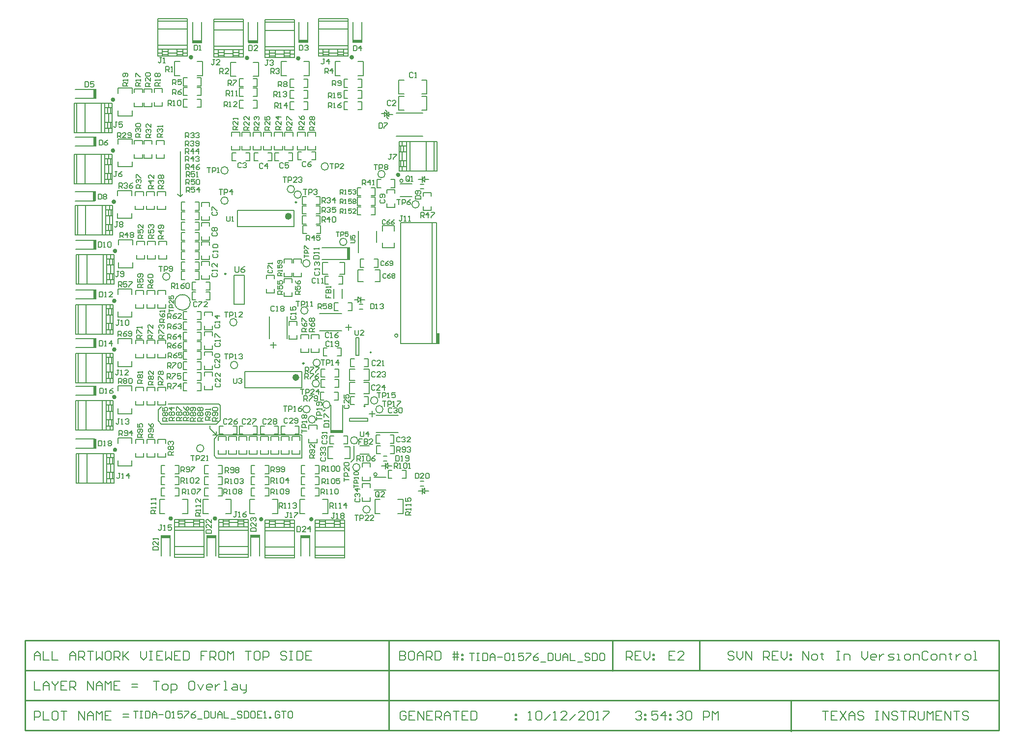
<source format=gto>
G04 Layer_Color=65535*
%FSLAX25Y25*%
%MOIN*%
G70*
G01*
G75*
%ADD38C,0.01000*%
%ADD46C,0.00800*%
%ADD56C,0.00500*%
%ADD57C,0.00600*%
%ADD58C,0.00984*%
%ADD59C,0.02362*%
%ADD60C,0.00700*%
%ADD61C,0.00787*%
%ADD62R,0.01969X0.07498*%
%ADD63R,0.08600X0.02000*%
%ADD64R,0.02000X0.06800*%
%ADD65R,0.06800X0.02000*%
%ADD66R,0.02000X0.08600*%
G54D38*
X156959Y342468D02*
G03*
X156959Y342468I-1000J0D01*
G01*
X156459D02*
G03*
X156459Y342468I-500J0D01*
G01*
X31344Y279950D02*
G03*
X31344Y279950I-1000J0D01*
G01*
X30844D02*
G03*
X30844Y279950I-500J0D01*
G01*
X121750Y342756D02*
G03*
X121750Y342756I-500J0D01*
G01*
X122250D02*
G03*
X122250Y342756I-1000J0D01*
G01*
X32232Y145009D02*
G03*
X32232Y145009I-1000J0D01*
G01*
X31732D02*
G03*
X31732Y145009I-500J0D01*
G01*
Y178009D02*
G03*
X31732Y178009I-500J0D01*
G01*
X32232D02*
G03*
X32232Y178009I-1000J0D01*
G01*
X165850Y29929D02*
G03*
X165850Y29929I-1000J0D01*
G01*
X165350D02*
G03*
X165350Y29929I-500J0D01*
G01*
X131350D02*
G03*
X131350Y29929I-500J0D01*
G01*
X131850D02*
G03*
X131850Y29929I-1000J0D01*
G01*
X100500Y30429D02*
G03*
X100500Y30429I-1000J0D01*
G01*
X100000D02*
G03*
X100000Y30429I-500J0D01*
G01*
X70000D02*
G03*
X70000Y30429I-500J0D01*
G01*
X70500D02*
G03*
X70500Y30429I-1000J0D01*
G01*
X32732Y77009D02*
G03*
X32732Y77009I-1000J0D01*
G01*
X32232D02*
G03*
X32232Y77009I-500J0D01*
G01*
X31732Y112764D02*
G03*
X31732Y112764I-500J0D01*
G01*
X32232D02*
G03*
X32232Y112764I-1000J0D01*
G01*
X224705Y263500D02*
G03*
X224705Y263500I-1000J0D01*
G01*
X224205D02*
G03*
X224205Y263500I-500J0D01*
G01*
X30844Y314450D02*
G03*
X30844Y314450I-500J0D01*
G01*
X31344D02*
G03*
X31344Y314450I-1000J0D01*
G01*
X84250Y343256D02*
G03*
X84250Y343256I-1000J0D01*
G01*
X83750D02*
G03*
X83750Y343256I-500J0D01*
G01*
X31426Y245259D02*
G03*
X31426Y245259I-500J0D01*
G01*
X31926D02*
G03*
X31926Y245259I-1000J0D01*
G01*
X32732Y211859D02*
G03*
X32732Y211859I-1000J0D01*
G01*
X32232D02*
G03*
X32232Y211859I-500J0D01*
G01*
X192787Y343230D02*
G03*
X192787Y343230I-500J0D01*
G01*
X193287D02*
G03*
X193287Y343230I-1000J0D01*
G01*
X428000Y-72683D02*
Y-52350D01*
X369000Y-73000D02*
Y-52667D01*
X-29200Y-72683D02*
X631000D01*
X-29200Y-93017D02*
X630800D01*
X-29200Y-113350D02*
X371300D01*
X-29150Y-52350D02*
X631000D01*
X-29150Y-113350D02*
Y-52350D01*
Y-113350D02*
X128400D01*
X-29200D02*
Y-52350D01*
X217300Y-113350D02*
Y-52350D01*
X631000Y-113350D02*
Y-52350D01*
X371300Y-113350D02*
X631000D01*
X490200Y-114000D02*
Y-93717D01*
G54D46*
X57700Y-79851D02*
X61699D01*
X59699D01*
Y-85849D01*
X64698D02*
X66697D01*
X67697Y-84850D01*
Y-82850D01*
X66697Y-81851D01*
X64698D01*
X63698Y-82850D01*
Y-84850D01*
X64698Y-85849D01*
X69696Y-87849D02*
Y-81851D01*
X72695D01*
X73695Y-82850D01*
Y-84850D01*
X72695Y-85849D01*
X69696D01*
X84691Y-79851D02*
X82692D01*
X81692Y-80851D01*
Y-84850D01*
X82692Y-85849D01*
X84691D01*
X85691Y-84850D01*
Y-80851D01*
X84691Y-79851D01*
X87690Y-81851D02*
X89690Y-85849D01*
X91689Y-81851D01*
X96687Y-85849D02*
X94688D01*
X93688Y-84850D01*
Y-82850D01*
X94688Y-81851D01*
X96687D01*
X97687Y-82850D01*
Y-83850D01*
X93688D01*
X99686Y-81851D02*
Y-85849D01*
Y-83850D01*
X100686Y-82850D01*
X101686Y-81851D01*
X102685D01*
X105684Y-85849D02*
X107684D01*
X106684D01*
Y-79851D01*
X105684D01*
X111682Y-81851D02*
X113682D01*
X114682Y-82850D01*
Y-85849D01*
X111682D01*
X110683Y-84850D01*
X111682Y-83850D01*
X114682D01*
X116681Y-81851D02*
Y-84850D01*
X117681Y-85849D01*
X120680D01*
Y-86849D01*
X119680Y-87849D01*
X118680D01*
X120680Y-85849D02*
Y-81851D01*
X498200Y-65567D02*
Y-59569D01*
X502199Y-65567D01*
Y-59569D01*
X505198Y-65567D02*
X507197D01*
X508197Y-64567D01*
Y-62568D01*
X507197Y-61568D01*
X505198D01*
X504198Y-62568D01*
Y-64567D01*
X505198Y-65567D01*
X511196Y-60568D02*
Y-61568D01*
X510196D01*
X512195D01*
X511196D01*
Y-64567D01*
X512195Y-65567D01*
X521193Y-59569D02*
X523192D01*
X522192D01*
Y-65567D01*
X521193D01*
X523192D01*
X526191D02*
Y-61568D01*
X529190D01*
X530190Y-62568D01*
Y-65567D01*
X538187Y-59569D02*
Y-63567D01*
X540186Y-65567D01*
X542186Y-63567D01*
Y-59569D01*
X547184Y-65567D02*
X545185D01*
X544185Y-64567D01*
Y-62568D01*
X545185Y-61568D01*
X547184D01*
X548184Y-62568D01*
Y-63567D01*
X544185D01*
X550183Y-61568D02*
Y-65567D01*
Y-63567D01*
X551183Y-62568D01*
X552182Y-61568D01*
X553182D01*
X556181Y-65567D02*
X559180D01*
X560180Y-64567D01*
X559180Y-63567D01*
X557181D01*
X556181Y-62568D01*
X557181Y-61568D01*
X560180D01*
X562179Y-65567D02*
X564179D01*
X563179D01*
Y-61568D01*
X562179D01*
X568177Y-65567D02*
X570177D01*
X571176Y-64567D01*
Y-62568D01*
X570177Y-61568D01*
X568177D01*
X567178Y-62568D01*
Y-64567D01*
X568177Y-65567D01*
X573176D02*
Y-61568D01*
X576175D01*
X577174Y-62568D01*
Y-65567D01*
X583173Y-60568D02*
X582173Y-59569D01*
X580173D01*
X579174Y-60568D01*
Y-64567D01*
X580173Y-65567D01*
X582173D01*
X583173Y-64567D01*
X586171Y-65567D02*
X588171D01*
X589171Y-64567D01*
Y-62568D01*
X588171Y-61568D01*
X586171D01*
X585172Y-62568D01*
Y-64567D01*
X586171Y-65567D01*
X591170D02*
Y-61568D01*
X594169D01*
X595169Y-62568D01*
Y-65567D01*
X598168Y-60568D02*
Y-61568D01*
X597168D01*
X599167D01*
X598168D01*
Y-64567D01*
X599167Y-65567D01*
X602166Y-61568D02*
Y-65567D01*
Y-63567D01*
X603166Y-62568D01*
X604166Y-61568D01*
X605165D01*
X609164Y-65567D02*
X611164D01*
X612163Y-64567D01*
Y-62568D01*
X611164Y-61568D01*
X609164D01*
X608164Y-62568D01*
Y-64567D01*
X609164Y-65567D01*
X614162D02*
X616162D01*
X615162D01*
Y-59569D01*
X614162D01*
X451599Y-60568D02*
X450599Y-59569D01*
X448600D01*
X447600Y-60568D01*
Y-61568D01*
X448600Y-62568D01*
X450599D01*
X451599Y-63567D01*
Y-64567D01*
X450599Y-65567D01*
X448600D01*
X447600Y-64567D01*
X453598Y-59569D02*
Y-63567D01*
X455597Y-65567D01*
X457597Y-63567D01*
Y-59569D01*
X459596Y-65567D02*
Y-59569D01*
X463595Y-65567D01*
Y-59569D01*
X471592Y-65567D02*
Y-59569D01*
X474591D01*
X475591Y-60568D01*
Y-62568D01*
X474591Y-63567D01*
X471592D01*
X473592D02*
X475591Y-65567D01*
X481589Y-59569D02*
X477590D01*
Y-65567D01*
X481589D01*
X477590Y-62568D02*
X479590D01*
X483588Y-59569D02*
Y-63567D01*
X485588Y-65567D01*
X487587Y-63567D01*
Y-59569D01*
X489586Y-61568D02*
X490586D01*
Y-62568D01*
X489586D01*
Y-61568D01*
Y-64567D02*
X490586D01*
Y-65567D01*
X489586D01*
Y-64567D01*
X378500Y-65700D02*
Y-59702D01*
X381499D01*
X382499Y-60702D01*
Y-62701D01*
X381499Y-63701D01*
X378500D01*
X380499D02*
X382499Y-65700D01*
X388497Y-59702D02*
X384498D01*
Y-65700D01*
X388497D01*
X384498Y-62701D02*
X386497D01*
X390496Y-59702D02*
Y-63701D01*
X392495Y-65700D01*
X394495Y-63701D01*
Y-59702D01*
X396494Y-61701D02*
X397494D01*
Y-62701D01*
X396494D01*
Y-61701D01*
Y-64700D02*
X397494D01*
Y-65700D01*
X396494D01*
Y-64700D01*
X411489Y-59702D02*
X407491D01*
Y-65700D01*
X411489D01*
X407491Y-62701D02*
X409490D01*
X417487Y-65700D02*
X413489D01*
X417487Y-61701D01*
Y-60702D01*
X416488Y-59702D01*
X414488D01*
X413489Y-60702D01*
X44300Y-100401D02*
X47299D01*
X45799D01*
Y-104900D01*
X48799Y-100401D02*
X50298D01*
X49548D01*
Y-104900D01*
X48799D01*
X50298D01*
X52547Y-100401D02*
Y-104900D01*
X54797D01*
X55546Y-104150D01*
Y-101151D01*
X54797Y-100401D01*
X52547D01*
X57046Y-104900D02*
Y-101901D01*
X58545Y-100401D01*
X60045Y-101901D01*
Y-104900D01*
Y-102651D01*
X57046D01*
X61544D02*
X64543D01*
X66043Y-101151D02*
X66793Y-100401D01*
X68292D01*
X69042Y-101151D01*
Y-104150D01*
X68292Y-104900D01*
X66793D01*
X66043Y-104150D01*
Y-101151D01*
X70542Y-104900D02*
X72041D01*
X71291D01*
Y-100401D01*
X70542Y-101151D01*
X77289Y-100401D02*
X74290D01*
Y-102651D01*
X75790Y-101901D01*
X76540D01*
X77289Y-102651D01*
Y-104150D01*
X76540Y-104900D01*
X75040D01*
X74290Y-104150D01*
X78789Y-100401D02*
X81788D01*
Y-101151D01*
X78789Y-104150D01*
Y-104900D01*
X86286Y-100401D02*
X84787Y-101151D01*
X83287Y-102651D01*
Y-104150D01*
X84037Y-104900D01*
X85537D01*
X86286Y-104150D01*
Y-103401D01*
X85537Y-102651D01*
X83287D01*
X87786Y-105650D02*
X90785D01*
X92285Y-100401D02*
Y-104900D01*
X94534D01*
X95284Y-104150D01*
Y-101151D01*
X94534Y-100401D01*
X92285D01*
X96783D02*
Y-104150D01*
X97533Y-104900D01*
X99032D01*
X99782Y-104150D01*
Y-100401D01*
X101282Y-104900D02*
Y-101901D01*
X102781Y-100401D01*
X104281Y-101901D01*
Y-104900D01*
Y-102651D01*
X101282D01*
X105780Y-100401D02*
Y-104900D01*
X108779D01*
X110279Y-105650D02*
X113278D01*
X117776Y-101151D02*
X117026Y-100401D01*
X115527D01*
X114777Y-101151D01*
Y-101901D01*
X115527Y-102651D01*
X117026D01*
X117776Y-103401D01*
Y-104150D01*
X117026Y-104900D01*
X115527D01*
X114777Y-104150D01*
X119276Y-100401D02*
Y-104900D01*
X121525D01*
X122275Y-104150D01*
Y-101151D01*
X121525Y-100401D01*
X119276D01*
X126024D02*
X124524D01*
X123774Y-101151D01*
Y-104150D01*
X124524Y-104900D01*
X126024D01*
X126773Y-104150D01*
Y-101151D01*
X126024Y-100401D01*
X131272D02*
X128273D01*
Y-104900D01*
X131272D01*
X128273Y-102651D02*
X129772D01*
X132772Y-104900D02*
X134271D01*
X133521D01*
Y-100401D01*
X132772Y-101151D01*
X136520Y-104900D02*
Y-104150D01*
X137270D01*
Y-104900D01*
X136520D01*
X143268Y-101151D02*
X142518Y-100401D01*
X141019D01*
X140269Y-101151D01*
Y-104150D01*
X141019Y-104900D01*
X142518D01*
X143268Y-104150D01*
Y-102651D01*
X141769D01*
X144768Y-100401D02*
X147767D01*
X146267D01*
Y-104900D01*
X151515Y-100401D02*
X150016D01*
X149266Y-101151D01*
Y-104150D01*
X150016Y-104900D01*
X151515D01*
X152265Y-104150D01*
Y-101151D01*
X151515Y-100401D01*
X311950Y-106433D02*
X313949D01*
X312950D01*
Y-100435D01*
X311950Y-101435D01*
X316948D02*
X317948Y-100435D01*
X319947D01*
X320947Y-101435D01*
Y-105434D01*
X319947Y-106433D01*
X317948D01*
X316948Y-105434D01*
Y-101435D01*
X322946Y-106433D02*
X326945Y-102435D01*
X328944Y-106433D02*
X330944D01*
X329944D01*
Y-100435D01*
X328944Y-101435D01*
X337942Y-106433D02*
X333943D01*
X337942Y-102435D01*
Y-101435D01*
X336942Y-100435D01*
X334943D01*
X333943Y-101435D01*
X339941Y-106433D02*
X343940Y-102435D01*
X349938Y-106433D02*
X345939D01*
X349938Y-102435D01*
Y-101435D01*
X348938Y-100435D01*
X346939D01*
X345939Y-101435D01*
X351937D02*
X352937Y-100435D01*
X354936D01*
X355936Y-101435D01*
Y-105434D01*
X354936Y-106433D01*
X352937D01*
X351937Y-105434D01*
Y-101435D01*
X357935Y-106433D02*
X359934D01*
X358935D01*
Y-100435D01*
X357935Y-101435D01*
X362933Y-100435D02*
X366932D01*
Y-101435D01*
X362933Y-105434D01*
Y-106433D01*
X228999Y-101435D02*
X227999Y-100435D01*
X226000D01*
X225000Y-101435D01*
Y-105434D01*
X226000Y-106433D01*
X227999D01*
X228999Y-105434D01*
Y-103435D01*
X226999D01*
X234997Y-100435D02*
X230998D01*
Y-106433D01*
X234997D01*
X230998Y-103435D02*
X232997D01*
X236996Y-106433D02*
Y-100435D01*
X240995Y-106433D01*
Y-100435D01*
X246993D02*
X242994D01*
Y-106433D01*
X246993D01*
X242994Y-103435D02*
X244993D01*
X248992Y-106433D02*
Y-100435D01*
X251991D01*
X252991Y-101435D01*
Y-103435D01*
X251991Y-104434D01*
X248992D01*
X250992D02*
X252991Y-106433D01*
X254990D02*
Y-102435D01*
X256990Y-100435D01*
X258989Y-102435D01*
Y-106433D01*
Y-103435D01*
X254990D01*
X260988Y-100435D02*
X264987D01*
X262988D01*
Y-106433D01*
X270985Y-100435D02*
X266986D01*
Y-106433D01*
X270985D01*
X266986Y-103435D02*
X268986D01*
X272985Y-100435D02*
Y-106433D01*
X275984D01*
X276983Y-105434D01*
Y-101435D01*
X275984Y-100435D01*
X272985D01*
X302975Y-102435D02*
X303975D01*
Y-103435D01*
X302975D01*
Y-102435D01*
Y-105434D02*
X303975D01*
Y-106433D01*
X302975D01*
Y-105434D01*
X-22850Y-65567D02*
Y-61568D01*
X-20851Y-59569D01*
X-18851Y-61568D01*
Y-65567D01*
Y-62568D01*
X-22850D01*
X-16852Y-59569D02*
Y-65567D01*
X-12853D01*
X-10854Y-59569D02*
Y-65567D01*
X-6855D01*
X1142D02*
Y-61568D01*
X3142Y-59569D01*
X5141Y-61568D01*
Y-65567D01*
Y-62568D01*
X1142D01*
X7140Y-65567D02*
Y-59569D01*
X10139D01*
X11139Y-60568D01*
Y-62568D01*
X10139Y-63567D01*
X7140D01*
X9140D02*
X11139Y-65567D01*
X13138Y-59569D02*
X17137D01*
X15138D01*
Y-65567D01*
X19136Y-59569D02*
Y-65567D01*
X21136Y-63567D01*
X23135Y-65567D01*
Y-59569D01*
X28133D02*
X26134D01*
X25135Y-60568D01*
Y-64567D01*
X26134Y-65567D01*
X28133D01*
X29133Y-64567D01*
Y-60568D01*
X28133Y-59569D01*
X31133Y-65567D02*
Y-59569D01*
X34132D01*
X35131Y-60568D01*
Y-62568D01*
X34132Y-63567D01*
X31133D01*
X33132D02*
X35131Y-65567D01*
X37131Y-59569D02*
Y-65567D01*
Y-63567D01*
X41129Y-59569D01*
X38130Y-62568D01*
X41129Y-65567D01*
X49127Y-59569D02*
Y-63567D01*
X51126Y-65567D01*
X53125Y-63567D01*
Y-59569D01*
X55125D02*
X57124D01*
X56125D01*
Y-65567D01*
X55125D01*
X57124D01*
X64122Y-59569D02*
X60123D01*
Y-65567D01*
X64122D01*
X60123Y-62568D02*
X62122D01*
X66121Y-59569D02*
Y-65567D01*
X68121Y-63567D01*
X70120Y-65567D01*
Y-59569D01*
X76118D02*
X72119D01*
Y-65567D01*
X76118D01*
X72119Y-62568D02*
X74119D01*
X78117Y-59569D02*
Y-65567D01*
X81116D01*
X82116Y-64567D01*
Y-60568D01*
X81116Y-59569D01*
X78117D01*
X94112D02*
X90114D01*
Y-62568D01*
X92113D01*
X90114D01*
Y-65567D01*
X96112D02*
Y-59569D01*
X99111D01*
X100110Y-60568D01*
Y-62568D01*
X99111Y-63567D01*
X96112D01*
X98111D02*
X100110Y-65567D01*
X105109Y-59569D02*
X103109D01*
X102110Y-60568D01*
Y-64567D01*
X103109Y-65567D01*
X105109D01*
X106108Y-64567D01*
Y-60568D01*
X105109Y-59569D01*
X108108Y-65567D02*
Y-59569D01*
X110107Y-61568D01*
X112106Y-59569D01*
Y-65567D01*
X120104Y-59569D02*
X124102D01*
X122103D01*
Y-65567D01*
X129101Y-59569D02*
X127102D01*
X126102Y-60568D01*
Y-64567D01*
X127102Y-65567D01*
X129101D01*
X130101Y-64567D01*
Y-60568D01*
X129101Y-59569D01*
X132100Y-65567D02*
Y-59569D01*
X135099D01*
X136099Y-60568D01*
Y-62568D01*
X135099Y-63567D01*
X132100D01*
X148095Y-60568D02*
X147095Y-59569D01*
X145096D01*
X144096Y-60568D01*
Y-61568D01*
X145096Y-62568D01*
X147095D01*
X148095Y-63567D01*
Y-64567D01*
X147095Y-65567D01*
X145096D01*
X144096Y-64567D01*
X150094Y-59569D02*
X152093D01*
X151094D01*
Y-65567D01*
X150094D01*
X152093D01*
X155092Y-59569D02*
Y-65567D01*
X158091D01*
X159091Y-64567D01*
Y-60568D01*
X158091Y-59569D01*
X155092D01*
X165089D02*
X161091D01*
Y-65567D01*
X165089D01*
X161091Y-62568D02*
X163090D01*
X272000Y-61002D02*
X275332D01*
X273666D01*
Y-66000D01*
X276998Y-61002D02*
X278664D01*
X277831D01*
Y-66000D01*
X276998D01*
X278664D01*
X281164Y-61002D02*
Y-66000D01*
X283663D01*
X284496Y-65167D01*
Y-61835D01*
X283663Y-61002D01*
X281164D01*
X286162Y-66000D02*
Y-62668D01*
X287828Y-61002D01*
X289494Y-62668D01*
Y-66000D01*
Y-63501D01*
X286162D01*
X291160D02*
X294493D01*
X296159Y-61835D02*
X296992Y-61002D01*
X298658D01*
X299491Y-61835D01*
Y-65167D01*
X298658Y-66000D01*
X296992D01*
X296159Y-65167D01*
Y-61835D01*
X301157Y-66000D02*
X302823D01*
X301990D01*
Y-61002D01*
X301157Y-61835D01*
X308655Y-61002D02*
X305323D01*
Y-63501D01*
X306989Y-62668D01*
X307822D01*
X308655Y-63501D01*
Y-65167D01*
X307822Y-66000D01*
X306156D01*
X305323Y-65167D01*
X310321Y-61002D02*
X313653D01*
Y-61835D01*
X310321Y-65167D01*
Y-66000D01*
X318652Y-61002D02*
X316985Y-61835D01*
X315319Y-63501D01*
Y-65167D01*
X316152Y-66000D01*
X317818D01*
X318652Y-65167D01*
Y-64334D01*
X317818Y-63501D01*
X315319D01*
X320318Y-66833D02*
X323650D01*
X325316Y-61002D02*
Y-66000D01*
X327815D01*
X328648Y-65167D01*
Y-61835D01*
X327815Y-61002D01*
X325316D01*
X330314D02*
Y-65167D01*
X331148Y-66000D01*
X332814D01*
X333647Y-65167D01*
Y-61002D01*
X335313Y-66000D02*
Y-62668D01*
X336979Y-61002D01*
X338645Y-62668D01*
Y-66000D01*
Y-63501D01*
X335313D01*
X340311Y-61002D02*
Y-66000D01*
X343643D01*
X345310Y-66833D02*
X348642D01*
X353640Y-61835D02*
X352807Y-61002D01*
X351141D01*
X350308Y-61835D01*
Y-62668D01*
X351141Y-63501D01*
X352807D01*
X353640Y-64334D01*
Y-65167D01*
X352807Y-66000D01*
X351141D01*
X350308Y-65167D01*
X355306Y-61002D02*
Y-66000D01*
X357805D01*
X358639Y-65167D01*
Y-61835D01*
X357805Y-61002D01*
X355306D01*
X362804D02*
X361138D01*
X360305Y-61835D01*
Y-65167D01*
X361138Y-66000D01*
X362804D01*
X363637Y-65167D01*
Y-61835D01*
X362804Y-61002D01*
X224800Y-59569D02*
Y-65567D01*
X227799D01*
X228799Y-64567D01*
Y-63567D01*
X227799Y-62568D01*
X224800D01*
X227799D01*
X228799Y-61568D01*
Y-60568D01*
X227799Y-59569D01*
X224800D01*
X233797D02*
X231798D01*
X230798Y-60568D01*
Y-64567D01*
X231798Y-65567D01*
X233797D01*
X234797Y-64567D01*
Y-60568D01*
X233797Y-59569D01*
X236796Y-65567D02*
Y-61568D01*
X238795Y-59569D01*
X240795Y-61568D01*
Y-65567D01*
Y-62568D01*
X236796D01*
X242794Y-65567D02*
Y-59569D01*
X245793D01*
X246793Y-60568D01*
Y-62568D01*
X245793Y-63567D01*
X242794D01*
X244794D02*
X246793Y-65567D01*
X248792Y-59569D02*
Y-65567D01*
X251791D01*
X252791Y-64567D01*
Y-60568D01*
X251791Y-59569D01*
X248792D01*
X261788Y-65567D02*
Y-59569D01*
X263787D02*
Y-65567D01*
X260788Y-61568D02*
X263787D01*
X264787D01*
X260788Y-63567D02*
X264787D01*
X266786Y-61568D02*
X267786D01*
Y-62568D01*
X266786D01*
Y-61568D01*
Y-64567D02*
X267786D01*
Y-65567D01*
X266786D01*
Y-64567D01*
X-22850Y-79851D02*
Y-85849D01*
X-18851D01*
X-16852D02*
Y-81851D01*
X-14853Y-79851D01*
X-12853Y-81851D01*
Y-85849D01*
Y-82850D01*
X-16852D01*
X-10854Y-79851D02*
Y-80851D01*
X-8855Y-82850D01*
X-6855Y-80851D01*
Y-79851D01*
X-8855Y-82850D02*
Y-85849D01*
X-857Y-79851D02*
X-4856D01*
Y-85849D01*
X-857D01*
X-4856Y-82850D02*
X-2857D01*
X1142Y-85849D02*
Y-79851D01*
X4141D01*
X5141Y-80851D01*
Y-82850D01*
X4141Y-83850D01*
X1142D01*
X3142D02*
X5141Y-85849D01*
X13138D02*
Y-79851D01*
X17137Y-85849D01*
Y-79851D01*
X19136Y-85849D02*
Y-81851D01*
X21136Y-79851D01*
X23135Y-81851D01*
Y-85849D01*
Y-82850D01*
X19136D01*
X25135Y-85849D02*
Y-79851D01*
X27134Y-81851D01*
X29133Y-79851D01*
Y-85849D01*
X35131Y-79851D02*
X31133D01*
Y-85849D01*
X35131D01*
X31133Y-82850D02*
X33132D01*
X43129Y-83850D02*
X47127D01*
X43129Y-81851D02*
X47127D01*
X-22850Y-106433D02*
Y-100435D01*
X-19851D01*
X-18851Y-101435D01*
Y-103435D01*
X-19851Y-104434D01*
X-22850D01*
X-16852Y-100435D02*
Y-106433D01*
X-12853D01*
X-7855Y-100435D02*
X-9854D01*
X-10854Y-101435D01*
Y-105434D01*
X-9854Y-106433D01*
X-7855D01*
X-6855Y-105434D01*
Y-101435D01*
X-7855Y-100435D01*
X-4856D02*
X-857D01*
X-2857D01*
Y-106433D01*
X7140D02*
Y-100435D01*
X11139Y-106433D01*
Y-100435D01*
X13138Y-106433D02*
Y-102435D01*
X15138Y-100435D01*
X17137Y-102435D01*
Y-106433D01*
Y-103435D01*
X13138D01*
X19136Y-106433D02*
Y-100435D01*
X21136Y-102435D01*
X23135Y-100435D01*
Y-106433D01*
X29133Y-100435D02*
X25135D01*
Y-106433D01*
X29133D01*
X25135Y-103435D02*
X27134D01*
X37131Y-104434D02*
X41129D01*
X37131Y-102435D02*
X41129D01*
X384850Y-101435D02*
X385850Y-100435D01*
X387849D01*
X388849Y-101435D01*
Y-102435D01*
X387849Y-103435D01*
X386849D01*
X387849D01*
X388849Y-104434D01*
Y-105434D01*
X387849Y-106433D01*
X385850D01*
X384850Y-105434D01*
X390848Y-102435D02*
X391848D01*
Y-103435D01*
X390848D01*
Y-102435D01*
Y-105434D02*
X391848D01*
Y-106433D01*
X390848D01*
Y-105434D01*
X399845Y-100435D02*
X395846D01*
Y-103435D01*
X397846Y-102435D01*
X398846D01*
X399845Y-103435D01*
Y-105434D01*
X398846Y-106433D01*
X396846D01*
X395846Y-105434D01*
X404844Y-106433D02*
Y-100435D01*
X401845Y-103435D01*
X405843D01*
X407843Y-102435D02*
X408842D01*
Y-103435D01*
X407843D01*
Y-102435D01*
Y-105434D02*
X408842D01*
Y-106433D01*
X407843D01*
Y-105434D01*
X412841Y-101435D02*
X413841Y-100435D01*
X415840D01*
X416840Y-101435D01*
Y-102435D01*
X415840Y-103435D01*
X414840D01*
X415840D01*
X416840Y-104434D01*
Y-105434D01*
X415840Y-106433D01*
X413841D01*
X412841Y-105434D01*
X418839Y-101435D02*
X419839Y-100435D01*
X421838D01*
X422838Y-101435D01*
Y-105434D01*
X421838Y-106433D01*
X419839D01*
X418839Y-105434D01*
Y-101435D01*
X430835Y-106433D02*
Y-100435D01*
X433834D01*
X434834Y-101435D01*
Y-103435D01*
X433834Y-104434D01*
X430835D01*
X436833Y-106433D02*
Y-100435D01*
X438833Y-102435D01*
X440832Y-100435D01*
Y-106433D01*
X511300Y-100435D02*
X515299D01*
X513299D01*
Y-106433D01*
X521297Y-100435D02*
X517298D01*
Y-106433D01*
X521297D01*
X517298Y-103435D02*
X519297D01*
X523296Y-100435D02*
X527295Y-106433D01*
Y-100435D02*
X523296Y-106433D01*
X529294D02*
Y-102435D01*
X531293Y-100435D01*
X533293Y-102435D01*
Y-106433D01*
Y-103435D01*
X529294D01*
X539291Y-101435D02*
X538291Y-100435D01*
X536292D01*
X535292Y-101435D01*
Y-102435D01*
X536292Y-103435D01*
X538291D01*
X539291Y-104434D01*
Y-105434D01*
X538291Y-106433D01*
X536292D01*
X535292Y-105434D01*
X547288Y-100435D02*
X549288D01*
X548288D01*
Y-106433D01*
X547288D01*
X549288D01*
X552287D02*
Y-100435D01*
X556285Y-106433D01*
Y-100435D01*
X562284Y-101435D02*
X561284Y-100435D01*
X559284D01*
X558285Y-101435D01*
Y-102435D01*
X559284Y-103435D01*
X561284D01*
X562284Y-104434D01*
Y-105434D01*
X561284Y-106433D01*
X559284D01*
X558285Y-105434D01*
X564283Y-100435D02*
X568282D01*
X566282D01*
Y-106433D01*
X570281D02*
Y-100435D01*
X573280D01*
X574280Y-101435D01*
Y-103435D01*
X573280Y-104434D01*
X570281D01*
X572280D02*
X574280Y-106433D01*
X576279Y-100435D02*
Y-105434D01*
X577279Y-106433D01*
X579278D01*
X580278Y-105434D01*
Y-100435D01*
X582277Y-106433D02*
Y-100435D01*
X584276Y-102435D01*
X586276Y-100435D01*
Y-106433D01*
X592274Y-100435D02*
X588275D01*
Y-106433D01*
X592274D01*
X588275Y-103435D02*
X590274D01*
X594273Y-106433D02*
Y-100435D01*
X598272Y-106433D01*
Y-100435D01*
X600271D02*
X604270D01*
X602271D01*
Y-106433D01*
X610268Y-101435D02*
X609268Y-100435D01*
X607269D01*
X606269Y-101435D01*
Y-102435D01*
X607269Y-103435D01*
X609268D01*
X610268Y-104434D01*
Y-105434D01*
X609268Y-106433D01*
X607269D01*
X606269Y-105434D01*
G54D56*
X153500Y253800D02*
G03*
X153500Y253800I-2500J0D01*
G01*
X170400Y122000D02*
G03*
X170400Y122000I-2500J0D01*
G01*
X92000Y78000D02*
G03*
X92000Y78000I-2500J0D01*
G01*
X204800Y36500D02*
G03*
X204800Y36500I-2500J0D01*
G01*
X177600Y107600D02*
G03*
X177600Y107600I-2500J0D01*
G01*
X213500Y104500D02*
G03*
X213500Y104500I-2500J0D01*
G01*
X210000Y110500D02*
G03*
X210000Y110500I-2500J0D01*
G01*
X69000Y194500D02*
G03*
X69000Y194500I-2500J0D01*
G01*
X197900Y65150D02*
G03*
X197900Y65150I-2500J0D01*
G01*
X214900Y264000D02*
G03*
X214900Y264000I-2500J0D01*
G01*
X189000Y218000D02*
G03*
X189000Y218000I-2500J0D01*
G01*
X238000Y243500D02*
G03*
X238000Y243500I-2500J0D01*
G01*
X176500Y269200D02*
G03*
X176500Y269200I-2500J0D01*
G01*
X115000Y134500D02*
G03*
X115000Y134500I-2500J0D01*
G01*
X171000Y136000D02*
G03*
X171000Y136000I-2500J0D01*
G01*
X167800Y97600D02*
G03*
X167800Y97600I-2500J0D01*
G01*
X164091Y104500D02*
G03*
X164091Y104500I-2500J0D01*
G01*
X196400Y83400D02*
G03*
X196400Y83400I-2500J0D01*
G01*
X114500Y163500D02*
G03*
X114500Y163500I-2500J0D01*
G01*
X108500Y246000D02*
G03*
X108500Y246000I-2500J0D01*
G01*
Y266500D02*
G03*
X108500Y266500I-2500J0D01*
G01*
X164000Y203500D02*
G03*
X164000Y203500I-2500J0D01*
G01*
X158133Y250111D02*
G03*
X158133Y250111I-2500J0D01*
G01*
X162650Y171500D02*
G03*
X162650Y171500I-2500J0D01*
G01*
G54D57*
X223618Y154500D02*
G03*
X223618Y154500I-1118J0D01*
G01*
X201500Y106500D02*
G03*
X201500Y106500I-500J0D01*
G01*
X205500Y143000D02*
G03*
X205500Y143000I-500J0D01*
G01*
X173400Y103300D02*
X174600Y104500D01*
X172700Y103300D02*
X173400D01*
X187600Y79200D02*
X191000D01*
Y75200D02*
Y79200D01*
Y71200D02*
Y75200D01*
X187600Y71200D02*
X191000D01*
X176200D02*
X179600D01*
X176200D02*
Y75200D01*
Y79200D01*
X179600D01*
X4996Y146450D02*
X10606D01*
Y152550D02*
X18100D01*
X4996D02*
X10606D01*
Y146450D02*
X18100D01*
X197750Y79568D02*
X204050D01*
X197750Y74032D02*
X204050D01*
X133459Y343173D02*
X153459D01*
X133459D02*
Y368763D01*
X153459D01*
Y343173D02*
Y368763D01*
X133459Y366992D02*
X153459D01*
X133459Y361480D02*
X153459D01*
X133459Y350456D02*
X153459D01*
X133459Y348094D02*
X153459D01*
X150506Y343173D02*
Y348094D01*
X146412Y343173D02*
Y348094D01*
X140506Y343173D02*
Y348094D01*
X136412Y343173D02*
Y348094D01*
X150546Y345338D02*
X153459D01*
X140703D02*
X146215D01*
X133459D02*
X136372D01*
X146609Y344157D02*
X150506D01*
X136766D02*
X140309D01*
X146609Y346125D02*
X150506D01*
X136766D02*
X140309D01*
X238858Y55575D02*
X241142D01*
X238858Y52425D02*
X241142D01*
X237550Y49150D02*
X240050D01*
X241900D02*
X244400D01*
X240000Y47200D02*
Y51200D01*
X241900Y47300D02*
Y51000D01*
X240050Y49150D02*
X241900Y51000D01*
X240050Y49150D02*
X241900Y47300D01*
X206000Y99500D02*
Y103500D01*
X204000Y101500D02*
X208000D01*
X222539Y289744D02*
X240532D01*
X222539Y305256D02*
X240532D01*
X214535Y303000D02*
Y306000D01*
Y303000D02*
X216035Y304500D01*
X214535Y306000D02*
X216035Y304500D01*
Y302500D02*
Y306500D01*
Y304500D02*
X217535Y306000D01*
Y303000D02*
Y306000D01*
X216035Y304500D02*
X217535Y303000D01*
Y304500D02*
X220035D01*
X212535Y305000D02*
X214535D01*
X215035Y307500D02*
X216035Y306500D01*
Y302500D02*
X217035Y301500D01*
X98000Y87000D02*
X100500D01*
Y89500D01*
X99000Y84500D02*
X101500Y87000D01*
X99000Y73000D02*
Y84500D01*
Y73000D02*
X100500Y71500D01*
X158500D01*
Y87000D01*
X101500D02*
X158500D01*
X96000Y91500D02*
X100500Y87000D01*
X96000Y91500D02*
Y93500D01*
X90830Y94500D02*
X100500D01*
X103000Y97000D01*
Y107000D01*
X102000Y108000D02*
X103000Y107000D01*
X101500Y108000D02*
X102000D01*
X61026Y96556D02*
X63082Y94500D01*
X63500D01*
X29639Y257450D02*
Y277450D01*
X4049Y257450D02*
X29639D01*
X4049D02*
Y277450D01*
X29639D01*
X5820Y257450D02*
Y277450D01*
X11332Y257450D02*
Y277450D01*
X22356Y257450D02*
Y277450D01*
X24718Y257450D02*
Y277450D01*
Y274497D02*
X29639D01*
X24718Y270403D02*
X29639D01*
X24718Y264497D02*
X29639D01*
X24718Y260403D02*
X29639D01*
X27474Y274537D02*
Y277450D01*
Y264694D02*
Y270206D01*
Y257450D02*
Y260363D01*
X28655Y270600D02*
Y274497D01*
Y260757D02*
Y264300D01*
X26687Y270600D02*
Y274497D01*
Y260757D02*
Y264300D01*
X102057Y346413D02*
X105600D01*
X111900D02*
X115797D01*
X102057Y344445D02*
X105600D01*
X111900D02*
X115797D01*
X98750Y345626D02*
X101663D01*
X105994D02*
X111506D01*
X115837D02*
X118750D01*
X101703Y343461D02*
Y348382D01*
X105797Y343461D02*
Y348382D01*
X111703Y343461D02*
Y348382D01*
X115797Y343461D02*
Y348382D01*
X98750D02*
X118750D01*
X98750Y350744D02*
X118750D01*
X98750Y361768D02*
X118750D01*
X98750Y367280D02*
X118750D01*
Y343461D02*
Y369051D01*
X98750D02*
X118750D01*
X98750Y343461D02*
Y369051D01*
Y343461D02*
X118750D01*
X30527Y122509D02*
Y142509D01*
X4937Y122509D02*
X30527D01*
X4937D02*
Y142509D01*
X30527D01*
X6708Y122509D02*
Y142509D01*
X12220Y122509D02*
Y142509D01*
X23244Y122509D02*
Y142509D01*
X25606Y122509D02*
Y142509D01*
Y139556D02*
X30527D01*
X25606Y135462D02*
X30527D01*
X25606Y129556D02*
X30527D01*
X25606Y125462D02*
X30527D01*
X28362Y139596D02*
Y142509D01*
Y129753D02*
Y135265D01*
Y122509D02*
Y125422D01*
X29543Y135659D02*
Y139556D01*
Y125816D02*
Y129359D01*
X27575Y135659D02*
Y139556D01*
Y125816D02*
Y129359D01*
Y158816D02*
Y162359D01*
Y168659D02*
Y172556D01*
X29543Y158816D02*
Y162359D01*
Y168659D02*
Y172556D01*
X28362Y155509D02*
Y158422D01*
Y162753D02*
Y168265D01*
Y172596D02*
Y175509D01*
X25606Y158462D02*
X30527D01*
X25606Y162556D02*
X30527D01*
X25606Y168462D02*
X30527D01*
X25606Y172556D02*
X30527D01*
X25606Y155509D02*
Y175509D01*
X23244Y155509D02*
Y175509D01*
X12220Y155509D02*
Y175509D01*
X6708Y155509D02*
Y175509D01*
X4937D02*
X30527D01*
X4937Y155509D02*
Y175509D01*
Y155509D02*
X30527D01*
Y175509D01*
X167350Y29224D02*
X187350D01*
Y3634D02*
Y29224D01*
X167350Y3634D02*
X187350D01*
X167350D02*
Y29224D01*
Y5405D02*
X187350D01*
X167350Y10917D02*
X187350D01*
X167350Y21941D02*
X187350D01*
X167350Y24303D02*
X187350D01*
X170303D02*
Y29224D01*
X174397Y24303D02*
Y29224D01*
X180303Y24303D02*
Y29224D01*
X184397Y24303D02*
Y29224D01*
X167350Y27059D02*
X170263D01*
X174594D02*
X180106D01*
X184437D02*
X187350D01*
X170303Y28240D02*
X174200D01*
X180500D02*
X184043D01*
X170303Y26272D02*
X174200D01*
X180500D02*
X184043D01*
X146500D02*
X150043D01*
X136303D02*
X140200D01*
X146500Y28240D02*
X150043D01*
X136303D02*
X140200D01*
X150437Y27059D02*
X153350D01*
X140594D02*
X146106D01*
X133350D02*
X136263D01*
X150397Y24303D02*
Y29224D01*
X146303Y24303D02*
Y29224D01*
X140397Y24303D02*
Y29224D01*
X136303Y24303D02*
Y29224D01*
X133350Y24303D02*
X153350D01*
X133350Y21941D02*
X153350D01*
X133350Y10917D02*
X153350D01*
X133350Y5405D02*
X153350D01*
X133350Y3634D02*
Y29224D01*
Y3634D02*
X153350D01*
Y29224D01*
X133350D02*
X153350D01*
X102000Y29724D02*
X122000D01*
Y4134D02*
Y29724D01*
X102000Y4134D02*
X122000D01*
X102000D02*
Y29724D01*
Y5905D02*
X122000D01*
X102000Y11417D02*
X122000D01*
X102000Y22441D02*
X122000D01*
X102000Y24803D02*
X122000D01*
X104953D02*
Y29724D01*
X109047Y24803D02*
Y29724D01*
X114953Y24803D02*
Y29724D01*
X119047Y24803D02*
Y29724D01*
X102000Y27559D02*
X104913D01*
X109244D02*
X114756D01*
X119087D02*
X122000D01*
X104953Y28740D02*
X108850D01*
X115150D02*
X118693D01*
X104953Y26772D02*
X108850D01*
X115150D02*
X118693D01*
X85150D02*
X88693D01*
X74953D02*
X78850D01*
X85150Y28740D02*
X88693D01*
X74953D02*
X78850D01*
X89087Y27559D02*
X92000D01*
X79244D02*
X84756D01*
X72000D02*
X74913D01*
X89047Y24803D02*
Y29724D01*
X84953Y24803D02*
Y29724D01*
X79047Y24803D02*
Y29724D01*
X74953Y24803D02*
Y29724D01*
X72000Y24803D02*
X92000D01*
X72000Y22441D02*
X92000D01*
X72000Y11417D02*
X92000D01*
X72000Y5905D02*
X92000D01*
X72000Y4134D02*
Y29724D01*
Y4134D02*
X92000D01*
Y29724D01*
X72000D02*
X92000D01*
X31027Y54509D02*
Y74509D01*
X5437Y54509D02*
X31027D01*
X5437D02*
Y74509D01*
X31027D01*
X7208Y54509D02*
Y74509D01*
X12720Y54509D02*
Y74509D01*
X23744Y54509D02*
Y74509D01*
X26106Y54509D02*
Y74509D01*
Y71556D02*
X31027D01*
X26106Y67462D02*
X31027D01*
X26106Y61556D02*
X31027D01*
X26106Y57462D02*
X31027D01*
X28862Y71596D02*
Y74509D01*
Y61753D02*
Y67265D01*
Y54509D02*
Y57422D01*
X30043Y67659D02*
Y71556D01*
Y57816D02*
Y61359D01*
X28075Y67659D02*
Y71556D01*
Y57816D02*
Y61359D01*
X27575Y93571D02*
Y97114D01*
Y103414D02*
Y107311D01*
X29543Y93571D02*
Y97114D01*
Y103414D02*
Y107311D01*
X28362Y90264D02*
Y93177D01*
Y97508D02*
Y103020D01*
Y107351D02*
Y110264D01*
X25606Y93217D02*
X30527D01*
X25606Y97311D02*
X30527D01*
X25606Y103217D02*
X30527D01*
X25606Y107311D02*
X30527D01*
X25606Y90264D02*
Y110264D01*
X23244Y90264D02*
Y110264D01*
X12220Y90264D02*
Y110264D01*
X6708Y90264D02*
Y110264D01*
X4937D02*
X30527D01*
X4937Y90264D02*
Y110264D01*
Y90264D02*
X30527D01*
Y110264D01*
X224410Y266000D02*
Y286000D01*
X250000D01*
Y266000D02*
Y286000D01*
X224410Y266000D02*
X250000D01*
X248229D02*
Y286000D01*
X242717Y266000D02*
Y286000D01*
X231693Y266000D02*
Y286000D01*
X229331Y266000D02*
Y286000D01*
X224410Y268953D02*
X229331D01*
X224410Y273047D02*
X229331D01*
X224410Y278953D02*
X229331D01*
X224410Y283047D02*
X229331D01*
X226575Y266000D02*
Y268913D01*
Y273244D02*
Y278756D01*
Y283087D02*
Y286000D01*
X225394Y268953D02*
Y272850D01*
Y279150D02*
Y282693D01*
X227362Y268953D02*
Y272850D01*
Y279150D02*
Y282693D01*
X26687Y295257D02*
Y298800D01*
Y305100D02*
Y308997D01*
X28655Y295257D02*
Y298800D01*
Y305100D02*
Y308997D01*
X27474Y291950D02*
Y294863D01*
Y299194D02*
Y304706D01*
Y309037D02*
Y311950D01*
X24718Y294903D02*
X29639D01*
X24718Y298997D02*
X29639D01*
X24718Y304903D02*
X29639D01*
X24718Y308997D02*
X29639D01*
X24718Y291950D02*
Y311950D01*
X22356Y291950D02*
Y311950D01*
X11332Y291950D02*
Y311950D01*
X5820Y291950D02*
Y311950D01*
X4049D02*
X29639D01*
X4049Y291950D02*
Y311950D01*
Y291950D02*
X29639D01*
Y311950D01*
X60750Y343961D02*
X80750D01*
X60750D02*
Y369551D01*
X80750D01*
Y343961D02*
Y369551D01*
X60750Y367780D02*
X80750D01*
X60750Y362268D02*
X80750D01*
X60750Y351244D02*
X80750D01*
X60750Y348882D02*
X80750D01*
X77797Y343961D02*
Y348882D01*
X73703Y343961D02*
Y348882D01*
X67797Y343961D02*
Y348882D01*
X63703Y343961D02*
Y348882D01*
X77837Y346126D02*
X80750D01*
X67994D02*
X73506D01*
X60750D02*
X63663D01*
X73900Y344945D02*
X77797D01*
X64057D02*
X67600D01*
X73900Y346913D02*
X77797D01*
X64057D02*
X67600D01*
X27269Y226066D02*
Y229609D01*
Y235909D02*
Y239806D01*
X29237Y226066D02*
Y229609D01*
Y235909D02*
Y239806D01*
X28056Y222759D02*
Y225672D01*
Y230003D02*
Y235515D01*
Y239846D02*
Y242759D01*
X25300Y225712D02*
X30221D01*
X25300Y229806D02*
X30221D01*
X25300Y235712D02*
X30221D01*
X25300Y239806D02*
X30221D01*
X25300Y222759D02*
Y242759D01*
X22938Y222759D02*
Y242759D01*
X11914Y222759D02*
Y242759D01*
X6402Y222759D02*
Y242759D01*
X4631D02*
X30221D01*
X4631Y222759D02*
Y242759D01*
Y222759D02*
X30221D01*
Y242759D01*
X31027Y189359D02*
Y209359D01*
X5437Y189359D02*
X31027D01*
X5437D02*
Y209359D01*
X31027D01*
X7208Y189359D02*
Y209359D01*
X12720Y189359D02*
Y209359D01*
X23744Y189359D02*
Y209359D01*
X26106Y189359D02*
Y209359D01*
Y206406D02*
X31027D01*
X26106Y202312D02*
X31027D01*
X26106Y196406D02*
X31027D01*
X26106Y192312D02*
X31027D01*
X28862Y206446D02*
Y209359D01*
Y196603D02*
Y202115D01*
Y189359D02*
Y192272D01*
X30043Y202509D02*
Y206406D01*
Y192666D02*
Y196209D01*
X28075Y202509D02*
Y206406D01*
Y192666D02*
Y196209D01*
X173094Y346887D02*
X176637D01*
X182937D02*
X186834D01*
X173094Y344919D02*
X176637D01*
X182937D02*
X186834D01*
X169787Y346100D02*
X172700D01*
X177031D02*
X182543D01*
X186874D02*
X189787D01*
X172740Y343935D02*
Y348856D01*
X176834Y343935D02*
Y348856D01*
X182740Y343935D02*
Y348856D01*
X186834Y343935D02*
Y348856D01*
X169787D02*
X189787D01*
X169787Y351218D02*
X189787D01*
X169787Y362242D02*
X189787D01*
X169787Y367754D02*
X189787D01*
Y343935D02*
Y369525D01*
X169787D02*
X189787D01*
X169787Y343935D02*
Y369525D01*
Y343935D02*
X189787D01*
X156350Y353900D02*
Y361394D01*
X162450D02*
Y367004D01*
Y353900D02*
Y361394D01*
X156350D02*
Y367004D01*
X192950Y353900D02*
Y361394D01*
X199050D02*
Y367004D01*
Y353900D02*
Y361394D01*
X192950D02*
Y367004D01*
X10606Y212950D02*
X18100D01*
X4996Y219050D02*
X10606D01*
X18100D01*
X4996Y212950D02*
X10606D01*
X10406Y245850D02*
X17900D01*
X4796Y251950D02*
X10406D01*
X17900D01*
X4796Y245850D02*
X10406D01*
X129850Y5196D02*
Y10806D01*
X123750D02*
Y18300D01*
Y5196D02*
Y10806D01*
X129850D02*
Y18300D01*
X163750Y4996D02*
Y10606D01*
X157650D02*
Y18100D01*
Y4996D02*
Y10606D01*
X163750D02*
Y18100D01*
X69050Y4996D02*
Y10606D01*
X62950D02*
Y18100D01*
Y4996D02*
Y10606D01*
X69050D02*
Y18100D01*
X100050Y4996D02*
Y10606D01*
X93950D02*
Y18100D01*
Y4996D02*
Y10606D01*
X100050D02*
Y18100D01*
X4996Y179250D02*
X10606D01*
Y185350D02*
X18100D01*
X4996D02*
X10606D01*
Y179250D02*
X18100D01*
X122250Y353800D02*
Y361294D01*
X128350D02*
Y366904D01*
Y353800D02*
Y361294D01*
X122250D02*
Y366904D01*
X84350Y353800D02*
Y361294D01*
X90450D02*
Y366904D01*
Y353800D02*
Y361294D01*
X84350D02*
Y366904D01*
X10506Y315250D02*
X18000D01*
X4896Y321350D02*
X10506D01*
X18000D01*
X4896Y315250D02*
X10506D01*
Y282900D02*
X18000D01*
X4896Y289000D02*
X10506D01*
X18000D01*
X4896Y282900D02*
X10506D01*
X4996Y113950D02*
X10606D01*
Y120050D02*
X18100D01*
X4996D02*
X10606D01*
Y113950D02*
X18100D01*
X5096Y78150D02*
X10706D01*
Y84250D02*
X18200D01*
X5096D02*
X10706D01*
Y78150D02*
X18200D01*
X180502Y171273D02*
X183100D01*
X180502D02*
Y176720D01*
X183100D01*
X189900D02*
X192498D01*
Y171273D02*
Y176720D01*
X189900Y171273D02*
X192498D01*
X185768Y179850D02*
Y186150D01*
X180231Y179850D02*
Y186150D01*
X190000Y158000D02*
Y162000D01*
X188000Y160000D02*
X192000D01*
X137000Y148000D02*
X141000D01*
X139000Y146000D02*
Y150000D01*
X196600Y180700D02*
X198450Y178850D01*
X196600Y177000D02*
X198450Y178850D01*
X196600Y177000D02*
Y180700D01*
X198500Y176800D02*
Y180800D01*
X194100Y178850D02*
X196600D01*
X198450D02*
X200950D01*
X197358Y175575D02*
X199642D01*
X197358Y172425D02*
X199642D01*
X213858Y72575D02*
X216142D01*
X213858Y69425D02*
X216142D01*
X212550Y66150D02*
X215050D01*
X216900D02*
X219400D01*
X215000Y64200D02*
Y68200D01*
X216900Y64300D02*
Y68000D01*
X215050Y66150D02*
X216900Y68000D01*
X215050Y66150D02*
X216900Y64300D01*
X240000Y260500D02*
X241850Y258650D01*
X240000Y260500D02*
X241850Y262350D01*
Y258650D02*
Y262350D01*
X240000Y258500D02*
Y262500D01*
X242000Y260500D02*
X244500D01*
X237500D02*
X240000D01*
X238858Y253925D02*
X241142D01*
X238858Y257075D02*
X241142D01*
X61026Y96556D02*
Y104056D01*
X63401Y106430D01*
X67928Y108000D02*
X101500D01*
X63500Y94500D02*
X83330D01*
X90830D01*
X76000Y248600D02*
Y279300D01*
X74100Y250500D02*
X76000Y248600D01*
X74000Y250500D02*
X74100D01*
X76000Y248600D02*
X77900Y250500D01*
X193700Y70600D02*
Y79600D01*
X191800Y68700D02*
X193700Y70600D01*
X184000Y204000D02*
X187400D01*
Y200000D02*
Y204000D01*
Y196000D02*
Y200000D01*
X184000Y196000D02*
X187400D01*
X172600D02*
X176000D01*
X172600D02*
Y200000D01*
Y204000D01*
X176000D01*
X145000Y195000D02*
X142001D01*
Y196500D01*
X142501Y196999D01*
X143500D01*
X144000Y196500D01*
Y195000D01*
Y196000D02*
X145000Y196999D01*
Y197999D02*
Y198999D01*
Y198499D01*
X142001D01*
X142501Y197999D01*
X142001Y202498D02*
Y200498D01*
X143500D01*
X143001Y201498D01*
Y201998D01*
X143500Y202498D01*
X144500D01*
X145000Y201998D01*
Y200998D01*
X144500Y200498D01*
Y203497D02*
X145000Y203997D01*
Y204997D01*
X144500Y205497D01*
X142501D01*
X142001Y204997D01*
Y203997D01*
X142501Y203497D01*
X143001D01*
X143500Y203997D01*
Y205497D01*
X191501Y217500D02*
X194000D01*
X194500Y218000D01*
Y219000D01*
X194000Y219499D01*
X191501D01*
Y222498D02*
Y220499D01*
X193000D01*
X192501Y221499D01*
Y221999D01*
X193000Y222498D01*
X194000D01*
X194500Y221999D01*
Y220999D01*
X194000Y220499D01*
X184500Y244000D02*
Y246999D01*
X186000D01*
X186499Y246499D01*
Y245499D01*
X186000Y245000D01*
X184500D01*
X185500D02*
X186499Y244000D01*
X187499D02*
X188499D01*
X187999D01*
Y246999D01*
X187499Y246499D01*
X191998Y246999D02*
X189998D01*
Y245499D01*
X190998Y245999D01*
X191498D01*
X191998Y245499D01*
Y244500D01*
X191498Y244000D01*
X190498D01*
X189998Y244500D01*
X192997Y246499D02*
X193497Y246999D01*
X194497D01*
X194997Y246499D01*
Y245999D01*
X194497Y245499D01*
X194997Y245000D01*
Y244500D01*
X194497Y244000D01*
X193497D01*
X192997Y244500D01*
Y245000D01*
X193497Y245499D01*
X192997Y245999D01*
Y246499D01*
X193497Y245499D02*
X194497D01*
X184500Y250500D02*
Y253499D01*
X186000D01*
X186499Y252999D01*
Y251999D01*
X186000Y251500D01*
X184500D01*
X185500D02*
X186499Y250500D01*
X187499D02*
X188499D01*
X187999D01*
Y253499D01*
X187499Y252999D01*
X191998Y253499D02*
X189998D01*
Y251999D01*
X190998Y252499D01*
X191498D01*
X191998Y251999D01*
Y251000D01*
X191498Y250500D01*
X190498D01*
X189998Y251000D01*
X192997Y252999D02*
X193497Y253499D01*
X194497D01*
X194997Y252999D01*
Y252499D01*
X194497Y251999D01*
X193997D01*
X194497D01*
X194997Y251500D01*
Y251000D01*
X194497Y250500D01*
X193497D01*
X192997Y251000D01*
X184500Y237500D02*
Y240499D01*
X186000D01*
X186499Y239999D01*
Y239000D01*
X186000Y238500D01*
X184500D01*
X185500D02*
X186499Y237500D01*
X187499D02*
X188499D01*
X187999D01*
Y240499D01*
X187499Y239999D01*
X191998Y240499D02*
X189998D01*
Y239000D01*
X190998Y239499D01*
X191498D01*
X191998Y239000D01*
Y238000D01*
X191498Y237500D01*
X190498D01*
X189998Y238000D01*
X194997Y237500D02*
X192997D01*
X194997Y239499D01*
Y239999D01*
X194497Y240499D01*
X193497D01*
X192997Y239999D01*
X213999Y204499D02*
X213499Y204999D01*
X212500D01*
X212000Y204499D01*
Y202500D01*
X212500Y202000D01*
X213499D01*
X213999Y202500D01*
X216998Y204999D02*
X215999Y204499D01*
X214999Y203500D01*
Y202500D01*
X215499Y202000D01*
X216498D01*
X216998Y202500D01*
Y203000D01*
X216498Y203500D01*
X214999D01*
X217998Y202500D02*
X218498Y202000D01*
X219498D01*
X219997Y202500D01*
Y204499D01*
X219498Y204999D01*
X218498D01*
X217998Y204499D01*
Y203999D01*
X218498Y203500D01*
X219997D01*
X215499Y195999D02*
X215000Y196499D01*
X214000D01*
X213500Y195999D01*
Y194000D01*
X214000Y193500D01*
X215000D01*
X215499Y194000D01*
X218498Y196499D02*
X217499Y195999D01*
X216499Y195000D01*
Y194000D01*
X216999Y193500D01*
X217999D01*
X218498Y194000D01*
Y194500D01*
X217999Y195000D01*
X216499D01*
X219498Y195999D02*
X219998Y196499D01*
X220998D01*
X221497Y195999D01*
Y195499D01*
X220998Y195000D01*
X221497Y194500D01*
Y194000D01*
X220998Y193500D01*
X219998D01*
X219498Y194000D01*
Y194500D01*
X219998Y195000D01*
X219498Y195499D01*
Y195999D01*
X219998Y195000D02*
X220998D01*
X214999Y232499D02*
X214499Y232999D01*
X213500D01*
X213000Y232499D01*
Y230500D01*
X213500Y230000D01*
X214499D01*
X214999Y230500D01*
X217998Y232999D02*
X216999Y232499D01*
X215999Y231500D01*
Y230500D01*
X216499Y230000D01*
X217498D01*
X217998Y230500D01*
Y231000D01*
X217498Y231500D01*
X215999D01*
X220997Y232999D02*
X219998Y232499D01*
X218998Y231500D01*
Y230500D01*
X219498Y230000D01*
X220498D01*
X220997Y230500D01*
Y231000D01*
X220498Y231500D01*
X218998D01*
X157500Y118099D02*
X159833D01*
X158666D01*
Y114600D01*
X160999D02*
Y118099D01*
X162748D01*
X163331Y117516D01*
Y116349D01*
X162748Y115766D01*
X160999D01*
X166830Y114600D02*
X164498D01*
X166830Y116933D01*
Y117516D01*
X166247Y118099D01*
X165081D01*
X164498Y117516D01*
X169746Y114600D02*
Y118099D01*
X167997Y116349D01*
X170329D01*
X145700Y261899D02*
X148033D01*
X146866D01*
Y258400D01*
X149199D02*
Y261899D01*
X150948D01*
X151531Y261316D01*
Y260149D01*
X150948Y259566D01*
X149199D01*
X155030Y258400D02*
X152698D01*
X155030Y260733D01*
Y261316D01*
X154447Y261899D01*
X153281D01*
X152698Y261316D01*
X156197D02*
X156780Y261899D01*
X157946D01*
X158529Y261316D01*
Y260733D01*
X157946Y260149D01*
X157363D01*
X157946D01*
X158529Y259566D01*
Y258983D01*
X157946Y258400D01*
X156780D01*
X156197Y258983D01*
X232400Y32700D02*
X228901D01*
Y34449D01*
X229484Y35033D01*
X230651D01*
X231234Y34449D01*
Y32700D01*
Y33866D02*
X232400Y35033D01*
Y36199D02*
Y37365D01*
Y36782D01*
X228901D01*
X229484Y36199D01*
X232400Y39115D02*
Y40281D01*
Y39698D01*
X228901D01*
X229484Y39115D01*
X228901Y44363D02*
Y42030D01*
X230651D01*
X230067Y43197D01*
Y43780D01*
X230651Y44363D01*
X231817D01*
X232400Y43780D01*
Y42614D01*
X231817Y42030D01*
X198200Y89399D02*
Y86483D01*
X198783Y85900D01*
X199949D01*
X200533Y86483D01*
Y89399D01*
X203448Y85900D02*
Y89399D01*
X201699Y87649D01*
X204031D01*
X83200Y73199D02*
X85533D01*
X84366D01*
Y69700D01*
X86699D02*
Y73199D01*
X88448D01*
X89031Y72616D01*
Y71449D01*
X88448Y70866D01*
X86699D01*
X92530Y69700D02*
X90198D01*
X92530Y72033D01*
Y72616D01*
X91947Y73199D01*
X90781D01*
X90198Y72616D01*
X93697Y69700D02*
X94863D01*
X94280D01*
Y73199D01*
X93697Y72616D01*
X213200Y109999D02*
X215533D01*
X214366D01*
Y106500D01*
X216699D02*
Y109999D01*
X218448D01*
X219031Y109416D01*
Y108249D01*
X218448Y107666D01*
X216699D01*
X220198Y106500D02*
X221364D01*
X220781D01*
Y109999D01*
X220198Y109416D01*
X223113Y109999D02*
X225446D01*
Y109416D01*
X223113Y107083D01*
Y106500D01*
X168501Y97000D02*
Y99333D01*
Y98166D01*
X172000D01*
Y100499D02*
X168501D01*
Y102248D01*
X169084Y102831D01*
X170251D01*
X170834Y102248D01*
Y100499D01*
X172000Y103998D02*
Y105164D01*
Y104581D01*
X168501D01*
X169084Y103998D01*
X171417Y106913D02*
X172000Y107497D01*
Y108663D01*
X171417Y109246D01*
X169084D01*
X168501Y108663D01*
Y107497D01*
X169084Y106913D01*
X169667D01*
X170251Y107497D01*
Y109246D01*
X194400Y32699D02*
X196733D01*
X195566D01*
Y29200D01*
X197899D02*
Y32699D01*
X199648D01*
X200231Y32116D01*
Y30949D01*
X199648Y30366D01*
X197899D01*
X203730Y29200D02*
X201398D01*
X203730Y31533D01*
Y32116D01*
X203147Y32699D01*
X201981D01*
X201398Y32116D01*
X207229Y29200D02*
X204897D01*
X207229Y31533D01*
Y32116D01*
X206646Y32699D01*
X205480D01*
X204897Y32116D01*
X209600Y115799D02*
X211933D01*
X210766D01*
Y112300D01*
X213099D02*
Y115799D01*
X214848D01*
X215431Y115216D01*
Y114049D01*
X214848Y113466D01*
X213099D01*
X216598Y112300D02*
X217764D01*
X217181D01*
Y115799D01*
X216598Y115216D01*
X221846Y115799D02*
X219514D01*
Y114049D01*
X220680Y114633D01*
X221263D01*
X221846Y114049D01*
Y112883D01*
X221263Y112300D01*
X220097D01*
X219514Y112883D01*
X225033Y85216D02*
X224449Y85799D01*
X223283D01*
X222700Y85216D01*
Y82883D01*
X223283Y82300D01*
X224449D01*
X225033Y82883D01*
X226199Y85216D02*
X226782Y85799D01*
X227948D01*
X228531Y85216D01*
Y84633D01*
X227948Y84049D01*
X227365D01*
X227948D01*
X228531Y83466D01*
Y82883D01*
X227948Y82300D01*
X226782D01*
X226199Y82883D01*
X232030Y82300D02*
X229698D01*
X232030Y84633D01*
Y85216D01*
X231447Y85799D01*
X230281D01*
X229698Y85216D01*
X167150Y71362D02*
X163651D01*
Y73111D01*
X164234Y73694D01*
X165400D01*
X165983Y73111D01*
Y71362D01*
Y72528D02*
X167150Y73694D01*
X166567Y74861D02*
X167150Y75444D01*
Y76610D01*
X166567Y77193D01*
X164234D01*
X163651Y76610D01*
Y75444D01*
X164234Y74861D01*
X164817D01*
X165400Y75444D01*
Y77193D01*
X167150Y80692D02*
Y78360D01*
X164817Y80692D01*
X164234D01*
X163651Y80109D01*
Y78943D01*
X164234Y78360D01*
X210735Y298599D02*
Y295100D01*
X212485D01*
X213068Y295683D01*
Y298016D01*
X212485Y298599D01*
X210735D01*
X214234D02*
X216567D01*
Y298016D01*
X214234Y295683D01*
Y295100D01*
X219533Y104916D02*
X218949Y105499D01*
X217783D01*
X217200Y104916D01*
Y102583D01*
X217783Y102000D01*
X218949D01*
X219533Y102583D01*
X220699Y104916D02*
X221282Y105499D01*
X222448D01*
X223031Y104916D01*
Y104333D01*
X222448Y103749D01*
X221865D01*
X222448D01*
X223031Y103166D01*
Y102583D01*
X222448Y102000D01*
X221282D01*
X220699Y102583D01*
X224198Y104916D02*
X224781Y105499D01*
X225947D01*
X226530Y104916D01*
Y102583D01*
X225947Y102000D01*
X224781D01*
X224198Y102583D01*
Y104916D01*
X187584Y107433D02*
X187001Y106849D01*
Y105683D01*
X187584Y105100D01*
X189917D01*
X190500Y105683D01*
Y106849D01*
X189917Y107433D01*
X190500Y110931D02*
Y108599D01*
X188167Y110931D01*
X187584D01*
X187001Y110348D01*
Y109182D01*
X187584Y108599D01*
X187001Y114430D02*
Y112098D01*
X188751D01*
X188167Y113264D01*
Y113847D01*
X188751Y114430D01*
X189917D01*
X190500Y113847D01*
Y112681D01*
X189917Y112098D01*
X221000Y64500D02*
Y67999D01*
X222749D01*
X223333Y67416D01*
Y66249D01*
X222749Y65666D01*
X221000D01*
X222166D02*
X223333Y64500D01*
X224499D02*
X225665D01*
X225082D01*
Y67999D01*
X224499Y67416D01*
X227415D02*
X227998Y67999D01*
X229164D01*
X229747Y67416D01*
Y65083D01*
X229164Y64500D01*
X227998D01*
X227415Y65083D01*
Y67416D01*
X230913Y64500D02*
X232080D01*
X231497D01*
Y67999D01*
X230913Y67416D01*
X239000Y234500D02*
Y237999D01*
X240749D01*
X241333Y237416D01*
Y236249D01*
X240749Y235666D01*
X239000D01*
X240166D02*
X241333Y234500D01*
X244248D02*
Y237999D01*
X242499Y236249D01*
X244831D01*
X245998Y237999D02*
X248330D01*
Y237416D01*
X245998Y235083D01*
Y234500D01*
X195900Y69400D02*
Y72899D01*
X197649D01*
X198233Y72316D01*
Y71149D01*
X197649Y70566D01*
X195900D01*
X197066D02*
X198233Y69400D01*
X199399D02*
X200565D01*
X199982D01*
Y72899D01*
X199399Y72316D01*
X202315D02*
X202898Y72899D01*
X204064D01*
X204647Y72316D01*
Y69983D01*
X204064Y69400D01*
X202898D01*
X202315Y69983D01*
Y72316D01*
X208146Y72899D02*
X206980Y72316D01*
X205814Y71149D01*
Y69983D01*
X206397Y69400D01*
X207563D01*
X208146Y69983D01*
Y70566D01*
X207563Y71149D01*
X205814D01*
X199400Y256600D02*
Y260099D01*
X201149D01*
X201733Y259516D01*
Y258349D01*
X201149Y257766D01*
X199400D01*
X200566D02*
X201733Y256600D01*
X204648D02*
Y260099D01*
X202899Y258349D01*
X205231D01*
X206398Y256600D02*
X207564D01*
X206981D01*
Y260099D01*
X206398Y259516D01*
X235300Y61099D02*
Y57600D01*
X237049D01*
X237633Y58183D01*
Y60516D01*
X237049Y61099D01*
X235300D01*
X241131Y57600D02*
X238799D01*
X241131Y59933D01*
Y60516D01*
X240548Y61099D01*
X239382D01*
X238799Y60516D01*
X242298D02*
X242881Y61099D01*
X244047D01*
X244630Y60516D01*
Y58183D01*
X244047Y57600D01*
X242881D01*
X242298Y58183D01*
Y60516D01*
X235501Y247000D02*
X239000D01*
Y248749D01*
X238417Y249333D01*
X236084D01*
X235501Y248749D01*
Y247000D01*
X238417Y250499D02*
X239000Y251082D01*
Y252248D01*
X238417Y252831D01*
X236084D01*
X235501Y252248D01*
Y251082D01*
X236084Y250499D01*
X236667D01*
X237251Y251082D01*
Y252831D01*
X194984Y43933D02*
X194401Y43349D01*
Y42183D01*
X194984Y41600D01*
X197317D01*
X197900Y42183D01*
Y43349D01*
X197317Y43933D01*
X194984Y45099D02*
X194401Y45682D01*
Y46848D01*
X194984Y47431D01*
X195567D01*
X196151Y46848D01*
Y46265D01*
Y46848D01*
X196734Y47431D01*
X197317D01*
X197900Y46848D01*
Y45682D01*
X197317Y45099D01*
X197900Y50347D02*
X194401D01*
X196151Y48598D01*
Y50930D01*
X211884Y246733D02*
X211301Y246149D01*
Y244983D01*
X211884Y244400D01*
X214217D01*
X214800Y244983D01*
Y246149D01*
X214217Y246733D01*
Y247899D02*
X214800Y248482D01*
Y249648D01*
X214217Y250231D01*
X211884D01*
X211301Y249648D01*
Y248482D01*
X211884Y247899D01*
X212467D01*
X213051Y248482D01*
Y250231D01*
X208033Y120416D02*
X207449Y120999D01*
X206283D01*
X205700Y120416D01*
Y118083D01*
X206283Y117500D01*
X207449D01*
X208033Y118083D01*
X211531Y117500D02*
X209199D01*
X211531Y119833D01*
Y120416D01*
X210948Y120999D01*
X209782D01*
X209199Y120416D01*
X214447Y117500D02*
Y120999D01*
X212698Y119249D01*
X215030D01*
X193901Y51400D02*
Y53399D01*
Y52400D01*
X196900D01*
Y54399D02*
X193901D01*
Y55899D01*
X194401Y56398D01*
X195401D01*
X195900Y55899D01*
Y54399D01*
X196900Y57398D02*
Y58398D01*
Y57898D01*
X193901D01*
X194401Y57398D01*
Y59897D02*
X193901Y60397D01*
Y61397D01*
X194401Y61897D01*
X196400D01*
X196900Y61397D01*
Y60397D01*
X196400Y59897D01*
X194401D01*
X207400Y270499D02*
X209733D01*
X208566D01*
Y267000D01*
X210899D02*
Y270499D01*
X212648D01*
X213231Y269916D01*
Y268749D01*
X212648Y268166D01*
X210899D01*
X214398Y269916D02*
X214981Y270499D01*
X216147D01*
X216730Y269916D01*
Y269333D01*
X216147Y268749D01*
X216730Y268166D01*
Y267583D01*
X216147Y267000D01*
X214981D01*
X214398Y267583D01*
Y268166D01*
X214981Y268749D01*
X214398Y269333D01*
Y269916D01*
X214981Y268749D02*
X216147D01*
X61500Y201499D02*
X63833D01*
X62666D01*
Y198000D01*
X64999D02*
Y201499D01*
X66748D01*
X67331Y200916D01*
Y199749D01*
X66748Y199166D01*
X64999D01*
X68498Y198583D02*
X69081Y198000D01*
X70247D01*
X70830Y198583D01*
Y200916D01*
X70247Y201499D01*
X69081D01*
X68498Y200916D01*
Y200333D01*
X69081Y199749D01*
X70830D01*
X181800Y224799D02*
X183799D01*
X182800D01*
Y221800D01*
X184799D02*
Y224799D01*
X186299D01*
X186798Y224299D01*
Y223300D01*
X186299Y222800D01*
X184799D01*
X189797Y224799D02*
X187798D01*
Y223300D01*
X188798Y223799D01*
X189298D01*
X189797Y223300D01*
Y222300D01*
X189298Y221800D01*
X188298D01*
X187798Y222300D01*
X106500Y54000D02*
Y57499D01*
X108249D01*
X108833Y56916D01*
Y55749D01*
X108249Y55166D01*
X106500D01*
X107666D02*
X108833Y54000D01*
X109999D02*
X111165D01*
X110582D01*
Y57499D01*
X109999Y56916D01*
X112915D02*
X113498Y57499D01*
X114664D01*
X115247Y56916D01*
Y54583D01*
X114664Y54000D01*
X113498D01*
X112915Y54583D01*
Y56916D01*
X116413D02*
X116997Y57499D01*
X118163D01*
X118746Y56916D01*
Y56333D01*
X118163Y55749D01*
X117580D01*
X118163D01*
X118746Y55166D01*
Y54583D01*
X118163Y54000D01*
X116997D01*
X116413Y54583D01*
X105500Y47000D02*
Y50499D01*
X107249D01*
X107833Y49916D01*
Y48749D01*
X107249Y48166D01*
X105500D01*
X106666D02*
X107833Y47000D01*
X108999D02*
X110165D01*
X109582D01*
Y50499D01*
X108999Y49916D01*
X111915D02*
X112498Y50499D01*
X113664D01*
X114247Y49916D01*
Y47583D01*
X113664Y47000D01*
X112498D01*
X111915Y47583D01*
Y49916D01*
X115413D02*
X115997Y50499D01*
X117163D01*
X117746Y49916D01*
Y49333D01*
X117163Y48749D01*
X117746Y48166D01*
Y47583D01*
X117163Y47000D01*
X115997D01*
X115413Y47583D01*
Y48166D01*
X115997Y48749D01*
X115413Y49333D01*
Y49916D01*
X115997Y48749D02*
X117163D01*
X65000Y152500D02*
X61501D01*
Y154249D01*
X62084Y154833D01*
X63251D01*
X63834Y154249D01*
Y152500D01*
Y153666D02*
X65000Y154833D01*
X61501Y155999D02*
Y158331D01*
X62084D01*
X64417Y155999D01*
X65000D01*
X62084Y159498D02*
X61501Y160081D01*
Y161247D01*
X62084Y161830D01*
X62667D01*
X63251Y161247D01*
Y160664D01*
Y161247D01*
X63834Y161830D01*
X64417D01*
X65000Y161247D01*
Y160081D01*
X64417Y159498D01*
X57500Y152500D02*
X54001D01*
Y154249D01*
X54584Y154833D01*
X55751D01*
X56334Y154249D01*
Y152500D01*
Y153666D02*
X57500Y154833D01*
X54001Y155999D02*
Y158331D01*
X54584D01*
X56917Y155999D01*
X57500D01*
Y161830D02*
Y159498D01*
X55167Y161830D01*
X54584D01*
X54001Y161247D01*
Y160081D01*
X54584Y159498D01*
X172000Y62500D02*
Y65999D01*
X173749D01*
X174333Y65416D01*
Y64249D01*
X173749Y63666D01*
X172000D01*
X173166D02*
X174333Y62500D01*
X175499D02*
X176665D01*
X176082D01*
Y65999D01*
X175499Y65416D01*
X178415D02*
X178998Y65999D01*
X180164D01*
X180747Y65416D01*
Y63083D01*
X180164Y62500D01*
X178998D01*
X178415Y63083D01*
Y65416D01*
X181913D02*
X182497Y65999D01*
X183663D01*
X184246Y65416D01*
Y63083D01*
X183663Y62500D01*
X182497D01*
X181913Y63083D01*
Y65416D01*
X106500Y61500D02*
Y64999D01*
X108249D01*
X108833Y64416D01*
Y63249D01*
X108249Y62666D01*
X106500D01*
X107666D02*
X108833Y61500D01*
X109999Y62083D02*
X110582Y61500D01*
X111748D01*
X112331Y62083D01*
Y64416D01*
X111748Y64999D01*
X110582D01*
X109999Y64416D01*
Y63833D01*
X110582Y63249D01*
X112331D01*
X113498Y64416D02*
X114081Y64999D01*
X115247D01*
X115830Y64416D01*
Y63833D01*
X115247Y63249D01*
X115830Y62666D01*
Y62083D01*
X115247Y61500D01*
X114081D01*
X113498Y62083D01*
Y62666D01*
X114081Y63249D01*
X113498Y63833D01*
Y64416D01*
X114081Y63249D02*
X115247D01*
X77500Y47000D02*
Y50499D01*
X79249D01*
X79833Y49916D01*
Y48749D01*
X79249Y48166D01*
X77500D01*
X78666D02*
X79833Y47000D01*
X80999D02*
X82165D01*
X81582D01*
Y50499D01*
X80999Y49916D01*
X83915D02*
X84498Y50499D01*
X85664D01*
X86247Y49916D01*
Y47583D01*
X85664Y47000D01*
X84498D01*
X83915Y47583D01*
Y49916D01*
X87414Y50499D02*
X89746D01*
Y49916D01*
X87414Y47583D01*
Y47000D01*
X76500Y54500D02*
Y57999D01*
X78249D01*
X78833Y57416D01*
Y56249D01*
X78249Y55666D01*
X76500D01*
X77666D02*
X78833Y54500D01*
X79999D02*
X81165D01*
X80582D01*
Y57999D01*
X79999Y57416D01*
X82915D02*
X83498Y57999D01*
X84664D01*
X85247Y57416D01*
Y55083D01*
X84664Y54500D01*
X83498D01*
X82915Y55083D01*
Y57416D01*
X88746Y54500D02*
X86414D01*
X88746Y56833D01*
Y57416D01*
X88163Y57999D01*
X86997D01*
X86414Y57416D01*
X76500Y62000D02*
Y65499D01*
X78249D01*
X78833Y64916D01*
Y63749D01*
X78249Y63166D01*
X76500D01*
X77666D02*
X78833Y62000D01*
X79999Y62583D02*
X80582Y62000D01*
X81748D01*
X82331Y62583D01*
Y64916D01*
X81748Y65499D01*
X80582D01*
X79999Y64916D01*
Y64333D01*
X80582Y63749D01*
X82331D01*
X83498Y65499D02*
X85830D01*
Y64916D01*
X83498Y62583D01*
Y62000D01*
X33800Y154000D02*
Y157499D01*
X35549D01*
X36133Y156916D01*
Y155749D01*
X35549Y155166D01*
X33800D01*
X34966D02*
X36133Y154000D01*
X39632Y157499D02*
X38465Y156916D01*
X37299Y155749D01*
Y154583D01*
X37882Y154000D01*
X39048D01*
X39632Y154583D01*
Y155166D01*
X39048Y155749D01*
X37299D01*
X40798Y154583D02*
X41381Y154000D01*
X42547D01*
X43130Y154583D01*
Y156916D01*
X42547Y157499D01*
X41381D01*
X40798Y156916D01*
Y156333D01*
X41381Y155749D01*
X43130D01*
X34000Y187400D02*
Y190899D01*
X35749D01*
X36333Y190316D01*
Y189149D01*
X35749Y188566D01*
X34000D01*
X35166D02*
X36333Y187400D01*
X39832Y190899D02*
X37499D01*
Y189149D01*
X38665Y189733D01*
X39248D01*
X39832Y189149D01*
Y187983D01*
X39248Y187400D01*
X38082D01*
X37499Y187983D01*
X40998Y190899D02*
X43330D01*
Y190316D01*
X40998Y187983D01*
Y187400D01*
X89800Y32000D02*
X86301D01*
Y33749D01*
X86884Y34333D01*
X88051D01*
X88634Y33749D01*
Y32000D01*
Y33166D02*
X89800Y34333D01*
Y35499D02*
Y36665D01*
Y36082D01*
X86301D01*
X86884Y35499D01*
X89800Y38415D02*
Y39581D01*
Y38998D01*
X86301D01*
X86884Y38415D01*
X89800Y43663D02*
Y41330D01*
X87467Y43663D01*
X86884D01*
X86301Y43080D01*
Y41914D01*
X86884Y41330D01*
X59600Y33800D02*
X56101D01*
Y35549D01*
X56684Y36133D01*
X57851D01*
X58434Y35549D01*
Y33800D01*
Y34966D02*
X59600Y36133D01*
Y37299D02*
Y38465D01*
Y37882D01*
X56101D01*
X56684Y37299D01*
X59600Y40215D02*
Y41381D01*
Y40798D01*
X56101D01*
X56684Y40215D01*
X59600Y43130D02*
Y44297D01*
Y43714D01*
X56101D01*
X56684Y43130D01*
X177500Y37500D02*
Y40999D01*
X179249D01*
X179833Y40416D01*
Y39249D01*
X179249Y38666D01*
X177500D01*
X178666D02*
X179833Y37500D01*
X180999D02*
X182165D01*
X181582D01*
Y40999D01*
X180999Y40416D01*
X183915Y37500D02*
X185081D01*
X184498D01*
Y40999D01*
X183915Y40416D01*
X188580Y37500D02*
Y40999D01*
X186830Y39249D01*
X189163D01*
X143000Y37500D02*
Y40999D01*
X144749D01*
X145333Y40416D01*
Y39249D01*
X144749Y38666D01*
X143000D01*
X144166D02*
X145333Y37500D01*
X146499D02*
X147665D01*
X147082D01*
Y40999D01*
X146499Y40416D01*
X149415Y37500D02*
X150581D01*
X149998D01*
Y40999D01*
X149415Y40416D01*
X152330D02*
X152913Y40999D01*
X154080D01*
X154663Y40416D01*
Y39833D01*
X154080Y39249D01*
X153497D01*
X154080D01*
X154663Y38666D01*
Y38083D01*
X154080Y37500D01*
X152913D01*
X152330Y38083D01*
X34500Y86600D02*
Y90099D01*
X36249D01*
X36833Y89516D01*
Y88349D01*
X36249Y87766D01*
X34500D01*
X35666D02*
X36833Y86600D01*
X37999Y87183D02*
X38582Y86600D01*
X39748D01*
X40332Y87183D01*
Y89516D01*
X39748Y90099D01*
X38582D01*
X37999Y89516D01*
Y88933D01*
X38582Y88349D01*
X40332D01*
X43247Y86600D02*
Y90099D01*
X41498Y88349D01*
X43830D01*
X34000Y122000D02*
Y125499D01*
X35749D01*
X36333Y124916D01*
Y123749D01*
X35749Y123166D01*
X34000D01*
X35166D02*
X36333Y122000D01*
X37499Y124916D02*
X38082Y125499D01*
X39248D01*
X39832Y124916D01*
Y124333D01*
X39248Y123749D01*
X39832Y123166D01*
Y122583D01*
X39248Y122000D01*
X38082D01*
X37499Y122583D01*
Y123166D01*
X38082Y123749D01*
X37499Y124333D01*
Y124916D01*
X38082Y123749D02*
X39248D01*
X40998Y124916D02*
X41581Y125499D01*
X42747D01*
X43330Y124916D01*
Y122583D01*
X42747Y122000D01*
X41581D01*
X40998Y122583D01*
Y124916D01*
X102800Y332200D02*
Y335699D01*
X104549D01*
X105133Y335116D01*
Y333949D01*
X104549Y333366D01*
X102800D01*
X103966D02*
X105133Y332200D01*
X108631D02*
X106299D01*
X108631Y334533D01*
Y335116D01*
X108048Y335699D01*
X106882D01*
X106299Y335116D01*
X67100Y125100D02*
Y128599D01*
X68849D01*
X69433Y128016D01*
Y126849D01*
X68849Y126266D01*
X67100D01*
X68266D02*
X69433Y125100D01*
X70599Y128599D02*
X72931D01*
Y128016D01*
X70599Y125683D01*
Y125100D01*
X76430Y128599D02*
X74098D01*
Y126849D01*
X75264Y127433D01*
X75847D01*
X76430Y126849D01*
Y125683D01*
X75847Y125100D01*
X74681D01*
X74098Y125683D01*
X50000Y152500D02*
X46501D01*
Y154249D01*
X47084Y154833D01*
X48251D01*
X48834Y154249D01*
Y152500D01*
Y153666D02*
X50000Y154833D01*
X46501Y155999D02*
Y158331D01*
X47084D01*
X49417Y155999D01*
X50000D01*
Y159498D02*
Y160664D01*
Y160081D01*
X46501D01*
X47084Y159498D01*
X65500Y163500D02*
X62001D01*
Y165249D01*
X62584Y165833D01*
X63751D01*
X64334Y165249D01*
Y163500D01*
Y164666D02*
X65500Y165833D01*
X62001Y169331D02*
X62584Y168165D01*
X63751Y166999D01*
X64917D01*
X65500Y167582D01*
Y168748D01*
X64917Y169331D01*
X64334D01*
X63751Y168748D01*
Y166999D01*
X65500Y170498D02*
Y171664D01*
Y171081D01*
X62001D01*
X62584Y170498D01*
X57500Y186600D02*
X54001D01*
Y188349D01*
X54584Y188933D01*
X55751D01*
X56334Y188349D01*
Y186600D01*
Y187766D02*
X57500Y188933D01*
X54001Y192431D02*
X54584Y191265D01*
X55751Y190099D01*
X56917D01*
X57500Y190682D01*
Y191848D01*
X56917Y192431D01*
X56334D01*
X55751Y191848D01*
Y190099D01*
X54584Y193598D02*
X54001Y194181D01*
Y195347D01*
X54584Y195930D01*
X56917D01*
X57500Y195347D01*
Y194181D01*
X56917Y193598D01*
X54584D01*
X50700Y187100D02*
X47201D01*
Y188849D01*
X47784Y189433D01*
X48951D01*
X49534Y188849D01*
Y187100D01*
Y188266D02*
X50700Y189433D01*
X47201Y192931D02*
Y190599D01*
X48951D01*
X48367Y191765D01*
Y192348D01*
X48951Y192931D01*
X50117D01*
X50700Y192348D01*
Y191182D01*
X50117Y190599D01*
Y194098D02*
X50700Y194681D01*
Y195847D01*
X50117Y196430D01*
X47784D01*
X47201Y195847D01*
Y194681D01*
X47784Y194098D01*
X48367D01*
X48951Y194681D01*
Y196430D01*
X222900Y75400D02*
Y78899D01*
X224649D01*
X225233Y78316D01*
Y77149D01*
X224649Y76566D01*
X222900D01*
X224066D02*
X225233Y75400D01*
X226399Y75983D02*
X226982Y75400D01*
X228148D01*
X228731Y75983D01*
Y78316D01*
X228148Y78899D01*
X226982D01*
X226399Y78316D01*
Y77733D01*
X226982Y77149D01*
X228731D01*
X229898Y78316D02*
X230481Y78899D01*
X231647D01*
X232230Y78316D01*
Y77733D01*
X231647Y77149D01*
X231064D01*
X231647D01*
X232230Y76566D01*
Y75983D01*
X231647Y75400D01*
X230481D01*
X229898Y75983D01*
X172000Y54000D02*
Y57499D01*
X173749D01*
X174333Y56916D01*
Y55749D01*
X173749Y55166D01*
X172000D01*
X173166D02*
X174333Y54000D01*
X175499D02*
X176665D01*
X176082D01*
Y57499D01*
X175499Y56916D01*
X178415D02*
X178998Y57499D01*
X180164D01*
X180747Y56916D01*
Y54583D01*
X180164Y54000D01*
X178998D01*
X178415Y54583D01*
Y56916D01*
X184246Y57499D02*
X181913D01*
Y55749D01*
X183080Y56333D01*
X183663D01*
X184246Y55749D01*
Y54583D01*
X183663Y54000D01*
X182497D01*
X181913Y54583D01*
X171500Y47000D02*
Y50499D01*
X173249D01*
X173833Y49916D01*
Y48749D01*
X173249Y48166D01*
X171500D01*
X172666D02*
X173833Y47000D01*
X174999D02*
X176165D01*
X175582D01*
Y50499D01*
X174999Y49916D01*
X177915Y47000D02*
X179081D01*
X178498D01*
Y50499D01*
X177915Y49916D01*
X180830D02*
X181413Y50499D01*
X182580D01*
X183163Y49916D01*
Y47583D01*
X182580Y47000D01*
X181413D01*
X180830Y47583D01*
Y49916D01*
X137500Y62000D02*
Y65499D01*
X139249D01*
X139833Y64916D01*
Y63749D01*
X139249Y63166D01*
X137500D01*
X138666D02*
X139833Y62000D01*
X140999Y62583D02*
X141582Y62000D01*
X142748D01*
X143331Y62583D01*
Y64916D01*
X142748Y65499D01*
X141582D01*
X140999Y64916D01*
Y64333D01*
X141582Y63749D01*
X143331D01*
X144498Y62583D02*
X145081Y62000D01*
X146247D01*
X146830Y62583D01*
Y64916D01*
X146247Y65499D01*
X145081D01*
X144498Y64916D01*
Y64333D01*
X145081Y63749D01*
X146830D01*
X137500Y54500D02*
Y57999D01*
X139249D01*
X139833Y57416D01*
Y56249D01*
X139249Y55666D01*
X137500D01*
X138666D02*
X139833Y54500D01*
X140999D02*
X142165D01*
X141582D01*
Y57999D01*
X140999Y57416D01*
X143915D02*
X144498Y57999D01*
X145664D01*
X146247Y57416D01*
Y55083D01*
X145664Y54500D01*
X144498D01*
X143915Y55083D01*
Y57416D01*
X149163Y54500D02*
Y57999D01*
X147414Y56249D01*
X149746D01*
X137500Y47000D02*
Y50499D01*
X139249D01*
X139833Y49916D01*
Y48749D01*
X139249Y48166D01*
X137500D01*
X138666D02*
X139833Y47000D01*
X140999D02*
X142165D01*
X141582D01*
Y50499D01*
X140999Y49916D01*
X143915D02*
X144498Y50499D01*
X145664D01*
X146247Y49916D01*
Y47583D01*
X145664Y47000D01*
X144498D01*
X143915Y47583D01*
Y49916D01*
X147414Y47583D02*
X147997Y47000D01*
X149163D01*
X149746Y47583D01*
Y49916D01*
X149163Y50499D01*
X147997D01*
X147414Y49916D01*
Y49333D01*
X147997Y48749D01*
X149746D01*
X71300Y73500D02*
X67801D01*
Y75249D01*
X68384Y75833D01*
X69551D01*
X70134Y75249D01*
Y73500D01*
Y74666D02*
X71300Y75833D01*
X68384Y76999D02*
X67801Y77582D01*
Y78748D01*
X68384Y79331D01*
X68967D01*
X69551Y78748D01*
X70134Y79331D01*
X70717D01*
X71300Y78748D01*
Y77582D01*
X70717Y76999D01*
X70134D01*
X69551Y77582D01*
X68967Y76999D01*
X68384D01*
X69551Y77582D02*
Y78748D01*
X68384Y80498D02*
X67801Y81081D01*
Y82247D01*
X68384Y82830D01*
X68967D01*
X69551Y82247D01*
Y81664D01*
Y82247D01*
X70134Y82830D01*
X70717D01*
X71300Y82247D01*
Y81081D01*
X70717Y80498D01*
X57900Y85400D02*
X54401D01*
Y87149D01*
X54984Y87733D01*
X56151D01*
X56734Y87149D01*
Y85400D01*
Y86566D02*
X57900Y87733D01*
X57317Y88899D02*
X57900Y89482D01*
Y90648D01*
X57317Y91231D01*
X54984D01*
X54401Y90648D01*
Y89482D01*
X54984Y88899D01*
X55567D01*
X56151Y89482D01*
Y91231D01*
X54401Y94730D02*
X54984Y93564D01*
X56151Y92398D01*
X57317D01*
X57900Y92981D01*
Y94147D01*
X57317Y94730D01*
X56734D01*
X56151Y94147D01*
Y92398D01*
X50500Y85300D02*
X47001D01*
Y87049D01*
X47584Y87633D01*
X48751D01*
X49334Y87049D01*
Y85300D01*
Y86466D02*
X50500Y87633D01*
X49917Y88799D02*
X50500Y89382D01*
Y90548D01*
X49917Y91131D01*
X47584D01*
X47001Y90548D01*
Y89382D01*
X47584Y88799D01*
X48167D01*
X48751Y89382D01*
Y91131D01*
X47001Y94630D02*
Y92298D01*
X48751D01*
X48167Y93464D01*
Y94047D01*
X48751Y94630D01*
X49917D01*
X50500Y94047D01*
Y92881D01*
X49917Y92298D01*
X64600Y120900D02*
X61101D01*
Y122649D01*
X61684Y123233D01*
X62851D01*
X63434Y122649D01*
Y120900D01*
Y122066D02*
X64600Y123233D01*
X61101Y124399D02*
Y126731D01*
X61684D01*
X64017Y124399D01*
X64600D01*
X61684Y127898D02*
X61101Y128481D01*
Y129647D01*
X61684Y130230D01*
X62267D01*
X62851Y129647D01*
X63434Y130230D01*
X64017D01*
X64600Y129647D01*
Y128481D01*
X64017Y127898D01*
X63434D01*
X62851Y128481D01*
X62267Y127898D01*
X61684D01*
X62851Y128481D02*
Y129647D01*
X57900Y121200D02*
X54401D01*
Y122949D01*
X54984Y123533D01*
X56151D01*
X56734Y122949D01*
Y121200D01*
Y122366D02*
X57900Y123533D01*
X54984Y124699D02*
X54401Y125282D01*
Y126448D01*
X54984Y127031D01*
X55567D01*
X56151Y126448D01*
X56734Y127031D01*
X57317D01*
X57900Y126448D01*
Y125282D01*
X57317Y124699D01*
X56734D01*
X56151Y125282D01*
X55567Y124699D01*
X54984D01*
X56151Y125282D02*
Y126448D01*
X57900Y130530D02*
Y128198D01*
X55567Y130530D01*
X54984D01*
X54401Y129947D01*
Y128781D01*
X54984Y128198D01*
X50600Y122200D02*
X47101D01*
Y123949D01*
X47684Y124533D01*
X48851D01*
X49434Y123949D01*
Y122200D01*
Y123366D02*
X50600Y124533D01*
X47684Y125699D02*
X47101Y126282D01*
Y127448D01*
X47684Y128031D01*
X48267D01*
X48851Y127448D01*
X49434Y128031D01*
X50017D01*
X50600Y127448D01*
Y126282D01*
X50017Y125699D01*
X49434D01*
X48851Y126282D01*
X48267Y125699D01*
X47684D01*
X48851Y126282D02*
Y127448D01*
X50600Y129198D02*
Y130364D01*
Y129781D01*
X47101D01*
X47684Y129198D01*
X135633Y341299D02*
X134466D01*
X135049D01*
Y338383D01*
X134466Y337800D01*
X133883D01*
X133300Y338383D01*
X136799Y340716D02*
X137382Y341299D01*
X138548D01*
X139131Y340716D01*
Y340133D01*
X138548Y339549D01*
X137965D01*
X138548D01*
X139131Y338966D01*
Y338383D01*
X138548Y337800D01*
X137382D01*
X136799Y338383D01*
X173933Y342099D02*
X172766D01*
X173349D01*
Y339183D01*
X172766Y338600D01*
X172183D01*
X171600Y339183D01*
X176848Y338600D02*
Y342099D01*
X175099Y340349D01*
X177431D01*
X34333Y197999D02*
X33166D01*
X33749D01*
Y195083D01*
X33166Y194500D01*
X32583D01*
X32000Y195083D01*
X35499D02*
X36082Y194500D01*
X37248D01*
X37832Y195083D01*
Y197416D01*
X37248Y197999D01*
X36082D01*
X35499Y197416D01*
Y196833D01*
X36082Y196249D01*
X37832D01*
X33633Y231599D02*
X32466D01*
X33049D01*
Y228683D01*
X32466Y228100D01*
X31883D01*
X31300Y228683D01*
X34799Y231016D02*
X35382Y231599D01*
X36548D01*
X37132Y231016D01*
Y230433D01*
X36548Y229849D01*
X37132Y229266D01*
Y228683D01*
X36548Y228100D01*
X35382D01*
X34799Y228683D01*
Y229266D01*
X35382Y229849D01*
X34799Y230433D01*
Y231016D01*
X35382Y229849D02*
X36548D01*
X63433Y342899D02*
X62266D01*
X62849D01*
Y339983D01*
X62266Y339400D01*
X61683D01*
X61100Y339983D01*
X64599Y339400D02*
X65765D01*
X65182D01*
Y342899D01*
X64599Y342316D01*
X33133Y299299D02*
X31966D01*
X32549D01*
Y296383D01*
X31966Y295800D01*
X31383D01*
X30800Y296383D01*
X36632Y299299D02*
X34299D01*
Y297549D01*
X35465Y298133D01*
X36048D01*
X36632Y297549D01*
Y296383D01*
X36048Y295800D01*
X34882D01*
X34299Y296383D01*
X199533Y84299D02*
X197200D01*
Y82549D01*
X198366D01*
X197200D01*
Y80800D01*
X200699Y84299D02*
Y80800D01*
X202448D01*
X203031Y81383D01*
Y81966D01*
X202448Y82549D01*
X200699D01*
X202448D01*
X203031Y83133D01*
Y83716D01*
X202448Y84299D01*
X200699D01*
X206530Y80800D02*
X204198D01*
X206530Y83133D01*
Y83716D01*
X205947Y84299D01*
X204781D01*
X204198Y83716D01*
X21200Y150899D02*
Y147400D01*
X22949D01*
X23533Y147983D01*
Y150316D01*
X22949Y150899D01*
X21200D01*
X24699Y147400D02*
X25865D01*
X25282D01*
Y150899D01*
X24699Y150316D01*
X29364Y147400D02*
Y150899D01*
X27615Y149149D01*
X29947D01*
X21200Y184199D02*
Y180700D01*
X22949D01*
X23533Y181283D01*
Y183616D01*
X22949Y184199D01*
X21200D01*
X24699Y180700D02*
X25865D01*
X25282D01*
Y184199D01*
X24699Y183616D01*
X29947Y180700D02*
X27615D01*
X29947Y183033D01*
Y183616D01*
X29364Y184199D01*
X28198D01*
X27615Y183616D01*
X93501Y20500D02*
X97000D01*
Y22249D01*
X96417Y22833D01*
X94084D01*
X93501Y22249D01*
Y20500D01*
X97000Y26331D02*
Y23999D01*
X94667Y26331D01*
X94084D01*
X93501Y25748D01*
Y24582D01*
X94084Y23999D01*
X97000Y29830D02*
Y27498D01*
X94667Y29830D01*
X94084D01*
X93501Y29247D01*
Y28081D01*
X94084Y27498D01*
X57501Y9000D02*
X61000D01*
Y10749D01*
X60417Y11333D01*
X58084D01*
X57501Y10749D01*
Y9000D01*
X61000Y14831D02*
Y12499D01*
X58667Y14831D01*
X58084D01*
X57501Y14248D01*
Y13082D01*
X58084Y12499D01*
X61000Y15998D02*
Y17164D01*
Y16581D01*
X57501D01*
X58084Y15998D01*
X155200Y24999D02*
Y21500D01*
X156949D01*
X157533Y22083D01*
Y24416D01*
X156949Y24999D01*
X155200D01*
X161031Y21500D02*
X158699D01*
X161031Y23833D01*
Y24416D01*
X160448Y24999D01*
X159282D01*
X158699Y24416D01*
X163947Y21500D02*
Y24999D01*
X162198Y23249D01*
X164530D01*
X123801Y21700D02*
X127300D01*
Y23449D01*
X126717Y24033D01*
X124384D01*
X123801Y23449D01*
Y21700D01*
X127300Y27531D02*
Y25199D01*
X124967Y27531D01*
X124384D01*
X123801Y26948D01*
Y25782D01*
X124384Y25199D01*
Y28698D02*
X123801Y29281D01*
Y30447D01*
X124384Y31030D01*
X124967D01*
X125551Y30447D01*
Y29864D01*
Y30447D01*
X126134Y31030D01*
X126717D01*
X127300Y30447D01*
Y29281D01*
X126717Y28698D01*
X20600Y83199D02*
Y79700D01*
X22349D01*
X22933Y80283D01*
Y82616D01*
X22349Y83199D01*
X20600D01*
X24099Y79700D02*
X25265D01*
X24682D01*
Y83199D01*
X24099Y82616D01*
X27015D02*
X27598Y83199D01*
X28764D01*
X29347Y82616D01*
Y82033D01*
X28764Y81449D01*
X29347Y80866D01*
Y80283D01*
X28764Y79700D01*
X27598D01*
X27015Y80283D01*
Y80866D01*
X27598Y81449D01*
X27015Y82033D01*
Y82616D01*
X27598Y81449D02*
X28764D01*
X21600Y118799D02*
Y115300D01*
X23349D01*
X23933Y115883D01*
Y118216D01*
X23349Y118799D01*
X21600D01*
X25099Y115300D02*
X26265D01*
X25682D01*
Y118799D01*
X25099Y118216D01*
X30347Y118799D02*
X29181Y118216D01*
X28015Y117049D01*
Y115883D01*
X28598Y115300D01*
X29764D01*
X30347Y115883D01*
Y116466D01*
X29764Y117049D01*
X28015D01*
X173401Y92500D02*
X176900D01*
Y94249D01*
X176317Y94833D01*
X173984D01*
X173401Y94249D01*
Y92500D01*
X176900Y95999D02*
Y97165D01*
Y96582D01*
X173401D01*
X173984Y95999D01*
X173401Y98915D02*
Y101247D01*
X173984D01*
X176317Y98915D01*
X176900D01*
X222200Y72999D02*
Y69500D01*
X223949D01*
X224533Y70083D01*
Y72416D01*
X223949Y72999D01*
X222200D01*
X225699Y69500D02*
X226865D01*
X226282D01*
Y72999D01*
X225699Y72416D01*
X228615Y70083D02*
X229198Y69500D01*
X230364D01*
X230947Y70083D01*
Y72416D01*
X230364Y72999D01*
X229198D01*
X228615Y72416D01*
Y71833D01*
X229198Y71249D01*
X230947D01*
X172684Y83333D02*
X172101Y82749D01*
Y81583D01*
X172684Y81000D01*
X175017D01*
X175600Y81583D01*
Y82749D01*
X175017Y83333D01*
X172684Y84499D02*
X172101Y85082D01*
Y86248D01*
X172684Y86831D01*
X173267D01*
X173851Y86248D01*
Y85665D01*
Y86248D01*
X174434Y86831D01*
X175017D01*
X175600Y86248D01*
Y85082D01*
X175017Y84499D01*
X175600Y87998D02*
Y89164D01*
Y88581D01*
X172101D01*
X172684Y87998D01*
X171684Y71833D02*
X171101Y71249D01*
Y70083D01*
X171684Y69500D01*
X174017D01*
X174600Y70083D01*
Y71249D01*
X174017Y71833D01*
X171684Y72999D02*
X171101Y73582D01*
Y74748D01*
X171684Y75331D01*
X172267D01*
X172851Y74748D01*
Y74165D01*
Y74748D01*
X173434Y75331D01*
X174017D01*
X174600Y74748D01*
Y73582D01*
X174017Y72999D01*
X171684Y76498D02*
X171101Y77081D01*
Y78247D01*
X171684Y78830D01*
X172267D01*
X172851Y78247D01*
Y77664D01*
Y78247D01*
X173434Y78830D01*
X174017D01*
X174600Y78247D01*
Y77081D01*
X174017Y76498D01*
X107500Y235399D02*
Y232483D01*
X108083Y231900D01*
X109249D01*
X109833Y232483D01*
Y235399D01*
X110999Y231900D02*
X112165D01*
X111582D01*
Y235399D01*
X110999Y234816D01*
X55800Y323400D02*
X52301D01*
Y325149D01*
X52884Y325733D01*
X54051D01*
X54634Y325149D01*
Y323400D01*
Y324566D02*
X55800Y325733D01*
Y329231D02*
Y326899D01*
X53467Y329231D01*
X52884D01*
X52301Y328648D01*
Y327482D01*
X52884Y326899D01*
Y330398D02*
X52301Y330981D01*
Y332147D01*
X52884Y332730D01*
X55217D01*
X55800Y332147D01*
Y330981D01*
X55217Y330398D01*
X52884D01*
X70900Y317900D02*
Y321399D01*
X72649D01*
X73233Y320816D01*
Y319649D01*
X72649Y319066D01*
X70900D01*
X72066D02*
X73233Y317900D01*
X76731Y321399D02*
X75565Y320816D01*
X74399Y319649D01*
Y318483D01*
X74982Y317900D01*
X76148D01*
X76731Y318483D01*
Y319066D01*
X76148Y319649D01*
X74399D01*
X107200Y317100D02*
Y320599D01*
X108949D01*
X109533Y320016D01*
Y318849D01*
X108949Y318266D01*
X107200D01*
X108366D02*
X109533Y317100D01*
X110699D02*
X111865D01*
X111282D01*
Y320599D01*
X110699Y320016D01*
X113615Y317100D02*
X114781D01*
X114198D01*
Y320599D01*
X113615Y320016D01*
X159800Y110100D02*
Y113599D01*
X161549D01*
X162133Y113016D01*
Y111849D01*
X161549Y111266D01*
X159800D01*
X160966D02*
X162133Y110100D01*
X163299Y113599D02*
X165631D01*
Y113016D01*
X163299Y110683D01*
Y110100D01*
X166798Y110683D02*
X167381Y110100D01*
X168547D01*
X169130Y110683D01*
Y113016D01*
X168547Y113599D01*
X167381D01*
X166798Y113016D01*
Y112433D01*
X167381Y111849D01*
X169130D01*
X160700Y129400D02*
Y132899D01*
X162449D01*
X163033Y132316D01*
Y131149D01*
X162449Y130566D01*
X160700D01*
X161866D02*
X163033Y129400D01*
X164199Y132899D02*
X166531D01*
Y132316D01*
X164199Y129983D01*
Y129400D01*
X167698Y132899D02*
X170030D01*
Y132316D01*
X167698Y129983D01*
Y129400D01*
X79600Y288600D02*
Y292099D01*
X81349D01*
X81933Y291516D01*
Y290349D01*
X81349Y289766D01*
X79600D01*
X80766D02*
X81933Y288600D01*
X83099Y291516D02*
X83682Y292099D01*
X84848D01*
X85431Y291516D01*
Y290933D01*
X84848Y290349D01*
X84265D01*
X84848D01*
X85431Y289766D01*
Y289183D01*
X84848Y288600D01*
X83682D01*
X83099Y289183D01*
X86598Y291516D02*
X87181Y292099D01*
X88347D01*
X88930Y291516D01*
Y290933D01*
X88347Y290349D01*
X87764D01*
X88347D01*
X88930Y289766D01*
Y289183D01*
X88347Y288600D01*
X87181D01*
X86598Y289183D01*
X79400Y283000D02*
Y286499D01*
X81149D01*
X81733Y285916D01*
Y284749D01*
X81149Y284166D01*
X79400D01*
X80566D02*
X81733Y283000D01*
X82899Y285916D02*
X83482Y286499D01*
X84648D01*
X85231Y285916D01*
Y285333D01*
X84648Y284749D01*
X84065D01*
X84648D01*
X85231Y284166D01*
Y283583D01*
X84648Y283000D01*
X83482D01*
X82899Y283583D01*
X86398D02*
X86981Y283000D01*
X88147D01*
X88730Y283583D01*
Y285916D01*
X88147Y286499D01*
X86981D01*
X86398Y285916D01*
Y285333D01*
X86981Y284749D01*
X88730D01*
X79600Y277800D02*
Y281299D01*
X81349D01*
X81933Y280716D01*
Y279549D01*
X81349Y278966D01*
X79600D01*
X80766D02*
X81933Y277800D01*
X84848D02*
Y281299D01*
X83099Y279549D01*
X85431D01*
X88347Y277800D02*
Y281299D01*
X86598Y279549D01*
X88930D01*
X79600Y272600D02*
Y276099D01*
X81349D01*
X81933Y275516D01*
Y274349D01*
X81349Y273766D01*
X79600D01*
X80766D02*
X81933Y272600D01*
X84848D02*
Y276099D01*
X83099Y274349D01*
X85431D01*
X86598Y275516D02*
X87181Y276099D01*
X88347D01*
X88930Y275516D01*
Y274933D01*
X88347Y274349D01*
X87764D01*
X88347D01*
X88930Y273766D01*
Y273183D01*
X88347Y272600D01*
X87181D01*
X86598Y273183D01*
X79700Y267100D02*
Y270599D01*
X81449D01*
X82033Y270016D01*
Y268849D01*
X81449Y268266D01*
X79700D01*
X80866D02*
X82033Y267100D01*
X84948D02*
Y270599D01*
X83199Y268849D01*
X85531D01*
X89030Y270599D02*
X87864Y270016D01*
X86698Y268849D01*
Y267683D01*
X87281Y267100D01*
X88447D01*
X89030Y267683D01*
Y268266D01*
X88447Y268849D01*
X86698D01*
X80000Y262100D02*
Y265599D01*
X81749D01*
X82333Y265016D01*
Y263849D01*
X81749Y263266D01*
X80000D01*
X81166D02*
X82333Y262100D01*
X85831Y265599D02*
X83499D01*
Y263849D01*
X84665Y264433D01*
X85248D01*
X85831Y263849D01*
Y262683D01*
X85248Y262100D01*
X84082D01*
X83499Y262683D01*
X86998Y262100D02*
X88164D01*
X87581D01*
Y265599D01*
X86998Y265016D01*
X79900Y256900D02*
Y260399D01*
X81649D01*
X82233Y259816D01*
Y258649D01*
X81649Y258066D01*
X79900D01*
X81066D02*
X82233Y256900D01*
X85731Y260399D02*
X83399D01*
Y258649D01*
X84565Y259233D01*
X85148D01*
X85731Y258649D01*
Y257483D01*
X85148Y256900D01*
X83982D01*
X83399Y257483D01*
X86898Y259816D02*
X87481Y260399D01*
X88647D01*
X89230Y259816D01*
Y257483D01*
X88647Y256900D01*
X87481D01*
X86898Y257483D01*
Y259816D01*
X80000Y251600D02*
Y255099D01*
X81749D01*
X82333Y254516D01*
Y253349D01*
X81749Y252766D01*
X80000D01*
X81166D02*
X82333Y251600D01*
X85831Y255099D02*
X83499D01*
Y253349D01*
X84665Y253933D01*
X85248D01*
X85831Y253349D01*
Y252183D01*
X85248Y251600D01*
X84082D01*
X83499Y252183D01*
X88747Y251600D02*
Y255099D01*
X86998Y253349D01*
X89330D01*
X145500Y182500D02*
X142001D01*
Y184249D01*
X142584Y184833D01*
X143751D01*
X144334Y184249D01*
Y182500D01*
Y183666D02*
X145500Y184833D01*
X142001Y188331D02*
Y185999D01*
X143751D01*
X143167Y187165D01*
Y187748D01*
X143751Y188331D01*
X144917D01*
X145500Y187748D01*
Y186582D01*
X144917Y185999D01*
X142001Y191830D02*
Y189498D01*
X143751D01*
X143167Y190664D01*
Y191247D01*
X143751Y191830D01*
X144917D01*
X145500Y191247D01*
Y190081D01*
X144917Y189498D01*
X157500Y182350D02*
X154001D01*
Y184100D01*
X154584Y184683D01*
X155751D01*
X156334Y184100D01*
Y182350D01*
Y183517D02*
X157500Y184683D01*
X154001Y188182D02*
Y185849D01*
X155751D01*
X155167Y187016D01*
Y187599D01*
X155751Y188182D01*
X156917D01*
X157500Y187599D01*
Y186432D01*
X156917Y185849D01*
X154001Y191681D02*
X154584Y190514D01*
X155751Y189348D01*
X156917D01*
X157500Y189931D01*
Y191098D01*
X156917Y191681D01*
X156334D01*
X155751Y191098D01*
Y189348D01*
X115100Y294000D02*
X111601D01*
Y295749D01*
X112184Y296333D01*
X113351D01*
X113934Y295749D01*
Y294000D01*
Y295166D02*
X115100Y296333D01*
Y299831D02*
Y297499D01*
X112767Y299831D01*
X112184D01*
X111601Y299248D01*
Y298082D01*
X112184Y297499D01*
X115100Y300998D02*
Y302164D01*
Y301581D01*
X111601D01*
X112184Y300998D01*
X122700Y293700D02*
X119201D01*
Y295449D01*
X119784Y296033D01*
X120951D01*
X121534Y295449D01*
Y293700D01*
Y294866D02*
X122700Y296033D01*
Y299531D02*
Y297199D01*
X120367Y299531D01*
X119784D01*
X119201Y298948D01*
Y297782D01*
X119784Y297199D01*
X122700Y303030D02*
Y300698D01*
X120367Y303030D01*
X119784D01*
X119201Y302447D01*
Y301281D01*
X119784Y300698D01*
X129600Y293700D02*
X126101D01*
Y295449D01*
X126684Y296033D01*
X127851D01*
X128434Y295449D01*
Y293700D01*
Y294866D02*
X129600Y296033D01*
Y299531D02*
Y297199D01*
X127267Y299531D01*
X126684D01*
X126101Y298948D01*
Y297782D01*
X126684Y297199D01*
Y300698D02*
X126101Y301281D01*
Y302447D01*
X126684Y303030D01*
X127267D01*
X127851Y302447D01*
Y301864D01*
Y302447D01*
X128434Y303030D01*
X129017D01*
X129600Y302447D01*
Y301281D01*
X129017Y300698D01*
X136800Y293800D02*
X133301D01*
Y295549D01*
X133884Y296133D01*
X135051D01*
X135634Y295549D01*
Y293800D01*
Y294966D02*
X136800Y296133D01*
Y299631D02*
Y297299D01*
X134467Y299631D01*
X133884D01*
X133301Y299048D01*
Y297882D01*
X133884Y297299D01*
X133301Y303130D02*
Y300798D01*
X135051D01*
X134467Y301964D01*
Y302547D01*
X135051Y303130D01*
X136217D01*
X136800Y302547D01*
Y301381D01*
X136217Y300798D01*
X144300Y294000D02*
X140801D01*
Y295749D01*
X141384Y296333D01*
X142551D01*
X143134Y295749D01*
Y294000D01*
Y295166D02*
X144300Y296333D01*
Y299831D02*
Y297499D01*
X141967Y299831D01*
X141384D01*
X140801Y299248D01*
Y298082D01*
X141384Y297499D01*
X144300Y302747D02*
X140801D01*
X142551Y300998D01*
Y303330D01*
X151700Y293700D02*
X148201D01*
Y295449D01*
X148784Y296033D01*
X149951D01*
X150534Y295449D01*
Y293700D01*
Y294866D02*
X151700Y296033D01*
Y299531D02*
Y297199D01*
X149367Y299531D01*
X148784D01*
X148201Y298948D01*
Y297782D01*
X148784Y297199D01*
X148201Y300698D02*
Y303030D01*
X148784D01*
X151117Y300698D01*
X151700D01*
X160000Y293900D02*
X156501D01*
Y295649D01*
X157084Y296233D01*
X158251D01*
X158834Y295649D01*
Y293900D01*
Y295066D02*
X160000Y296233D01*
Y299731D02*
Y297399D01*
X157667Y299731D01*
X157084D01*
X156501Y299148D01*
Y297982D01*
X157084Y297399D01*
X156501Y303230D02*
X157084Y302064D01*
X158251Y300898D01*
X159417D01*
X160000Y301481D01*
Y302647D01*
X159417Y303230D01*
X158834D01*
X158251Y302647D01*
Y300898D01*
X167200Y293800D02*
X163701D01*
Y295549D01*
X164284Y296133D01*
X165451D01*
X166034Y295549D01*
Y293800D01*
Y294966D02*
X167200Y296133D01*
Y299631D02*
Y297299D01*
X164867Y299631D01*
X164284D01*
X163701Y299048D01*
Y297882D01*
X164284Y297299D01*
Y300798D02*
X163701Y301381D01*
Y302547D01*
X164284Y303130D01*
X164867D01*
X165451Y302547D01*
X166034Y303130D01*
X166617D01*
X167200Y302547D01*
Y301381D01*
X166617Y300798D01*
X166034D01*
X165451Y301381D01*
X164867Y300798D01*
X164284D01*
X165451Y301381D02*
Y302547D01*
X161500Y219000D02*
Y222499D01*
X163249D01*
X163833Y221916D01*
Y220749D01*
X163249Y220166D01*
X161500D01*
X162666D02*
X163833Y219000D01*
X166748D02*
Y222499D01*
X164999Y220749D01*
X167331D01*
X170830Y222499D02*
X168498D01*
Y220749D01*
X169664Y221333D01*
X170247D01*
X170830Y220749D01*
Y219583D01*
X170247Y219000D01*
X169081D01*
X168498Y219583D01*
X172000Y231500D02*
Y234999D01*
X173749D01*
X174333Y234416D01*
Y233249D01*
X173749Y232666D01*
X172000D01*
X173166D02*
X174333Y231500D01*
X177248D02*
Y234999D01*
X175499Y233249D01*
X177831D01*
X178998Y234416D02*
X179581Y234999D01*
X180747D01*
X181330Y234416D01*
Y232083D01*
X180747Y231500D01*
X179581D01*
X178998Y232083D01*
Y234416D01*
X172000Y238000D02*
Y241499D01*
X173749D01*
X174333Y240916D01*
Y239749D01*
X173749Y239166D01*
X172000D01*
X173166D02*
X174333Y238000D01*
X175499Y240916D02*
X176082Y241499D01*
X177248D01*
X177831Y240916D01*
Y240333D01*
X177248Y239749D01*
X176665D01*
X177248D01*
X177831Y239166D01*
Y238583D01*
X177248Y238000D01*
X176082D01*
X175499Y238583D01*
X181330Y241499D02*
X178998D01*
Y239749D01*
X180164Y240333D01*
X180747D01*
X181330Y239749D01*
Y238583D01*
X180747Y238000D01*
X179581D01*
X178998Y238583D01*
X172000Y244500D02*
Y247999D01*
X173749D01*
X174333Y247416D01*
Y246249D01*
X173749Y245666D01*
X172000D01*
X173166D02*
X174333Y244500D01*
X175499Y247416D02*
X176082Y247999D01*
X177248D01*
X177831Y247416D01*
Y246833D01*
X177248Y246249D01*
X176665D01*
X177248D01*
X177831Y245666D01*
Y245083D01*
X177248Y244500D01*
X176082D01*
X175499Y245083D01*
X180747Y244500D02*
Y247999D01*
X178998Y246249D01*
X181330D01*
X226733Y235599D02*
X225566D01*
X226149D01*
Y232683D01*
X225566Y232100D01*
X224983D01*
X224400Y232683D01*
X227899Y232100D02*
X229065D01*
X228482D01*
Y235599D01*
X227899Y235016D01*
X230815Y232100D02*
X231981D01*
X231398D01*
Y235599D01*
X230815Y235016D01*
X98084Y238333D02*
X97501Y237749D01*
Y236583D01*
X98084Y236000D01*
X100417D01*
X101000Y236583D01*
Y237749D01*
X100417Y238333D01*
X97501Y239499D02*
Y241831D01*
X98084D01*
X100417Y239499D01*
X101000D01*
X98084Y224333D02*
X97501Y223749D01*
Y222583D01*
X98084Y222000D01*
X100417D01*
X101000Y222583D01*
Y223749D01*
X100417Y224333D01*
X98084Y225499D02*
X97501Y226082D01*
Y227248D01*
X98084Y227831D01*
X98667D01*
X99251Y227248D01*
X99834Y227831D01*
X100417D01*
X101000Y227248D01*
Y226082D01*
X100417Y225499D01*
X99834D01*
X99251Y226082D01*
X98667Y225499D01*
X98084D01*
X99251Y226082D02*
Y227248D01*
X98584Y209833D02*
X98001Y209249D01*
Y208083D01*
X98584Y207500D01*
X100917D01*
X101500Y208083D01*
Y209249D01*
X100917Y209833D01*
X101500Y210999D02*
Y212165D01*
Y211582D01*
X98001D01*
X98584Y210999D01*
Y213915D02*
X98001Y214498D01*
Y215664D01*
X98584Y216247D01*
X100917D01*
X101500Y215664D01*
Y214498D01*
X100917Y213915D01*
X98584D01*
X98084Y196833D02*
X97501Y196249D01*
Y195083D01*
X98084Y194500D01*
X100417D01*
X101000Y195083D01*
Y196249D01*
X100417Y196833D01*
X101000Y197999D02*
Y199165D01*
Y198582D01*
X97501D01*
X98084Y197999D01*
X101000Y203247D02*
Y200915D01*
X98667Y203247D01*
X98084D01*
X97501Y202664D01*
Y201498D01*
X98084Y200915D01*
X117433Y271216D02*
X116849Y271799D01*
X115683D01*
X115100Y271216D01*
Y268883D01*
X115683Y268300D01*
X116849D01*
X117433Y268883D01*
X118599Y271216D02*
X119182Y271799D01*
X120348D01*
X120931Y271216D01*
Y270633D01*
X120348Y270049D01*
X119765D01*
X120348D01*
X120931Y269466D01*
Y268883D01*
X120348Y268300D01*
X119182D01*
X118599Y268883D01*
X132033Y270716D02*
X131449Y271299D01*
X130283D01*
X129700Y270716D01*
Y268383D01*
X130283Y267800D01*
X131449D01*
X132033Y268383D01*
X134948Y267800D02*
Y271299D01*
X133199Y269549D01*
X135531D01*
X145933Y271016D02*
X145349Y271599D01*
X144183D01*
X143600Y271016D01*
Y268683D01*
X144183Y268100D01*
X145349D01*
X145933Y268683D01*
X149431Y271599D02*
X147099D01*
Y269849D01*
X148265Y270433D01*
X148848D01*
X149431Y269849D01*
Y268683D01*
X148848Y268100D01*
X147682D01*
X147099Y268683D01*
X161233Y271916D02*
X160649Y272499D01*
X159483D01*
X158900Y271916D01*
Y269583D01*
X159483Y269000D01*
X160649D01*
X161233Y269583D01*
X164731Y272499D02*
X163565Y271916D01*
X162399Y270749D01*
Y269583D01*
X162982Y269000D01*
X164148D01*
X164731Y269583D01*
Y270166D01*
X164148Y270749D01*
X162399D01*
X161800Y157100D02*
X158301D01*
Y158849D01*
X158884Y159433D01*
X160051D01*
X160634Y158849D01*
Y157100D01*
Y158266D02*
X161800Y159433D01*
X158301Y162931D02*
X158884Y161765D01*
X160051Y160599D01*
X161217D01*
X161800Y161182D01*
Y162348D01*
X161217Y162931D01*
X160634D01*
X160051Y162348D01*
Y160599D01*
X158301Y164098D02*
Y166430D01*
X158884D01*
X161217Y164098D01*
X161800D01*
X56200Y288600D02*
X52701D01*
Y290349D01*
X53284Y290933D01*
X54451D01*
X55034Y290349D01*
Y288600D01*
Y289766D02*
X56200Y290933D01*
X53284Y292099D02*
X52701Y292682D01*
Y293848D01*
X53284Y294431D01*
X53867D01*
X54451Y293848D01*
Y293265D01*
Y293848D01*
X55034Y294431D01*
X55617D01*
X56200Y293848D01*
Y292682D01*
X55617Y292099D01*
X56200Y297930D02*
Y295598D01*
X53867Y297930D01*
X53284D01*
X52701Y297347D01*
Y296181D01*
X53284Y295598D01*
X70800Y324700D02*
Y328199D01*
X72549D01*
X73133Y327616D01*
Y326449D01*
X72549Y325866D01*
X70800D01*
X71966D02*
X73133Y324700D01*
X76631Y328199D02*
X74299D01*
Y326449D01*
X75465Y327033D01*
X76048D01*
X76631Y326449D01*
Y325283D01*
X76048Y324700D01*
X74882D01*
X74299Y325283D01*
X49100Y323700D02*
X45601D01*
Y325449D01*
X46184Y326033D01*
X47351D01*
X47934Y325449D01*
Y323700D01*
Y324866D02*
X49100Y326033D01*
Y327199D02*
Y328365D01*
Y327782D01*
X45601D01*
X46184Y327199D01*
X45601Y330115D02*
Y332447D01*
X46184D01*
X48517Y330115D01*
X49100D01*
X108300Y324200D02*
Y327699D01*
X110049D01*
X110633Y327116D01*
Y325949D01*
X110049Y325366D01*
X108300D01*
X109466D02*
X110633Y324200D01*
X111799Y327699D02*
X114131D01*
Y327116D01*
X111799Y324783D01*
Y324200D01*
X194600Y158199D02*
Y155283D01*
X195183Y154700D01*
X196349D01*
X196933Y155283D01*
Y158199D01*
X200431Y154700D02*
X198099D01*
X200431Y157033D01*
Y157616D01*
X199848Y158199D01*
X198682D01*
X198099Y157616D01*
X112000Y125499D02*
Y122583D01*
X112583Y122000D01*
X113749D01*
X114333Y122583D01*
Y125499D01*
X115499Y124916D02*
X116082Y125499D01*
X117248D01*
X117831Y124916D01*
Y124333D01*
X117248Y123749D01*
X116665D01*
X117248D01*
X117831Y123166D01*
Y122583D01*
X117248Y122000D01*
X116082D01*
X115499Y122583D01*
X177600Y271099D02*
X179933D01*
X178766D01*
Y267600D01*
X181099D02*
Y271099D01*
X182848D01*
X183431Y270516D01*
Y269349D01*
X182848Y268766D01*
X181099D01*
X186930Y267600D02*
X184598D01*
X186930Y269933D01*
Y270516D01*
X186347Y271099D01*
X185181D01*
X184598Y270516D01*
X167000Y157100D02*
X163501D01*
Y158849D01*
X164084Y159433D01*
X165251D01*
X165834Y158849D01*
Y157100D01*
Y158266D02*
X167000Y159433D01*
X163501Y162931D02*
X164084Y161765D01*
X165251Y160599D01*
X166417D01*
X167000Y161182D01*
Y162348D01*
X166417Y162931D01*
X165834D01*
X165251Y162348D01*
Y160599D01*
X164084Y164098D02*
X163501Y164681D01*
Y165847D01*
X164084Y166430D01*
X164667D01*
X165251Y165847D01*
X165834Y166430D01*
X166417D01*
X167000Y165847D01*
Y164681D01*
X166417Y164098D01*
X165834D01*
X165251Y164681D01*
X164667Y164098D01*
X164084D01*
X165251Y164681D02*
Y165847D01*
X160500Y125100D02*
Y128599D01*
X162249D01*
X162833Y128016D01*
Y126849D01*
X162249Y126266D01*
X160500D01*
X161666D02*
X162833Y125100D01*
X163999Y128599D02*
X166331D01*
Y128016D01*
X163999Y125683D01*
Y125100D01*
X169830Y128599D02*
X168664Y128016D01*
X167498Y126849D01*
Y125683D01*
X168081Y125100D01*
X169247D01*
X169830Y125683D01*
Y126266D01*
X169247Y126849D01*
X167498D01*
X67600Y118400D02*
Y121899D01*
X69349D01*
X69933Y121316D01*
Y120149D01*
X69349Y119566D01*
X67600D01*
X68766D02*
X69933Y118400D01*
X71099Y121899D02*
X73431D01*
Y121316D01*
X71099Y118983D01*
Y118400D01*
X76347D02*
Y121899D01*
X74598Y120149D01*
X76930D01*
X67400Y132500D02*
Y135999D01*
X69149D01*
X69733Y135416D01*
Y134249D01*
X69149Y133666D01*
X67400D01*
X68566D02*
X69733Y132500D01*
X70899Y135999D02*
X73231D01*
Y135416D01*
X70899Y133083D01*
Y132500D01*
X74398Y135416D02*
X74981Y135999D01*
X76147D01*
X76730Y135416D01*
Y133083D01*
X76147Y132500D01*
X74981D01*
X74398Y133083D01*
Y135416D01*
X67400Y146000D02*
Y149499D01*
X69149D01*
X69733Y148916D01*
Y147749D01*
X69149Y147166D01*
X67400D01*
X68566D02*
X69733Y146000D01*
X73231Y149499D02*
X72065Y148916D01*
X70899Y147749D01*
Y146583D01*
X71482Y146000D01*
X72648D01*
X73231Y146583D01*
Y147166D01*
X72648Y147749D01*
X70899D01*
X76730Y149499D02*
X75564Y148916D01*
X74398Y147749D01*
Y146583D01*
X74981Y146000D01*
X76147D01*
X76730Y146583D01*
Y147166D01*
X76147Y147749D01*
X74398D01*
X67500Y159000D02*
Y162499D01*
X69249D01*
X69833Y161916D01*
Y160749D01*
X69249Y160166D01*
X67500D01*
X68666D02*
X69833Y159000D01*
X73331Y162499D02*
X72165Y161916D01*
X70999Y160749D01*
Y159583D01*
X71582Y159000D01*
X72748D01*
X73331Y159583D01*
Y160166D01*
X72748Y160749D01*
X70999D01*
X74498Y161916D02*
X75081Y162499D01*
X76247D01*
X76830Y161916D01*
Y161333D01*
X76247Y160749D01*
X75664D01*
X76247D01*
X76830Y160166D01*
Y159583D01*
X76247Y159000D01*
X75081D01*
X74498Y159583D01*
X67900Y139300D02*
Y142799D01*
X69649D01*
X70233Y142216D01*
Y141049D01*
X69649Y140466D01*
X67900D01*
X69066D02*
X70233Y139300D01*
X73731Y142799D02*
X72565Y142216D01*
X71399Y141049D01*
Y139883D01*
X71982Y139300D01*
X73148D01*
X73731Y139883D01*
Y140466D01*
X73148Y141049D01*
X71399D01*
X77230Y142799D02*
X74898D01*
Y141049D01*
X76064Y141633D01*
X76647D01*
X77230Y141049D01*
Y139883D01*
X76647Y139300D01*
X75481D01*
X74898Y139883D01*
X67500Y152000D02*
Y155499D01*
X69249D01*
X69833Y154916D01*
Y153749D01*
X69249Y153166D01*
X67500D01*
X68666D02*
X69833Y152000D01*
X73331Y155499D02*
X72165Y154916D01*
X70999Y153749D01*
Y152583D01*
X71582Y152000D01*
X72748D01*
X73331Y152583D01*
Y153166D01*
X72748Y153749D01*
X70999D01*
X76247Y152000D02*
Y155499D01*
X74498Y153749D01*
X76830D01*
X67500Y96500D02*
X64001D01*
Y98249D01*
X64584Y98833D01*
X65751D01*
X66334Y98249D01*
Y96500D01*
Y97666D02*
X67500Y98833D01*
X64584Y99999D02*
X64001Y100582D01*
Y101748D01*
X64584Y102331D01*
X65167D01*
X65751Y101748D01*
X66334Y102331D01*
X66917D01*
X67500Y101748D01*
Y100582D01*
X66917Y99999D01*
X66334D01*
X65751Y100582D01*
X65167Y99999D01*
X64584D01*
X65751Y100582D02*
Y101748D01*
X64001Y105830D02*
Y103498D01*
X65751D01*
X65167Y104664D01*
Y105247D01*
X65751Y105830D01*
X66917D01*
X67500Y105247D01*
Y104081D01*
X66917Y103498D01*
X77000Y96800D02*
X73501D01*
Y98549D01*
X74084Y99133D01*
X75251D01*
X75834Y98549D01*
Y96800D01*
Y97966D02*
X77000Y99133D01*
X74084Y100299D02*
X73501Y100882D01*
Y102048D01*
X74084Y102631D01*
X74667D01*
X75251Y102048D01*
X75834Y102631D01*
X76417D01*
X77000Y102048D01*
Y100882D01*
X76417Y100299D01*
X75834D01*
X75251Y100882D01*
X74667Y100299D01*
X74084D01*
X75251Y100882D02*
Y102048D01*
X73501Y103798D02*
Y106130D01*
X74084D01*
X76417Y103798D01*
X77000D01*
X72000Y96800D02*
X68501D01*
Y98549D01*
X69084Y99133D01*
X70251D01*
X70834Y98549D01*
Y96800D01*
Y97966D02*
X72000Y99133D01*
X69084Y100299D02*
X68501Y100882D01*
Y102048D01*
X69084Y102631D01*
X69667D01*
X70251Y102048D01*
X70834Y102631D01*
X71417D01*
X72000Y102048D01*
Y100882D01*
X71417Y100299D01*
X70834D01*
X70251Y100882D01*
X69667Y100299D01*
X69084D01*
X70251Y100882D02*
Y102048D01*
X72000Y105547D02*
X68501D01*
X70251Y103798D01*
Y106130D01*
X86400Y96400D02*
X82901D01*
Y98149D01*
X83484Y98733D01*
X84651D01*
X85234Y98149D01*
Y96400D01*
Y97566D02*
X86400Y98733D01*
X83484Y99899D02*
X82901Y100482D01*
Y101648D01*
X83484Y102231D01*
X84067D01*
X84651Y101648D01*
X85234Y102231D01*
X85817D01*
X86400Y101648D01*
Y100482D01*
X85817Y99899D01*
X85234D01*
X84651Y100482D01*
X84067Y99899D01*
X83484D01*
X84651Y100482D02*
Y101648D01*
X85817Y103398D02*
X86400Y103981D01*
Y105147D01*
X85817Y105730D01*
X83484D01*
X82901Y105147D01*
Y103981D01*
X83484Y103398D01*
X84067D01*
X84651Y103981D01*
Y105730D01*
X81700Y96800D02*
X78201D01*
Y98549D01*
X78784Y99133D01*
X79951D01*
X80534Y98549D01*
Y96800D01*
Y97966D02*
X81700Y99133D01*
X78784Y100299D02*
X78201Y100882D01*
Y102048D01*
X78784Y102631D01*
X79367D01*
X79951Y102048D01*
X80534Y102631D01*
X81117D01*
X81700Y102048D01*
Y100882D01*
X81117Y100299D01*
X80534D01*
X79951Y100882D01*
X79367Y100299D01*
X78784D01*
X79951Y100882D02*
Y102048D01*
X78201Y106130D02*
X78784Y104964D01*
X79951Y103798D01*
X81117D01*
X81700Y104381D01*
Y105547D01*
X81117Y106130D01*
X80534D01*
X79951Y105547D01*
Y103798D01*
X96500Y96900D02*
X93001D01*
Y98649D01*
X93584Y99233D01*
X94751D01*
X95334Y98649D01*
Y96900D01*
Y98066D02*
X96500Y99233D01*
X95917Y100399D02*
X96500Y100982D01*
Y102148D01*
X95917Y102731D01*
X93584D01*
X93001Y102148D01*
Y100982D01*
X93584Y100399D01*
X94167D01*
X94751Y100982D01*
Y102731D01*
X96500Y103898D02*
Y105064D01*
Y104481D01*
X93001D01*
X93584Y103898D01*
X91300Y96500D02*
X87801D01*
Y98249D01*
X88384Y98833D01*
X89551D01*
X90134Y98249D01*
Y96500D01*
Y97666D02*
X91300Y98833D01*
X88384Y99999D02*
X87801Y100582D01*
Y101748D01*
X88384Y102331D01*
X88967D01*
X89551Y101748D01*
X90134Y102331D01*
X90717D01*
X91300Y101748D01*
Y100582D01*
X90717Y99999D01*
X90134D01*
X89551Y100582D01*
X88967Y99999D01*
X88384D01*
X89551Y100582D02*
Y101748D01*
X88384Y103498D02*
X87801Y104081D01*
Y105247D01*
X88384Y105830D01*
X88967D01*
X89551Y105247D01*
X90134Y105830D01*
X90717D01*
X91300Y105247D01*
Y104081D01*
X90717Y103498D01*
X90134D01*
X89551Y104081D01*
X88967Y103498D01*
X88384D01*
X89551Y104081D02*
Y105247D01*
X101400Y96500D02*
X97901D01*
Y98249D01*
X98484Y98833D01*
X99651D01*
X100234Y98249D01*
Y96500D01*
Y97666D02*
X101400Y98833D01*
X100817Y99999D02*
X101400Y100582D01*
Y101748D01*
X100817Y102331D01*
X98484D01*
X97901Y101748D01*
Y100582D01*
X98484Y99999D01*
X99067D01*
X99651Y100582D01*
Y102331D01*
X98484Y103498D02*
X97901Y104081D01*
Y105247D01*
X98484Y105830D01*
X100817D01*
X101400Y105247D01*
Y104081D01*
X100817Y103498D01*
X98484D01*
X151484Y167633D02*
X150901Y167049D01*
Y165883D01*
X151484Y165300D01*
X153817D01*
X154400Y165883D01*
Y167049D01*
X153817Y167633D01*
X154400Y168799D02*
Y169965D01*
Y169382D01*
X150901D01*
X151484Y168799D01*
X150901Y174047D02*
Y171715D01*
X152651D01*
X152067Y172881D01*
Y173464D01*
X152651Y174047D01*
X153817D01*
X154400Y173464D01*
Y172298D01*
X153817Y171715D01*
X139933Y173916D02*
X139349Y174499D01*
X138183D01*
X137600Y173916D01*
Y171583D01*
X138183Y171000D01*
X139349D01*
X139933Y171583D01*
X141099Y171000D02*
X142265D01*
X141682D01*
Y174499D01*
X141099Y173916D01*
X144015D02*
X144598Y174499D01*
X145764D01*
X146347Y173916D01*
Y173333D01*
X145764Y172749D01*
X146347Y172166D01*
Y171583D01*
X145764Y171000D01*
X144598D01*
X144015Y171583D01*
Y172166D01*
X144598Y172749D01*
X144015Y173333D01*
Y173916D01*
X144598Y172749D02*
X145764D01*
X100284Y121933D02*
X99701Y121349D01*
Y120183D01*
X100284Y119600D01*
X102617D01*
X103200Y120183D01*
Y121349D01*
X102617Y121933D01*
X103200Y125431D02*
Y123099D01*
X100867Y125431D01*
X100284D01*
X99701Y124848D01*
Y123682D01*
X100284Y123099D01*
X103200Y128930D02*
Y126598D01*
X100867Y128930D01*
X100284D01*
X99701Y128347D01*
Y127181D01*
X100284Y126598D01*
X99884Y135033D02*
X99301Y134449D01*
Y133283D01*
X99884Y132700D01*
X102217D01*
X102800Y133283D01*
Y134449D01*
X102217Y135033D01*
X102800Y138531D02*
Y136199D01*
X100467Y138531D01*
X99884D01*
X99301Y137948D01*
Y136782D01*
X99884Y136199D01*
Y139698D02*
X99301Y140281D01*
Y141447D01*
X99884Y142030D01*
X102217D01*
X102800Y141447D01*
Y140281D01*
X102217Y139698D01*
X99884D01*
X100084Y149333D02*
X99501Y148749D01*
Y147583D01*
X100084Y147000D01*
X102417D01*
X103000Y147583D01*
Y148749D01*
X102417Y149333D01*
X103000Y150499D02*
Y151665D01*
Y151082D01*
X99501D01*
X100084Y150499D01*
X99501Y153415D02*
Y155747D01*
X100084D01*
X102417Y153415D01*
X103000D01*
X99884Y162033D02*
X99301Y161449D01*
Y160283D01*
X99884Y159700D01*
X102217D01*
X102800Y160283D01*
Y161449D01*
X102217Y162033D01*
X102800Y163199D02*
Y164365D01*
Y163782D01*
X99301D01*
X99884Y163199D01*
X102800Y167864D02*
X99301D01*
X101051Y166115D01*
Y168447D01*
X107683Y97416D02*
X107100Y97999D01*
X105933D01*
X105350Y97416D01*
Y95083D01*
X105933Y94500D01*
X107100D01*
X107683Y95083D01*
X111182Y94500D02*
X108849D01*
X111182Y96833D01*
Y97416D01*
X110599Y97999D01*
X109432D01*
X108849Y97416D01*
X114681Y97999D02*
X113514Y97416D01*
X112348Y96249D01*
Y95083D01*
X112931Y94500D01*
X114098D01*
X114681Y95083D01*
Y95666D01*
X114098Y96249D01*
X112348D01*
X106000Y142099D02*
X108333D01*
X107166D01*
Y138600D01*
X109499D02*
Y142099D01*
X111248D01*
X111831Y141516D01*
Y140349D01*
X111248Y139766D01*
X109499D01*
X112998Y138600D02*
X114164D01*
X113581D01*
Y142099D01*
X112998Y141516D01*
X115913D02*
X116497Y142099D01*
X117663D01*
X118246Y141516D01*
Y140933D01*
X117663Y140349D01*
X117080D01*
X117663D01*
X118246Y139766D01*
Y139183D01*
X117663Y138600D01*
X116497D01*
X115913Y139183D01*
X171600Y137899D02*
X173933D01*
X172766D01*
Y134400D01*
X175099D02*
Y137899D01*
X176848D01*
X177431Y137316D01*
Y136149D01*
X176848Y135566D01*
X175099D01*
X178598Y134400D02*
X179764D01*
X179181D01*
Y137899D01*
X178598Y137316D01*
X183263Y134400D02*
Y137899D01*
X181514Y136149D01*
X183846D01*
X158301Y88400D02*
Y90733D01*
Y89566D01*
X161800D01*
Y91899D02*
X158301D01*
Y93648D01*
X158884Y94231D01*
X160051D01*
X160634Y93648D01*
Y91899D01*
X161800Y95398D02*
Y96564D01*
Y95981D01*
X158301D01*
X158884Y95398D01*
Y98313D02*
X158301Y98897D01*
Y100063D01*
X158884Y100646D01*
X159467D01*
X160051Y100063D01*
X160634Y100646D01*
X161217D01*
X161800Y100063D01*
Y98897D01*
X161217Y98313D01*
X160634D01*
X160051Y98897D01*
X159467Y98313D01*
X158884D01*
X160051Y98897D02*
Y100063D01*
X146100Y106699D02*
X148433D01*
X147266D01*
Y103200D01*
X149599D02*
Y106699D01*
X151348D01*
X151931Y106116D01*
Y104949D01*
X151348Y104366D01*
X149599D01*
X153098Y103200D02*
X154264D01*
X153681D01*
Y106699D01*
X153098Y106116D01*
X158346Y106699D02*
X157180Y106116D01*
X156014Y104949D01*
Y103783D01*
X156597Y103200D01*
X157763D01*
X158346Y103783D01*
Y104366D01*
X157763Y104949D01*
X156014D01*
X187001Y55700D02*
Y58033D01*
Y56866D01*
X190500D01*
Y59199D02*
X187001D01*
Y60948D01*
X187584Y61531D01*
X188751D01*
X189334Y60948D01*
Y59199D01*
X190500Y65030D02*
Y62698D01*
X188167Y65030D01*
X187584D01*
X187001Y64447D01*
Y63281D01*
X187584Y62698D01*
Y66197D02*
X187001Y66780D01*
Y67946D01*
X187584Y68529D01*
X189917D01*
X190500Y67946D01*
Y66780D01*
X189917Y66197D01*
X187584D01*
X169400Y172600D02*
Y176099D01*
X171149D01*
X171733Y175516D01*
Y174349D01*
X171149Y173766D01*
X169400D01*
X170566D02*
X171733Y172600D01*
X175231Y176099D02*
X172899D01*
Y174349D01*
X174065Y174933D01*
X174648D01*
X175231Y174349D01*
Y173183D01*
X174648Y172600D01*
X173482D01*
X172899Y173183D01*
X176398Y175516D02*
X176981Y176099D01*
X178147D01*
X178730Y175516D01*
Y174933D01*
X178147Y174349D01*
X178730Y173766D01*
Y173183D01*
X178147Y172600D01*
X176981D01*
X176398Y173183D01*
Y173766D01*
X176981Y174349D01*
X176398Y174933D01*
Y175516D01*
X176981Y174349D02*
X178147D01*
X219338Y277499D02*
X218171D01*
X218754D01*
Y274583D01*
X218171Y274000D01*
X217588D01*
X217005Y274583D01*
X220504Y277499D02*
X222836D01*
Y276916D01*
X220504Y274583D01*
Y274000D01*
X174701Y182233D02*
Y179900D01*
X176451D01*
Y181066D01*
Y179900D01*
X178200D01*
X174701Y183399D02*
X178200D01*
Y185148D01*
X177617Y185731D01*
X177034D01*
X176451Y185148D01*
Y183399D01*
Y185148D01*
X175867Y185731D01*
X175284D01*
X174701Y185148D01*
Y183399D01*
X178200Y186898D02*
Y188064D01*
Y187481D01*
X174701D01*
X175284Y186898D01*
X122500Y351299D02*
Y347700D01*
X124299D01*
X124899Y348300D01*
Y350699D01*
X124299Y351299D01*
X122500D01*
X128498Y347700D02*
X126099D01*
X128498Y350099D01*
Y350699D01*
X127898Y351299D01*
X126699D01*
X126099Y350699D01*
X205100Y176099D02*
Y172600D01*
X206849D01*
X207433Y173183D01*
Y175516D01*
X206849Y176099D01*
X205100D01*
X208599Y172600D02*
X209765D01*
X209182D01*
Y176099D01*
X208599Y175516D01*
X211515D02*
X212098Y176099D01*
X213264D01*
X213847Y175516D01*
Y174933D01*
X213264Y174349D01*
X212681D01*
X213264D01*
X213847Y173766D01*
Y173183D01*
X213264Y172600D01*
X212098D01*
X211515Y173183D01*
X167584Y197833D02*
X167001Y197249D01*
Y196083D01*
X167584Y195500D01*
X169917D01*
X170500Y196083D01*
Y197249D01*
X169917Y197833D01*
X170500Y198999D02*
Y200165D01*
Y199582D01*
X167001D01*
X167584Y198999D01*
Y201915D02*
X167001Y202498D01*
Y203664D01*
X167584Y204247D01*
X168167D01*
X168751Y203664D01*
Y203081D01*
Y203664D01*
X169334Y204247D01*
X169917D01*
X170500Y203664D01*
Y202498D01*
X169917Y201915D01*
X167833Y192916D02*
X167249Y193499D01*
X166083D01*
X165500Y192916D01*
Y190583D01*
X166083Y190000D01*
X167249D01*
X167833Y190583D01*
X168999Y190000D02*
X170165D01*
X169582D01*
Y193499D01*
X168999Y192916D01*
X171915Y190000D02*
X173081D01*
X172498D01*
Y193499D01*
X171915Y192916D01*
X208233Y129316D02*
X207649Y129899D01*
X206483D01*
X205900Y129316D01*
Y126983D01*
X206483Y126400D01*
X207649D01*
X208233Y126983D01*
X211731Y126400D02*
X209399D01*
X211731Y128733D01*
Y129316D01*
X211148Y129899D01*
X209982D01*
X209399Y129316D01*
X212898D02*
X213481Y129899D01*
X214647D01*
X215230Y129316D01*
Y128733D01*
X214647Y128149D01*
X214064D01*
X214647D01*
X215230Y127566D01*
Y126983D01*
X214647Y126400D01*
X213481D01*
X212898Y126983D01*
X176733Y156016D02*
X176149Y156599D01*
X174983D01*
X174400Y156016D01*
Y153683D01*
X174983Y153100D01*
X176149D01*
X176733Y153683D01*
X177899Y153100D02*
X179065D01*
X178482D01*
Y156599D01*
X177899Y156016D01*
X183147Y156599D02*
X181981Y156016D01*
X180815Y154849D01*
Y153683D01*
X181398Y153100D01*
X182564D01*
X183147Y153683D01*
Y154266D01*
X182564Y154849D01*
X180815D01*
X208333Y137116D02*
X207749Y137699D01*
X206583D01*
X206000Y137116D01*
Y134783D01*
X206583Y134200D01*
X207749D01*
X208333Y134783D01*
X211831Y134200D02*
X209499D01*
X211831Y136533D01*
Y137116D01*
X211248Y137699D01*
X210082D01*
X209499Y137116D01*
X212998Y134200D02*
X214164D01*
X213581D01*
Y137699D01*
X212998Y137116D01*
X177033Y150116D02*
X176449Y150699D01*
X175283D01*
X174700Y150116D01*
Y147783D01*
X175283Y147200D01*
X176449D01*
X177033Y147783D01*
X178199Y147200D02*
X179365D01*
X178782D01*
Y150699D01*
X178199Y150116D01*
X181115Y147783D02*
X181698Y147200D01*
X182864D01*
X183447Y147783D01*
Y150116D01*
X182864Y150699D01*
X181698D01*
X181115Y150116D01*
Y149533D01*
X181698Y148949D01*
X183447D01*
X106000Y170499D02*
X108333D01*
X107166D01*
Y167000D01*
X109499D02*
Y170499D01*
X111248D01*
X111831Y169916D01*
Y168749D01*
X111248Y168166D01*
X109499D01*
X112998Y167000D02*
X114164D01*
X113581D01*
Y170499D01*
X112998Y169916D01*
X118246Y167000D02*
X115913D01*
X118246Y169333D01*
Y169916D01*
X117663Y170499D01*
X116497D01*
X115913Y169916D01*
X67500Y166000D02*
Y169499D01*
X69249D01*
X69833Y168916D01*
Y167749D01*
X69249Y167166D01*
X67500D01*
X68666D02*
X69833Y166000D01*
X73331Y169499D02*
X72165Y168916D01*
X70999Y167749D01*
Y166583D01*
X71582Y166000D01*
X72748D01*
X73331Y166583D01*
Y167166D01*
X72748Y167749D01*
X70999D01*
X76830Y166000D02*
X74498D01*
X76830Y168333D01*
Y168916D01*
X76247Y169499D01*
X75081D01*
X74498Y168916D01*
X166501Y206500D02*
X170000D01*
Y208249D01*
X169417Y208833D01*
X167084D01*
X166501Y208249D01*
Y206500D01*
X170000Y209999D02*
Y211165D01*
Y210582D01*
X166501D01*
X167084Y209999D01*
X170000Y212915D02*
Y214081D01*
Y213498D01*
X166501D01*
X167084Y212915D01*
X222800Y246799D02*
X225133D01*
X223966D01*
Y243300D01*
X226299D02*
Y246799D01*
X228048D01*
X228631Y246216D01*
Y245049D01*
X228048Y244466D01*
X226299D01*
X232130Y246799D02*
X230964Y246216D01*
X229798Y245049D01*
Y243883D01*
X230381Y243300D01*
X231547D01*
X232130Y243883D01*
Y244466D01*
X231547Y245049D01*
X229798D01*
X218738Y313316D02*
X218154Y313899D01*
X216988D01*
X216405Y313316D01*
Y310983D01*
X216988Y310400D01*
X218154D01*
X218738Y310983D01*
X222236Y310400D02*
X219904D01*
X222236Y312733D01*
Y313316D01*
X221653Y313899D01*
X220487D01*
X219904Y313316D01*
X233933Y332316D02*
X233349Y332899D01*
X232183D01*
X231600Y332316D01*
Y329983D01*
X232183Y329400D01*
X233349D01*
X233933Y329983D01*
X235099Y329400D02*
X236265D01*
X235682D01*
Y332899D01*
X235099Y332316D01*
X148833Y97916D02*
X148249Y98499D01*
X147083D01*
X146500Y97916D01*
Y95583D01*
X147083Y95000D01*
X148249D01*
X148833Y95583D01*
X152331Y95000D02*
X149999D01*
X152331Y97333D01*
Y97916D01*
X151748Y98499D01*
X150582D01*
X149999Y97916D01*
X153498Y95583D02*
X154081Y95000D01*
X155247D01*
X155830Y95583D01*
Y97916D01*
X155247Y98499D01*
X154081D01*
X153498Y97916D01*
Y97333D01*
X154081Y96749D01*
X155830D01*
X120333Y97416D02*
X119749Y97999D01*
X118583D01*
X118000Y97416D01*
Y95083D01*
X118583Y94500D01*
X119749D01*
X120333Y95083D01*
X123831Y94500D02*
X121499D01*
X123831Y96833D01*
Y97416D01*
X123248Y97999D01*
X122082D01*
X121499Y97416D01*
X124998Y97999D02*
X127330D01*
Y97416D01*
X124998Y95083D01*
Y94500D01*
X134333Y97416D02*
X133749Y97999D01*
X132583D01*
X132000Y97416D01*
Y95083D01*
X132583Y94500D01*
X133749D01*
X134333Y95083D01*
X137831Y94500D02*
X135499D01*
X137831Y96833D01*
Y97416D01*
X137248Y97999D01*
X136082D01*
X135499Y97416D01*
X138998D02*
X139581Y97999D01*
X140747D01*
X141330Y97416D01*
Y96833D01*
X140747Y96249D01*
X141330Y95666D01*
Y95083D01*
X140747Y94500D01*
X139581D01*
X138998Y95083D01*
Y95666D01*
X139581Y96249D01*
X138998Y96833D01*
Y97416D01*
X139581Y96249D02*
X140747D01*
X85400Y351499D02*
Y348000D01*
X87149D01*
X87733Y348583D01*
Y350916D01*
X87149Y351499D01*
X85400D01*
X88899Y348000D02*
X90065D01*
X89482D01*
Y351499D01*
X88899Y350916D01*
X11500Y326699D02*
Y323200D01*
X13249D01*
X13833Y323783D01*
Y326116D01*
X13249Y326699D01*
X11500D01*
X17332D02*
X14999D01*
Y324949D01*
X16165Y325533D01*
X16748D01*
X17332Y324949D01*
Y323783D01*
X16748Y323200D01*
X15582D01*
X14999Y323783D01*
X21000Y287099D02*
Y283600D01*
X22749D01*
X23333Y284183D01*
Y286516D01*
X22749Y287099D01*
X21000D01*
X26831D02*
X25665Y286516D01*
X24499Y285349D01*
Y284183D01*
X25082Y283600D01*
X26248D01*
X26831Y284183D01*
Y284766D01*
X26248Y285349D01*
X24499D01*
X20300Y250399D02*
Y246900D01*
X22049D01*
X22633Y247483D01*
Y249816D01*
X22049Y250399D01*
X20300D01*
X23799Y249816D02*
X24382Y250399D01*
X25548D01*
X26131Y249816D01*
Y249233D01*
X25548Y248649D01*
X26131Y248066D01*
Y247483D01*
X25548Y246900D01*
X24382D01*
X23799Y247483D01*
Y248066D01*
X24382Y248649D01*
X23799Y249233D01*
Y249816D01*
X24382Y248649D02*
X25548D01*
X20500Y217999D02*
Y214500D01*
X22249D01*
X22833Y215083D01*
Y217416D01*
X22249Y217999D01*
X20500D01*
X23999Y214500D02*
X25165D01*
X24582D01*
Y217999D01*
X23999Y217416D01*
X26915D02*
X27498Y217999D01*
X28664D01*
X29247Y217416D01*
Y215083D01*
X28664Y214500D01*
X27498D01*
X26915Y215083D01*
Y217416D01*
X193300Y351199D02*
Y347700D01*
X195049D01*
X195633Y348283D01*
Y350616D01*
X195049Y351199D01*
X193300D01*
X198548Y347700D02*
Y351199D01*
X196799Y349449D01*
X199131D01*
X156800Y351399D02*
Y347900D01*
X158549D01*
X159133Y348483D01*
Y350816D01*
X158549Y351399D01*
X156800D01*
X160299Y350816D02*
X160882Y351399D01*
X162048D01*
X162631Y350816D01*
Y350233D01*
X162048Y349649D01*
X161465D01*
X162048D01*
X162631Y349066D01*
Y348483D01*
X162048Y347900D01*
X160882D01*
X160299Y348483D01*
X34833Y97999D02*
X33666D01*
X34249D01*
Y95083D01*
X33666Y94500D01*
X33083D01*
X32500Y95083D01*
X35999Y94500D02*
X37165D01*
X36582D01*
Y97999D01*
X35999Y97416D01*
X38915D02*
X39498Y97999D01*
X40664D01*
X41247Y97416D01*
Y96833D01*
X40664Y96249D01*
X40081D01*
X40664D01*
X41247Y95666D01*
Y95083D01*
X40664Y94500D01*
X39498D01*
X38915Y95083D01*
X35233Y61099D02*
X34066D01*
X34649D01*
Y58183D01*
X34066Y57600D01*
X33483D01*
X32900Y58183D01*
X36399Y57600D02*
X37565D01*
X36982D01*
Y61099D01*
X36399Y60516D01*
X41064Y57600D02*
Y61099D01*
X39315Y59349D01*
X41647D01*
X63533Y25899D02*
X62366D01*
X62949D01*
Y22983D01*
X62366Y22400D01*
X61783D01*
X61200Y22983D01*
X64699Y22400D02*
X65865D01*
X65282D01*
Y25899D01*
X64699Y25316D01*
X69947Y25899D02*
X67615D01*
Y24149D01*
X68781Y24733D01*
X69364D01*
X69947Y24149D01*
Y22983D01*
X69364Y22400D01*
X68198D01*
X67615Y22983D01*
X114333Y34999D02*
X113166D01*
X113749D01*
Y32083D01*
X113166Y31500D01*
X112583D01*
X112000Y32083D01*
X115499Y31500D02*
X116665D01*
X116082D01*
Y34999D01*
X115499Y34416D01*
X120747Y34999D02*
X119581Y34416D01*
X118415Y33249D01*
Y32083D01*
X118998Y31500D01*
X120164D01*
X120747Y32083D01*
Y32666D01*
X120164Y33249D01*
X118415D01*
X149333Y34499D02*
X148166D01*
X148749D01*
Y31583D01*
X148166Y31000D01*
X147583D01*
X147000Y31583D01*
X150499Y31000D02*
X151665D01*
X151082D01*
Y34499D01*
X150499Y33916D01*
X153415Y34499D02*
X155747D01*
Y33916D01*
X153415Y31583D01*
Y31000D01*
X180733Y33999D02*
X179566D01*
X180149D01*
Y31083D01*
X179566Y30500D01*
X178983D01*
X178400Y31083D01*
X181899Y30500D02*
X183065D01*
X182482D01*
Y33999D01*
X181899Y33416D01*
X184815D02*
X185398Y33999D01*
X186564D01*
X187147Y33416D01*
Y32833D01*
X186564Y32249D01*
X187147Y31666D01*
Y31083D01*
X186564Y30500D01*
X185398D01*
X184815Y31083D01*
Y31666D01*
X185398Y32249D01*
X184815Y32833D01*
Y33416D01*
X185398Y32249D02*
X186564D01*
X34633Y164899D02*
X33466D01*
X34049D01*
Y161983D01*
X33466Y161400D01*
X32883D01*
X32300Y161983D01*
X35799Y161400D02*
X36965D01*
X36382D01*
Y164899D01*
X35799Y164316D01*
X38715D02*
X39298Y164899D01*
X40464D01*
X41047Y164316D01*
Y161983D01*
X40464Y161400D01*
X39298D01*
X38715Y161983D01*
Y164316D01*
X34433Y131199D02*
X33266D01*
X33849D01*
Y128283D01*
X33266Y127700D01*
X32683D01*
X32100Y128283D01*
X35599Y127700D02*
X36765D01*
X36182D01*
Y131199D01*
X35599Y130616D01*
X40847Y127700D02*
X38515D01*
X40847Y130033D01*
Y130616D01*
X40264Y131199D01*
X39098D01*
X38515Y130616D01*
X64700Y220000D02*
X61201D01*
Y221749D01*
X61784Y222333D01*
X62951D01*
X63534Y221749D01*
Y220000D01*
Y221166D02*
X64700Y222333D01*
Y225248D02*
X61201D01*
X62951Y223499D01*
Y225831D01*
X64117Y226998D02*
X64700Y227581D01*
Y228747D01*
X64117Y229330D01*
X61784D01*
X61201Y228747D01*
Y227581D01*
X61784Y226998D01*
X62367D01*
X62951Y227581D01*
Y229330D01*
X64700Y253900D02*
X61201D01*
Y255649D01*
X61784Y256233D01*
X62951D01*
X63534Y255649D01*
Y253900D01*
Y255066D02*
X64700Y256233D01*
X61784Y257399D02*
X61201Y257982D01*
Y259148D01*
X61784Y259731D01*
X62367D01*
X62951Y259148D01*
Y258565D01*
Y259148D01*
X63534Y259731D01*
X64117D01*
X64700Y259148D01*
Y257982D01*
X64117Y257399D01*
X61784Y260898D02*
X61201Y261481D01*
Y262647D01*
X61784Y263230D01*
X62367D01*
X62951Y262647D01*
X63534Y263230D01*
X64117D01*
X64700Y262647D01*
Y261481D01*
X64117Y260898D01*
X63534D01*
X62951Y261481D01*
X62367Y260898D01*
X61784D01*
X62951Y261481D02*
Y262647D01*
X64000Y288900D02*
X60501D01*
Y290649D01*
X61084Y291233D01*
X62251D01*
X62834Y290649D01*
Y288900D01*
Y290066D02*
X64000Y291233D01*
X61084Y292399D02*
X60501Y292982D01*
Y294148D01*
X61084Y294731D01*
X61667D01*
X62251Y294148D01*
Y293565D01*
Y294148D01*
X62834Y294731D01*
X63417D01*
X64000Y294148D01*
Y292982D01*
X63417Y292399D01*
X64000Y295898D02*
Y297064D01*
Y296481D01*
X60501D01*
X61084Y295898D01*
X62400Y323800D02*
X58901D01*
Y325549D01*
X59484Y326133D01*
X60651D01*
X61234Y325549D01*
Y323800D01*
Y324966D02*
X62400Y326133D01*
Y327299D02*
Y328465D01*
Y327882D01*
X58901D01*
X59484Y327299D01*
Y330215D02*
X58901Y330798D01*
Y331964D01*
X59484Y332547D01*
X60067D01*
X60651Y331964D01*
X61234Y332547D01*
X61817D01*
X62400Y331964D01*
Y330798D01*
X61817Y330215D01*
X61234D01*
X60651Y330798D01*
X60067Y330215D01*
X59484D01*
X60651Y330798D02*
Y331964D01*
X66200Y333400D02*
Y336899D01*
X67949D01*
X68533Y336316D01*
Y335149D01*
X67949Y334566D01*
X66200D01*
X67366D02*
X68533Y333400D01*
X69699D02*
X70865D01*
X70282D01*
Y336899D01*
X69699Y336316D01*
X105700Y309700D02*
Y313199D01*
X107449D01*
X108033Y312616D01*
Y311449D01*
X107449Y310866D01*
X105700D01*
X106866D02*
X108033Y309700D01*
X109199D02*
X110365D01*
X109782D01*
Y313199D01*
X109199Y312616D01*
X114447Y309700D02*
X112115D01*
X114447Y312033D01*
Y312616D01*
X113864Y313199D01*
X112698D01*
X112115Y312616D01*
X40500Y323700D02*
X37001D01*
Y325449D01*
X37584Y326033D01*
X38751D01*
X39334Y325449D01*
Y323700D01*
Y324866D02*
X40500Y326033D01*
Y327199D02*
Y328365D01*
Y327782D01*
X37001D01*
X37584Y327199D01*
X39917Y330115D02*
X40500Y330698D01*
Y331864D01*
X39917Y332447D01*
X37584D01*
X37001Y331864D01*
Y330698D01*
X37584Y330115D01*
X38167D01*
X38751Y330698D01*
Y332447D01*
X49200Y289100D02*
X45701D01*
Y290849D01*
X46284Y291433D01*
X47451D01*
X48034Y290849D01*
Y289100D01*
Y290266D02*
X49200Y291433D01*
X46284Y292599D02*
X45701Y293182D01*
Y294348D01*
X46284Y294931D01*
X46867D01*
X47451Y294348D01*
Y293765D01*
Y294348D01*
X48034Y294931D01*
X48617D01*
X49200Y294348D01*
Y293182D01*
X48617Y292599D01*
X46284Y296098D02*
X45701Y296681D01*
Y297847D01*
X46284Y298430D01*
X48617D01*
X49200Y297847D01*
Y296681D01*
X48617Y296098D01*
X46284D01*
X33300Y288600D02*
Y292099D01*
X35049D01*
X35633Y291516D01*
Y290349D01*
X35049Y289766D01*
X33300D01*
X34466D02*
X35633Y288600D01*
X39132D02*
X36799D01*
X39132Y290933D01*
Y291516D01*
X38548Y292099D01*
X37382D01*
X36799Y291516D01*
X40298Y289183D02*
X40881Y288600D01*
X42047D01*
X42630Y289183D01*
Y291516D01*
X42047Y292099D01*
X40881D01*
X40298Y291516D01*
Y290933D01*
X40881Y290349D01*
X42630D01*
X34400Y254400D02*
Y257899D01*
X36149D01*
X36733Y257316D01*
Y256149D01*
X36149Y255566D01*
X34400D01*
X35566D02*
X36733Y254400D01*
X37899Y257316D02*
X38482Y257899D01*
X39648D01*
X40231Y257316D01*
Y256733D01*
X39648Y256149D01*
X39065D01*
X39648D01*
X40231Y255566D01*
Y254983D01*
X39648Y254400D01*
X38482D01*
X37899Y254983D01*
X43730Y257899D02*
X42564Y257316D01*
X41398Y256149D01*
Y254983D01*
X41981Y254400D01*
X43147D01*
X43730Y254983D01*
Y255566D01*
X43147Y256149D01*
X41398D01*
X49600Y254500D02*
X46101D01*
Y256249D01*
X46684Y256833D01*
X47851D01*
X48434Y256249D01*
Y254500D01*
Y255666D02*
X49600Y256833D01*
X46684Y257999D02*
X46101Y258582D01*
Y259748D01*
X46684Y260331D01*
X47267D01*
X47851Y259748D01*
Y259165D01*
Y259748D01*
X48434Y260331D01*
X49017D01*
X49600Y259748D01*
Y258582D01*
X49017Y257999D01*
X46101Y261498D02*
Y263830D01*
X46684D01*
X49017Y261498D01*
X49600D01*
X67700Y310500D02*
Y313999D01*
X69449D01*
X70033Y313416D01*
Y312249D01*
X69449Y311666D01*
X67700D01*
X68866D02*
X70033Y310500D01*
X71199D02*
X72365D01*
X71782D01*
Y313999D01*
X71199Y313416D01*
X74115D02*
X74698Y313999D01*
X75864D01*
X76447Y313416D01*
Y311083D01*
X75864Y310500D01*
X74698D01*
X74115Y311083D01*
Y313416D01*
X35000Y221000D02*
Y224499D01*
X36749D01*
X37333Y223916D01*
Y222749D01*
X36749Y222166D01*
X35000D01*
X36166D02*
X37333Y221000D01*
X40248D02*
Y224499D01*
X38499Y222749D01*
X40832D01*
X41998Y223916D02*
X42581Y224499D01*
X43747D01*
X44330Y223916D01*
Y223333D01*
X43747Y222749D01*
X44330Y222166D01*
Y221583D01*
X43747Y221000D01*
X42581D01*
X41998Y221583D01*
Y222166D01*
X42581Y222749D01*
X41998Y223333D01*
Y223916D01*
X42581Y222749D02*
X43747D01*
X50900Y220500D02*
X47401D01*
Y222249D01*
X47984Y222833D01*
X49151D01*
X49734Y222249D01*
Y220500D01*
Y221666D02*
X50900Y222833D01*
X47401Y226331D02*
Y223999D01*
X49151D01*
X48567Y225165D01*
Y225748D01*
X49151Y226331D01*
X50317D01*
X50900Y225748D01*
Y224582D01*
X50317Y223999D01*
X50900Y229830D02*
Y227498D01*
X48567Y229830D01*
X47984D01*
X47401Y229247D01*
Y228081D01*
X47984Y227498D01*
X174000Y332300D02*
Y335799D01*
X175749D01*
X176333Y335216D01*
Y334049D01*
X175749Y333466D01*
X174000D01*
X175166D02*
X176333Y332300D01*
X179248D02*
Y335799D01*
X177499Y334049D01*
X179831D01*
X179200Y323900D02*
Y327399D01*
X180949D01*
X181533Y326816D01*
Y325649D01*
X180949Y325066D01*
X179200D01*
X180366D02*
X181533Y323900D01*
X182699Y324483D02*
X183282Y323900D01*
X184448D01*
X185031Y324483D01*
Y326816D01*
X184448Y327399D01*
X183282D01*
X182699Y326816D01*
Y326233D01*
X183282Y325649D01*
X185031D01*
X176500Y308900D02*
Y312399D01*
X178249D01*
X178833Y311816D01*
Y310649D01*
X178249Y310066D01*
X176500D01*
X177666D02*
X178833Y308900D01*
X179999D02*
X181165D01*
X180582D01*
Y312399D01*
X179999Y311816D01*
X185247Y312399D02*
X184081Y311816D01*
X182915Y310649D01*
Y309483D01*
X183498Y308900D01*
X184664D01*
X185247Y309483D01*
Y310066D01*
X184664Y310649D01*
X182915D01*
X140100Y308800D02*
Y312299D01*
X141849D01*
X142433Y311716D01*
Y310549D01*
X141849Y309966D01*
X140100D01*
X141266D02*
X142433Y308800D01*
X143599D02*
X144765D01*
X144182D01*
Y312299D01*
X143599Y311716D01*
X148264Y308800D02*
Y312299D01*
X146515Y310549D01*
X148847D01*
X137300Y332200D02*
Y335699D01*
X139049D01*
X139633Y335116D01*
Y333949D01*
X139049Y333366D01*
X137300D01*
X138466D02*
X139633Y332200D01*
X140799Y335116D02*
X141382Y335699D01*
X142548D01*
X143131Y335116D01*
Y334533D01*
X142548Y333949D01*
X141965D01*
X142548D01*
X143131Y333366D01*
Y332783D01*
X142548Y332200D01*
X141382D01*
X140799Y332783D01*
X142500Y323300D02*
Y326799D01*
X144249D01*
X144833Y326216D01*
Y325049D01*
X144249Y324466D01*
X142500D01*
X143666D02*
X144833Y323300D01*
X145999Y326216D02*
X146582Y326799D01*
X147748D01*
X148331Y326216D01*
Y325633D01*
X147748Y325049D01*
X148331Y324466D01*
Y323883D01*
X147748Y323300D01*
X146582D01*
X145999Y323883D01*
Y324466D01*
X146582Y325049D01*
X145999Y325633D01*
Y326216D01*
X146582Y325049D02*
X147748D01*
X58000Y254000D02*
X54501D01*
Y255749D01*
X55084Y256333D01*
X56251D01*
X56834Y255749D01*
Y254000D01*
Y255166D02*
X58000Y256333D01*
Y259248D02*
X54501D01*
X56251Y257499D01*
Y259831D01*
X58000Y263330D02*
Y260998D01*
X55667Y263330D01*
X55084D01*
X54501Y262747D01*
Y261581D01*
X55084Y260998D01*
X58000Y220500D02*
X54501D01*
Y222249D01*
X55084Y222833D01*
X56251D01*
X56834Y222249D01*
Y220500D01*
Y221666D02*
X58000Y222833D01*
X54501Y226331D02*
Y223999D01*
X56251D01*
X55667Y225165D01*
Y225748D01*
X56251Y226331D01*
X57417D01*
X58000Y225748D01*
Y224582D01*
X57417Y223999D01*
X55084Y227498D02*
X54501Y228081D01*
Y229247D01*
X55084Y229830D01*
X55667D01*
X56251Y229247D01*
Y228664D01*
Y229247D01*
X56834Y229830D01*
X57417D01*
X58000Y229247D01*
Y228081D01*
X57417Y227498D01*
X176300Y315700D02*
Y319199D01*
X178049D01*
X178633Y318616D01*
Y317449D01*
X178049Y316866D01*
X176300D01*
X177466D02*
X178633Y315700D01*
X179799D02*
X180965D01*
X180382D01*
Y319199D01*
X179799Y318616D01*
X185047Y319199D02*
X182715D01*
Y317449D01*
X183881Y318033D01*
X184464D01*
X185047Y317449D01*
Y316283D01*
X184464Y315700D01*
X183298D01*
X182715Y316283D01*
X139300Y316500D02*
Y319999D01*
X141049D01*
X141633Y319416D01*
Y318249D01*
X141049Y317666D01*
X139300D01*
X140466D02*
X141633Y316500D01*
X142799D02*
X143965D01*
X143382D01*
Y319999D01*
X142799Y319416D01*
X145715D02*
X146298Y319999D01*
X147464D01*
X148047Y319416D01*
Y318833D01*
X147464Y318249D01*
X146881D01*
X147464D01*
X148047Y317666D01*
Y317083D01*
X147464Y316500D01*
X146298D01*
X145715Y317083D01*
X160001Y207350D02*
Y209350D01*
Y208350D01*
X163000D01*
Y210349D02*
X160001D01*
Y211849D01*
X160501Y212349D01*
X161501D01*
X162000Y211849D01*
Y210349D01*
X160001Y213349D02*
Y215348D01*
X160501D01*
X162500Y213349D01*
X163000D01*
X159500Y253699D02*
X161833D01*
X160666D01*
Y250200D01*
X162999D02*
Y253699D01*
X164748D01*
X165331Y253116D01*
Y251949D01*
X164748Y251366D01*
X162999D01*
X166498Y253116D02*
X167081Y253699D01*
X168247D01*
X168830Y253116D01*
Y252533D01*
X168247Y251949D01*
X167664D01*
X168247D01*
X168830Y251366D01*
Y250783D01*
X168247Y250200D01*
X167081D01*
X166498Y250783D01*
X102300Y253699D02*
X104633D01*
X103466D01*
Y250200D01*
X105799D02*
Y253699D01*
X107548D01*
X108131Y253116D01*
Y251949D01*
X107548Y251366D01*
X105799D01*
X111047Y250200D02*
Y253699D01*
X109298Y251949D01*
X111630D01*
X94200Y268499D02*
X96533D01*
X95366D01*
Y265000D01*
X97699D02*
Y268499D01*
X99448D01*
X100031Y267916D01*
Y266749D01*
X99448Y266166D01*
X97699D01*
X101198Y265000D02*
X102364D01*
X101781D01*
Y268499D01*
X101198Y267916D01*
X99433Y341599D02*
X98266D01*
X98849D01*
Y338683D01*
X98266Y338100D01*
X97683D01*
X97100Y338683D01*
X102931Y338100D02*
X100599D01*
X102931Y340433D01*
Y341016D01*
X102348Y341599D01*
X101182D01*
X100599Y341016D01*
X33033Y265799D02*
X31866D01*
X32449D01*
Y262883D01*
X31866Y262300D01*
X31283D01*
X30700Y262883D01*
X36531Y265799D02*
X35365Y265216D01*
X34199Y264049D01*
Y262883D01*
X34782Y262300D01*
X35948D01*
X36531Y262883D01*
Y263466D01*
X35948Y264049D01*
X34199D01*
X154550Y177799D02*
X156882D01*
X155716D01*
Y174300D01*
X158048D02*
Y177799D01*
X159798D01*
X160381Y177216D01*
Y176049D01*
X159798Y175466D01*
X158048D01*
X161547Y174300D02*
X162714D01*
X162130D01*
Y177799D01*
X161547Y177216D01*
X164463Y174300D02*
X165629D01*
X165046D01*
Y177799D01*
X164463Y177216D01*
X136001Y198999D02*
X135501Y198500D01*
Y197500D01*
X136001Y197000D01*
X138000D01*
X138500Y197500D01*
Y198500D01*
X138000Y198999D01*
X135501Y199999D02*
Y201998D01*
X136001D01*
X138000Y199999D01*
X138500D01*
Y202998D02*
Y203998D01*
Y203498D01*
X135501D01*
X136001Y202998D01*
X87333Y176916D02*
X86749Y177499D01*
X85583D01*
X85000Y176916D01*
Y174583D01*
X85583Y174000D01*
X86749D01*
X87333Y174583D01*
X88499Y177499D02*
X90831D01*
Y176916D01*
X88499Y174583D01*
Y174000D01*
X94330D02*
X91998D01*
X94330Y176333D01*
Y176916D01*
X93747Y177499D01*
X92581D01*
X91998Y176916D01*
X70000Y186500D02*
Y189999D01*
X71749D01*
X72333Y189416D01*
Y188249D01*
X71749Y187666D01*
X70000D01*
X71166D02*
X72333Y186500D01*
X73499D02*
X74665D01*
X74082D01*
Y189999D01*
X73499Y189416D01*
X78747Y189999D02*
X77581Y189416D01*
X76415Y188249D01*
Y187083D01*
X76998Y186500D01*
X78164D01*
X78747Y187083D01*
Y187666D01*
X78164Y188249D01*
X76415D01*
X79914Y189416D02*
X80497Y189999D01*
X81663D01*
X82246Y189416D01*
Y187083D01*
X81663Y186500D01*
X80497D01*
X79914Y187083D01*
Y189416D01*
X68501Y170500D02*
Y172499D01*
Y171500D01*
X71500D01*
Y173499D02*
X68501D01*
Y174999D01*
X69001Y175498D01*
X70000D01*
X70500Y174999D01*
Y173499D01*
X71500Y178497D02*
Y176498D01*
X69501Y178497D01*
X69001D01*
X68501Y177998D01*
Y176998D01*
X69001Y176498D01*
X68501Y181496D02*
Y179497D01*
X70000D01*
X69501Y180497D01*
Y180997D01*
X70000Y181496D01*
X71000D01*
X71500Y180997D01*
Y179997D01*
X71000Y179497D01*
X210833Y45783D02*
Y48116D01*
X210249Y48699D01*
X209083D01*
X208500Y48116D01*
Y45783D01*
X209083Y45200D01*
X210249D01*
X209666Y46366D02*
X210833Y45200D01*
X210249D02*
X210833Y45783D01*
X214331Y45200D02*
X211999D01*
X214331Y47533D01*
Y48116D01*
X213748Y48699D01*
X212582D01*
X211999Y48116D01*
X231433Y259783D02*
Y262116D01*
X230849Y262699D01*
X229683D01*
X229100Y262116D01*
Y259783D01*
X229683Y259200D01*
X230849D01*
X230266Y260366D02*
X231433Y259200D01*
X230849D02*
X231433Y259783D01*
X232599Y259200D02*
X233765D01*
X233182D01*
Y262699D01*
X232599Y262116D01*
G54D58*
X154898Y244921D02*
G03*
X154898Y244921I-492J0D01*
G01*
X159965Y135622D02*
G03*
X159965Y135622I-492J0D01*
G01*
X107043Y196346D02*
G03*
X107043Y196346I-492J0D01*
G01*
G54D59*
X150469Y235374D02*
G03*
X150469Y235374I-1181J0D01*
G01*
X155535Y126075D02*
G03*
X155535Y126075I-1181J0D01*
G01*
G54D60*
X209400Y60300D02*
G03*
X209400Y60300I-1100J0D01*
G01*
X227032Y259500D02*
G03*
X227032Y259500I-1100J0D01*
G01*
X82750Y177000D02*
G03*
X82750Y177000I-5250J0D01*
G01*
X246795Y149095D02*
Y230906D01*
X225295Y149062D02*
X249705Y149038D01*
X225295Y230945D02*
X249705D01*
X225295Y149062D02*
Y230945D01*
X249705Y149038D02*
Y230945D01*
X186050Y89000D02*
Y107525D01*
X178150Y89000D02*
Y107525D01*
X190810Y115190D02*
X194500D01*
X190740Y115260D02*
X190810Y115190D01*
X190740Y122810D02*
X194500D01*
X190740Y115260D02*
Y122810D01*
X204260Y115260D02*
Y122810D01*
X200500D02*
X204260D01*
X204190Y115190D02*
X204260Y115260D01*
X200500Y115190D02*
X204190D01*
X207563Y49669D02*
X215437D01*
X207563Y58331D02*
X215437D01*
X208920Y88695D02*
X223880D01*
X208920Y100505D02*
X223880D01*
X208902Y86927D02*
X211500D01*
X208902Y81480D02*
Y86927D01*
Y81480D02*
X211500D01*
X218300D02*
X220898D01*
Y86927D01*
X218300D02*
X220898D01*
X208051Y33736D02*
X211595D01*
X208051D02*
Y43264D01*
X211595D01*
X223406D02*
X226949D01*
Y33736D02*
Y43264D01*
X223406Y33736D02*
X226949D01*
X170227Y143002D02*
Y145600D01*
X164780Y143002D02*
X170227D01*
X164780D02*
Y145600D01*
Y152400D02*
Y154998D01*
X170227D01*
Y152400D02*
Y154998D01*
X157773Y152495D02*
Y155093D01*
X163220D01*
Y152495D02*
Y155093D01*
Y143096D02*
Y145694D01*
X157773Y143096D02*
X163220D01*
X157773D02*
Y145694D01*
X168233Y230184D02*
X170831D01*
Y235631D01*
X168233D02*
X170831D01*
X158835D02*
X161433D01*
X158835Y230184D02*
Y235631D01*
Y230184D02*
X161433D01*
X168533Y223584D02*
X171131D01*
Y229031D01*
X168533D02*
X171131D01*
X159135D02*
X161733D01*
X159135Y223584D02*
Y229031D01*
Y223584D02*
X161733D01*
X200900Y107773D02*
X203498D01*
Y113220D01*
X200900D02*
X203498D01*
X191502D02*
X194100D01*
X191502Y107773D02*
Y113220D01*
Y107773D02*
X194100D01*
X218900Y260227D02*
X221498D01*
Y254780D02*
Y260227D01*
X218900Y254780D02*
X221498D01*
X209502D02*
X212100D01*
X209502D02*
Y260227D01*
X212100D01*
X204727Y56002D02*
Y58600D01*
X199280Y56002D02*
X204727D01*
X199280D02*
Y58600D01*
Y65400D02*
Y67998D01*
X204727D01*
Y65400D02*
Y67998D01*
Y42002D02*
Y44600D01*
X199280Y42002D02*
X204727D01*
X199280D02*
Y44600D01*
Y51400D02*
Y53998D01*
X204727D01*
Y51400D02*
Y53998D01*
X221527Y241502D02*
Y244100D01*
X216080Y241502D02*
X221527D01*
X216080D02*
Y244100D01*
Y250900D02*
Y253498D01*
X221527D01*
Y250900D02*
Y253498D01*
X72400Y66227D02*
X74998D01*
Y60780D02*
Y66227D01*
X72400Y60780D02*
X74998D01*
X63002D02*
X65600D01*
X63002D02*
Y66227D01*
X65600D01*
X77406Y43264D02*
X80949D01*
Y33736D02*
Y43264D01*
X77406Y33736D02*
X80949D01*
X62051D02*
X65595D01*
X62051D02*
Y43264D01*
X65595D01*
X66227Y107502D02*
Y110100D01*
X60780Y107502D02*
X66227D01*
X60780D02*
Y110100D01*
Y116900D02*
Y119498D01*
X66227D01*
Y116900D02*
Y119498D01*
X43264Y101551D02*
Y105095D01*
X33736Y101551D02*
X43264D01*
X33736D02*
Y105095D01*
Y116905D02*
Y120449D01*
X43264D01*
Y116905D02*
Y120449D01*
X63002Y53273D02*
X65600D01*
X63002D02*
Y58720D01*
X65600D01*
X72400D02*
X74998D01*
Y53273D02*
Y58720D01*
X72400Y53273D02*
X74998D01*
X53273Y116900D02*
Y119498D01*
X58720D01*
Y116900D02*
Y119498D01*
Y107502D02*
Y110100D01*
X53273Y107502D02*
X58720D01*
X53273D02*
Y110100D01*
X45773Y116900D02*
Y119498D01*
X51220D01*
Y116900D02*
Y119498D01*
Y107502D02*
Y110100D01*
X45773Y107502D02*
X51220D01*
X45773D02*
Y110100D01*
X63002Y45773D02*
X65600D01*
X63002D02*
Y51220D01*
X65600D01*
X72400D02*
X74998D01*
Y45773D02*
Y51220D01*
X72400Y45773D02*
X74998D01*
X101900Y66227D02*
X104498D01*
Y60780D02*
Y66227D01*
X101900Y60780D02*
X104498D01*
X92502D02*
X95100D01*
X92502D02*
Y66227D01*
X95100D01*
X106905Y43264D02*
X110449D01*
Y33736D02*
Y43264D01*
X106905Y33736D02*
X110449D01*
X91551D02*
X95095D01*
X91551D02*
Y43264D01*
X95095D01*
X66227Y72002D02*
Y74600D01*
X60780Y72002D02*
X66227D01*
X60780D02*
Y74600D01*
Y81400D02*
Y83998D01*
X66227D01*
Y81400D02*
Y83998D01*
X43264Y66051D02*
Y69595D01*
X33736Y66051D02*
X43264D01*
X33736D02*
Y69595D01*
Y81406D02*
Y84949D01*
X43264D01*
Y81406D02*
Y84949D01*
X92502Y53273D02*
X95100D01*
X92502D02*
Y58720D01*
X95100D01*
X101900D02*
X104498D01*
Y53273D02*
Y58720D01*
X101900Y53273D02*
X104498D01*
X92502Y45773D02*
X95100D01*
X92502D02*
Y51220D01*
X95100D01*
X101900D02*
X104498D01*
Y45773D02*
Y51220D01*
X101900Y45773D02*
X104498D01*
X53273Y81400D02*
Y83998D01*
X58720D01*
Y81400D02*
Y83998D01*
Y72002D02*
Y74600D01*
X53273Y72002D02*
X58720D01*
X53273D02*
Y74600D01*
X45773Y81400D02*
Y83998D01*
X51220D01*
Y81400D02*
Y83998D01*
Y72002D02*
Y74600D01*
X45773Y72002D02*
X51220D01*
X45773D02*
Y74600D01*
X66227Y173002D02*
Y175600D01*
X60780Y173002D02*
X66227D01*
X60780D02*
Y175600D01*
Y182400D02*
Y184998D01*
X66227D01*
Y182400D02*
Y184998D01*
X43264Y167051D02*
Y170595D01*
X33736Y167051D02*
X43264D01*
X33736D02*
Y170595D01*
Y182405D02*
Y185949D01*
X43264D01*
Y182405D02*
Y185949D01*
X133400Y66227D02*
X135998D01*
Y60780D02*
Y66227D01*
X133400Y60780D02*
X135998D01*
X124002D02*
X126600D01*
X124002D02*
Y66227D01*
X126600D01*
X138406Y43264D02*
X141949D01*
Y33736D02*
Y43264D01*
X138406Y33736D02*
X141949D01*
X123051D02*
X126594D01*
X123051D02*
Y43264D01*
X126594D01*
X53273Y182400D02*
Y184998D01*
X58720D01*
Y182400D02*
Y184998D01*
Y173002D02*
Y175600D01*
X53273Y173002D02*
X58720D01*
X53273D02*
Y175600D01*
X45773Y182400D02*
Y184998D01*
X51220D01*
Y182400D02*
Y184998D01*
Y173002D02*
Y175600D01*
X45773Y173002D02*
X51220D01*
X45773D02*
Y175600D01*
X124002Y53273D02*
X126600D01*
X124002D02*
Y58720D01*
X126600D01*
X133400D02*
X135998D01*
Y53273D02*
Y58720D01*
X133400Y53273D02*
X135998D01*
X124002Y45773D02*
X126600D01*
X124002D02*
Y51220D01*
X126600D01*
X133400D02*
X135998D01*
Y45773D02*
Y51220D01*
X133400Y45773D02*
X135998D01*
X66227Y139502D02*
Y142100D01*
X60780Y139502D02*
X66227D01*
X60780D02*
Y142100D01*
Y148900D02*
Y151498D01*
X66227D01*
Y148900D02*
Y151498D01*
X43264Y133551D02*
Y137094D01*
X33736Y133551D02*
X43264D01*
X33736D02*
Y137094D01*
Y148906D02*
Y152449D01*
X43264D01*
Y148906D02*
Y152449D01*
X167400Y66227D02*
X169998D01*
Y60780D02*
Y66227D01*
X167400Y60780D02*
X169998D01*
X158002D02*
X160600D01*
X158002D02*
Y66227D01*
X160600D01*
X172406Y43264D02*
X175949D01*
Y33736D02*
Y43264D01*
X172406Y33736D02*
X175949D01*
X157051D02*
X160594D01*
X157051D02*
Y43264D01*
X160594D01*
X53273Y148900D02*
Y151498D01*
X58720D01*
Y148900D02*
Y151498D01*
Y139502D02*
Y142100D01*
X53273Y139502D02*
X58720D01*
X53273D02*
Y142100D01*
X45773Y148900D02*
Y151498D01*
X51220D01*
Y148900D02*
Y151498D01*
Y139502D02*
Y142100D01*
X45773Y139502D02*
X51220D01*
X45773D02*
Y142100D01*
X158002Y53273D02*
X160600D01*
X158002D02*
Y58720D01*
X160600D01*
X167400D02*
X169998D01*
Y53273D02*
Y58720D01*
X167400Y53273D02*
X169998D01*
X158002Y45773D02*
X160600D01*
X158002D02*
Y51220D01*
X160600D01*
X167400D02*
X169998D01*
Y45773D02*
Y51220D01*
X167400Y45773D02*
X169998D01*
X110201Y330236D02*
X113744D01*
X110201D02*
Y339764D01*
X113744D01*
X125555D02*
X129098D01*
Y330236D02*
Y339764D01*
X125555Y330236D02*
X129098D01*
X87400Y129500D02*
X89998D01*
Y124053D02*
Y129500D01*
X87400Y124053D02*
X89998D01*
X78002D02*
X80600D01*
X78002D02*
Y129500D01*
X80600D01*
X209202Y74373D02*
X211800D01*
X209202D02*
Y79820D01*
X211800D01*
X218600D02*
X221198D01*
Y74373D02*
Y79820D01*
X218600Y74373D02*
X221198D01*
X177402Y80973D02*
X180000D01*
X177402D02*
Y86420D01*
X180000D01*
X186800D02*
X189398D01*
Y80973D02*
Y86420D01*
X186800Y80973D02*
X189398D01*
X196400Y320727D02*
X198998D01*
Y315280D02*
Y320727D01*
X196400Y315280D02*
X198998D01*
X187002D02*
X189600D01*
X187002D02*
Y320727D01*
X189600D01*
X53773Y215900D02*
Y218498D01*
X59220D01*
Y215900D02*
Y218498D01*
Y206502D02*
Y209100D01*
X53773Y206502D02*
X59220D01*
X53773D02*
Y209100D01*
X53073Y249300D02*
Y251898D01*
X58520D01*
Y249300D02*
Y251898D01*
Y239902D02*
Y242500D01*
X53073Y239902D02*
X58520D01*
X53073D02*
Y242500D01*
X51373Y284250D02*
Y286848D01*
X56820D01*
Y284250D02*
Y286848D01*
Y274851D02*
Y277450D01*
X51373Y274851D02*
X56820D01*
X51373D02*
Y277450D01*
Y319250D02*
Y321848D01*
X56820D01*
Y319250D02*
Y321848D01*
Y309851D02*
Y312450D01*
X51373Y309851D02*
X56820D01*
X51373D02*
Y312450D01*
X87550Y322727D02*
X90148D01*
Y317280D02*
Y322727D01*
X87550Y317280D02*
X90148D01*
X78151D02*
X80750D01*
X78151D02*
Y322727D01*
X80750D01*
X125550Y322227D02*
X128148D01*
Y316780D02*
Y322227D01*
X125550Y316780D02*
X128148D01*
X116151D02*
X118750D01*
X116151D02*
Y322227D01*
X118750D01*
X159900Y328227D02*
X162498D01*
Y322780D02*
Y328227D01*
X159900Y322780D02*
X162498D01*
X150502D02*
X153100D01*
X150502D02*
Y328227D01*
X153100D01*
X196400D02*
X198998D01*
Y322780D02*
Y328227D01*
X196400Y322780D02*
X198998D01*
X187002D02*
X189600D01*
X187002D02*
Y328227D01*
X189600D01*
X46273Y215900D02*
Y218498D01*
X51720D01*
Y215900D02*
Y218498D01*
Y206502D02*
Y209100D01*
X46273Y206502D02*
X51720D01*
X46273D02*
Y209100D01*
X45573Y249300D02*
Y251898D01*
X51020D01*
Y249300D02*
Y251898D01*
Y239902D02*
Y242500D01*
X45573Y239902D02*
X51020D01*
X45573D02*
Y242500D01*
X44873Y284250D02*
Y286848D01*
X50320D01*
Y284250D02*
Y286848D01*
Y274851D02*
Y277450D01*
X44873Y274851D02*
X50320D01*
X44873D02*
Y277450D01*
Y319250D02*
Y321848D01*
X50320D01*
Y319250D02*
Y321848D01*
Y309851D02*
Y312450D01*
X44873Y309851D02*
X50320D01*
X44873D02*
Y312450D01*
X87550Y329227D02*
X90148D01*
Y323780D02*
Y329227D01*
X87550Y323780D02*
X90148D01*
X78151D02*
X80750D01*
X78151D02*
Y329227D01*
X80750D01*
X125550Y328727D02*
X128148D01*
Y323280D02*
Y328727D01*
X125550Y323280D02*
X128148D01*
X116151D02*
X118750D01*
X116151D02*
Y328727D01*
X118750D01*
X76636Y192494D02*
X79234D01*
X76636D02*
Y197941D01*
X79234D01*
X86034D02*
X88632D01*
Y192494D02*
Y197941D01*
X86034Y192494D02*
X88632D01*
X167849Y280313D02*
Y282911D01*
X162402Y280313D02*
X167849D01*
X162402D02*
Y282911D01*
Y289711D02*
Y292309D01*
X167849D01*
Y289711D02*
Y292309D01*
X90407Y202120D02*
Y204719D01*
X95854D01*
Y202120D02*
Y204719D01*
Y192722D02*
Y195320D01*
X90407Y192722D02*
X95854D01*
X90407D02*
Y195320D01*
X155624Y273584D02*
X158222D01*
X155624D02*
Y279031D01*
X158222D01*
X165022D02*
X167620D01*
Y273584D02*
Y279031D01*
X165022Y273584D02*
X167620D01*
X76636Y198994D02*
X79234D01*
X76636D02*
Y204440D01*
X79234D01*
X86034D02*
X88632D01*
Y198994D02*
Y204440D01*
X86034Y198994D02*
X88632D01*
X160849Y280313D02*
Y282911D01*
X155402Y280313D02*
X160849D01*
X155402D02*
Y282911D01*
Y289711D02*
Y292309D01*
X160849D01*
Y289711D02*
Y292309D01*
X76636Y205994D02*
X79234D01*
X76636D02*
Y211440D01*
X79234D01*
X86034D02*
X88632D01*
Y205994D02*
Y211440D01*
X86034Y205994D02*
X88632D01*
X152349Y280313D02*
Y282911D01*
X146902Y280313D02*
X152349D01*
X146902D02*
Y282911D01*
Y289711D02*
Y292309D01*
X152349D01*
Y289711D02*
Y292309D01*
X90407Y215620D02*
Y218219D01*
X95854D01*
Y215620D02*
Y218219D01*
Y206222D02*
Y208821D01*
X90407Y206222D02*
X95854D01*
X90407D02*
Y208821D01*
X140124Y273084D02*
X142722D01*
X140124D02*
Y278531D01*
X142722D01*
X149522D02*
X152120D01*
Y273084D02*
Y278531D01*
X149522Y273084D02*
X152120D01*
X76636Y212494D02*
X79234D01*
X76636D02*
Y217940D01*
X79234D01*
X86034D02*
X88632D01*
Y212494D02*
Y217940D01*
X86034Y212494D02*
X88632D01*
X76636Y218994D02*
X79234D01*
X76636D02*
Y224441D01*
X79234D01*
X86034D02*
X88632D01*
Y218994D02*
Y224441D01*
X86034Y218994D02*
X88632D01*
X137849Y280313D02*
Y282911D01*
X132402Y280313D02*
X137849D01*
X132402D02*
Y282911D01*
Y289711D02*
Y292309D01*
X137849D01*
Y289711D02*
Y292309D01*
X90407Y228621D02*
Y231219D01*
X95854D01*
Y228621D02*
Y231219D01*
Y219222D02*
Y221820D01*
X90407Y219222D02*
X95854D01*
X90407D02*
Y221820D01*
X126124Y273084D02*
X128722D01*
X126124D02*
Y278531D01*
X128722D01*
X135522D02*
X138120D01*
Y273084D02*
Y278531D01*
X135522Y273084D02*
X138120D01*
X76636Y225994D02*
X79234D01*
X76636D02*
Y231440D01*
X79234D01*
X86034D02*
X88632D01*
Y225994D02*
Y231440D01*
X86034Y225994D02*
X88632D01*
X130849Y280313D02*
Y282911D01*
X125402Y280313D02*
X130849D01*
X125402D02*
Y282911D01*
Y289711D02*
Y292309D01*
X130849D01*
Y289711D02*
Y292309D01*
X76636Y232994D02*
X79234D01*
X76636D02*
Y238440D01*
X79234D01*
X86034D02*
X88632D01*
Y232994D02*
Y238440D01*
X86034Y232994D02*
X88632D01*
X123349Y280313D02*
Y282911D01*
X117902Y280313D02*
X123349D01*
X117902D02*
Y282911D01*
Y289711D02*
Y292309D01*
X123349D01*
Y289711D02*
Y292309D01*
X90407Y242121D02*
Y244719D01*
X95854D01*
Y242121D02*
Y244719D01*
Y232722D02*
Y235320D01*
X90407Y232722D02*
X95854D01*
X90407D02*
Y235320D01*
X111124Y273084D02*
X113722D01*
X111124D02*
Y278531D01*
X113722D01*
X120522D02*
X123120D01*
Y273084D02*
Y278531D01*
X120522Y273084D02*
X123120D01*
X76636Y239494D02*
X79234D01*
X76636D02*
Y244940D01*
X79234D01*
X86034D02*
X88632D01*
Y239494D02*
Y244940D01*
X86034Y239494D02*
X88632D01*
X116349Y280313D02*
Y282911D01*
X110902Y280313D02*
X116349D01*
X110902D02*
Y282911D01*
Y289711D02*
Y292309D01*
X116349D01*
Y289711D02*
Y292309D01*
X87400Y122500D02*
X89998D01*
Y117053D02*
Y122500D01*
X87400Y117053D02*
X89998D01*
X78002D02*
X80600D01*
X78002D02*
Y122500D01*
X80600D01*
X87400Y136727D02*
X89998D01*
Y131280D02*
Y136727D01*
X87400Y131280D02*
X89998D01*
X78002D02*
X80600D01*
X78002D02*
Y136727D01*
X80600D01*
X87400Y150227D02*
X89998D01*
Y144780D02*
Y150227D01*
X87400Y144780D02*
X89998D01*
X78002D02*
X80600D01*
X78002D02*
Y150227D01*
X80600D01*
X87400Y163727D02*
X89998D01*
Y158280D02*
Y163727D01*
X87400Y158280D02*
X89998D01*
X78002D02*
X80600D01*
X78002D02*
Y163727D01*
X80600D01*
X87400Y143727D02*
X89998D01*
Y138280D02*
Y143727D01*
X87400Y138280D02*
X89998D01*
X78002D02*
X80600D01*
X78002D02*
Y143727D01*
X80600D01*
X87400Y156727D02*
X89998D01*
Y151280D02*
Y156727D01*
X87400Y151280D02*
X89998D01*
X78002D02*
X80600D01*
X78002D02*
Y156727D01*
X80600D01*
X107227Y74002D02*
Y76600D01*
X101780Y74002D02*
X107227D01*
X101780D02*
Y76600D01*
Y83400D02*
Y85998D01*
X107227D01*
Y83400D02*
Y85998D01*
X121227Y74002D02*
Y76600D01*
X115780Y74002D02*
X121227D01*
X115780D02*
Y76600D01*
Y83400D02*
Y85998D01*
X121227D01*
Y83400D02*
Y85998D01*
X114227Y74002D02*
Y76600D01*
X108780Y74002D02*
X114227D01*
X108780D02*
Y76600D01*
Y83400D02*
Y85998D01*
X114227D01*
Y83400D02*
Y85998D01*
X135727Y74002D02*
Y76600D01*
X130280Y74002D02*
X135727D01*
X130280D02*
Y76600D01*
Y83400D02*
Y85998D01*
X135727D01*
Y83400D02*
Y85998D01*
X128227Y74002D02*
Y76600D01*
X122780Y74002D02*
X128227D01*
X122780D02*
Y76600D01*
Y83400D02*
Y85998D01*
X128227D01*
Y83400D02*
Y85998D01*
X149727Y74002D02*
Y76600D01*
X144280Y74002D02*
X149727D01*
X144280D02*
Y76600D01*
Y83400D02*
Y85998D01*
X149727D01*
Y83400D02*
Y85998D01*
X142727Y74002D02*
Y76600D01*
X137280Y74002D02*
X142727D01*
X137280D02*
Y76600D01*
Y83400D02*
Y85998D01*
X142727D01*
Y83400D02*
Y85998D01*
X157227Y74002D02*
Y76600D01*
X151780Y74002D02*
X157227D01*
X151780D02*
Y76600D01*
Y83400D02*
Y85998D01*
X157227D01*
Y83400D02*
Y85998D01*
X97728Y117775D02*
Y120373D01*
X92282Y117775D02*
X97728D01*
X92282D02*
Y120373D01*
Y127173D02*
Y129772D01*
X97728D01*
Y127173D02*
Y129772D01*
X97727Y131502D02*
Y134100D01*
X92280Y131502D02*
X97727D01*
X92280D02*
Y134100D01*
Y140900D02*
Y143498D01*
X97727D01*
Y140900D02*
Y143498D01*
Y145002D02*
Y147600D01*
X92280Y145002D02*
X97727D01*
X92280D02*
Y147600D01*
Y154400D02*
Y156998D01*
X97727D01*
Y154400D02*
Y156998D01*
Y158502D02*
Y161100D01*
X92280Y158502D02*
X97727D01*
X92280D02*
Y161100D01*
Y167900D02*
Y170498D01*
X97727D01*
Y167900D02*
Y170498D01*
X102502Y87773D02*
X105100D01*
X102502D02*
Y93220D01*
X105100D01*
X111900D02*
X114498D01*
Y87773D02*
Y93220D01*
X111900Y87773D02*
X114498D01*
X191502Y133273D02*
X194100D01*
X191502D02*
Y138720D01*
X194100D01*
X200900D02*
X203498D01*
Y133273D02*
Y138720D01*
X200900Y133273D02*
X203498D01*
X182400Y140773D02*
X184998D01*
Y146220D01*
X182400D02*
X184998D01*
X173002D02*
X175600D01*
X173002Y140773D02*
Y146220D01*
Y140773D02*
X175600D01*
X87400Y170727D02*
X89998D01*
Y165280D02*
Y170727D01*
X87400Y165280D02*
X89998D01*
X78002D02*
X80600D01*
X78002D02*
Y170727D01*
X80600D01*
X144502Y87773D02*
X147100D01*
X144502D02*
Y93220D01*
X147100D01*
X153900D02*
X156498D01*
Y87773D02*
Y93220D01*
X153900Y87773D02*
X156498D01*
X116002D02*
X118600D01*
X116002D02*
Y93220D01*
X118600D01*
X125400D02*
X127998D01*
Y87773D02*
Y93220D01*
X125400Y87773D02*
X127998D01*
X130502D02*
X133100D01*
X130502D02*
Y93220D01*
X133100D01*
X139900D02*
X142498D01*
Y87773D02*
Y93220D01*
X139900Y87773D02*
X142498D01*
X43764Y215905D02*
Y219449D01*
X34236D02*
X43764D01*
X34236Y215905D02*
Y219449D01*
Y200551D02*
Y204095D01*
Y200551D02*
X43764D01*
Y204095D01*
X66727Y215900D02*
Y218498D01*
X61280D02*
X66727D01*
X61280Y215900D02*
Y218498D01*
Y206502D02*
Y209100D01*
Y206502D02*
X66727D01*
Y209100D01*
X159900Y307773D02*
X162498D01*
Y313220D01*
X159900D02*
X162498D01*
X150502D02*
X153100D01*
X150502Y307773D02*
Y313220D01*
Y307773D02*
X153100D01*
X43064Y249306D02*
Y252849D01*
X33536D02*
X43064D01*
X33536Y249306D02*
Y252849D01*
Y233951D02*
Y237494D01*
Y233951D02*
X43064D01*
Y237494D01*
X66027Y249300D02*
Y251898D01*
X60580D02*
X66027D01*
X60580Y249300D02*
Y251898D01*
Y239902D02*
Y242500D01*
Y239902D02*
X66027D01*
Y242500D01*
X196405Y330736D02*
X199949D01*
Y340264D01*
X196405D02*
X199949D01*
X181051D02*
X184595D01*
X181051Y330736D02*
Y340264D01*
Y330736D02*
X184595D01*
X196400Y307773D02*
X198998D01*
Y313220D01*
X196400D02*
X198998D01*
X187002D02*
X189600D01*
X187002Y307773D02*
Y313220D01*
Y307773D02*
X189600D01*
X87555Y330736D02*
X91098D01*
Y340264D01*
X87555D02*
X91098D01*
X72201D02*
X75744D01*
X72201Y330736D02*
Y340264D01*
Y330736D02*
X75744D01*
X87550Y309273D02*
X90148D01*
Y314720D01*
X87550D02*
X90148D01*
X78151D02*
X80750D01*
X78151Y309273D02*
Y314720D01*
Y309273D02*
X80750D01*
X43364Y284255D02*
Y287798D01*
X33836D02*
X43364D01*
X33836Y284255D02*
Y287798D01*
Y268901D02*
Y272444D01*
Y268901D02*
X43364D01*
Y272444D01*
X65127Y284200D02*
Y286798D01*
X59680D02*
X65127D01*
X59680Y284200D02*
Y286798D01*
Y274802D02*
Y277400D01*
Y274802D02*
X65127D01*
Y277400D01*
X125550Y308773D02*
X128148D01*
Y314220D01*
X125550D02*
X128148D01*
X116151D02*
X118750D01*
X116151Y308773D02*
Y314220D01*
Y308773D02*
X118750D01*
X43364Y318755D02*
Y322298D01*
X33836D02*
X43364D01*
X33836Y318755D02*
Y322298D01*
Y303401D02*
Y306944D01*
Y303401D02*
X43364D01*
Y306944D01*
X63827Y319400D02*
Y321998D01*
X58380D02*
X63827D01*
X58380Y319400D02*
Y321998D01*
Y310002D02*
Y312600D01*
Y310002D02*
X63827D01*
Y312600D01*
X224256Y307236D02*
X227800D01*
X224256D02*
Y316764D01*
X227800D01*
X239611D02*
X243154D01*
Y307236D02*
Y316764D01*
X239611Y307236D02*
X243154D01*
X224256Y318236D02*
X227800D01*
X224256D02*
Y327764D01*
X227800D01*
X239611D02*
X243154D01*
Y318236D02*
Y327764D01*
X239611Y318236D02*
X243154D01*
X145349Y280313D02*
Y282911D01*
X139902Y280313D02*
X145349D01*
X139902D02*
Y282911D01*
Y289711D02*
Y292309D01*
X145349D01*
Y289711D02*
Y292309D01*
X155227Y161400D02*
Y163998D01*
X149780D02*
X155227D01*
X149780Y161400D02*
Y163998D01*
Y152002D02*
Y154600D01*
Y152002D02*
X155227D01*
Y154600D01*
X168627Y81802D02*
Y84400D01*
X163180Y81802D02*
X168627D01*
X163180D02*
Y84400D01*
Y91200D02*
Y93798D01*
X168627D01*
Y91200D02*
Y93798D01*
X158735Y243384D02*
X161333D01*
X158735D02*
Y248831D01*
X161333D01*
X168133D02*
X170731D01*
Y243384D02*
Y248831D01*
X168133Y243384D02*
X170731D01*
X168133Y236984D02*
X170731D01*
Y242431D01*
X168133D02*
X170731D01*
X158735D02*
X161333D01*
X158735Y236984D02*
Y242431D01*
Y236984D02*
X161333D01*
X158227Y194352D02*
Y196950D01*
X152780Y194352D02*
X158227D01*
X152780D02*
Y196950D01*
Y203750D02*
Y206349D01*
X158227D01*
Y203750D02*
Y206349D01*
X151727Y181002D02*
Y183600D01*
X146280Y181002D02*
X151727D01*
X146280D02*
Y183600D01*
Y190400D02*
Y192998D01*
X151727D01*
Y190400D02*
Y192998D01*
X246227Y239502D02*
Y242100D01*
X240780Y239502D02*
X246227D01*
X240780D02*
Y242100D01*
Y248900D02*
Y251498D01*
X246227D01*
Y248900D02*
Y251498D01*
X217002Y57773D02*
X219600D01*
X217002D02*
Y63220D01*
X219600D01*
X226400D02*
X228998D01*
Y57773D02*
Y63220D01*
X226400Y57773D02*
X228998D01*
X180900Y126273D02*
X183498D01*
Y131720D01*
X180900D02*
X183498D01*
X171502D02*
X174100D01*
X171502Y126273D02*
Y131720D01*
Y126273D02*
X174100D01*
X180900Y119273D02*
X183498D01*
Y124720D01*
X180900D02*
X183498D01*
X171502D02*
X174100D01*
X171502Y119273D02*
Y124720D01*
Y119273D02*
X174100D01*
X171002Y110773D02*
X173600D01*
X171002D02*
Y116220D01*
X173600D01*
X180400D02*
X182998D01*
Y110773D02*
Y116220D01*
X180400Y110773D02*
X182998D01*
X159900Y320727D02*
X162498D01*
Y315280D02*
Y320727D01*
X159900Y315280D02*
X162498D01*
X150502D02*
X153100D01*
X150502D02*
Y320727D01*
X153100D01*
X159906Y330736D02*
X163449D01*
Y340264D01*
X159906D02*
X163449D01*
X144551D02*
X148094D01*
X144551Y330736D02*
Y340264D01*
Y330736D02*
X148094D01*
X200500Y124190D02*
X204190D01*
X204260Y124260D01*
X200500Y131810D02*
X204260D01*
Y124260D02*
Y131810D01*
X190740Y124260D02*
Y131810D01*
X194500D01*
X190740Y124260D02*
X190810Y124190D01*
X194500D01*
X225195Y248869D02*
X233069D01*
X225195Y257531D02*
X233069D01*
X170520Y169405D02*
X185480D01*
X170520Y157595D02*
X185480D01*
X148406Y152520D02*
Y167480D01*
X136594Y152520D02*
Y167480D01*
X174002Y189273D02*
X176600D01*
X174002D02*
Y194720D01*
X176600D01*
X183400D02*
X185998D01*
Y189273D02*
Y194720D01*
X183400Y189273D02*
X185998D01*
X172075Y213950D02*
X190600D01*
X172075Y206050D02*
X190600D01*
X151727Y194352D02*
Y196950D01*
X146280Y194352D02*
X151727D01*
X146280D02*
Y196950D01*
Y203750D02*
Y206349D01*
X151727D01*
Y203750D02*
Y206349D01*
X205400Y248227D02*
X207998D01*
Y242780D02*
Y248227D01*
X205400Y242780D02*
X207998D01*
X196002D02*
X198600D01*
X196002D02*
Y248227D01*
X198600D01*
X196002Y249273D02*
X198600D01*
X196002D02*
Y254720D01*
X198600D01*
X205400D02*
X207998D01*
Y249273D02*
Y254720D01*
X205400Y249273D02*
X207998D01*
X196002Y236273D02*
X198600D01*
X196002D02*
Y241720D01*
X198600D01*
X205400D02*
X207998D01*
Y236273D02*
Y241720D01*
X205400Y236273D02*
X207998D01*
X207400Y206227D02*
X209998D01*
Y200780D02*
Y206227D01*
X207400Y200780D02*
X209998D01*
X198002D02*
X200600D01*
X198002D02*
Y206227D01*
X200600D01*
X196600Y191000D02*
X200000D01*
X196600D02*
Y195000D01*
Y199000D01*
X200000D01*
X208000D02*
X211400D01*
Y195000D02*
Y199000D01*
Y191000D02*
Y195000D01*
X208000Y191000D02*
X211400D01*
X213000Y225500D02*
Y228900D01*
X217000D01*
X221000D01*
Y225500D02*
Y228900D01*
Y214100D02*
Y217500D01*
X217000Y214100D02*
X221000D01*
X213000D02*
X217000D01*
X213000D02*
Y217500D01*
X139727Y192900D02*
Y195498D01*
X134280D02*
X139727D01*
X134280Y192900D02*
Y195498D01*
Y183502D02*
Y186100D01*
Y183502D02*
X139727D01*
Y186100D01*
X93400Y178773D02*
X95998D01*
Y184220D01*
X93400D02*
X95998D01*
X84002D02*
X86600D01*
X84002Y178773D02*
Y184220D01*
Y178773D02*
X86600D01*
X93400Y185273D02*
X95998D01*
Y190720D01*
X93400D02*
X95998D01*
X84002D02*
X86600D01*
X84002Y185273D02*
Y190720D01*
Y185273D02*
X86600D01*
X113000Y201499D02*
Y198167D01*
X113666Y197500D01*
X114999D01*
X115666Y198167D01*
Y201499D01*
X119665D02*
X118332Y200832D01*
X116999Y199499D01*
Y198167D01*
X117665Y197500D01*
X118998D01*
X119665Y198167D01*
Y198833D01*
X118998Y199499D01*
X116999D01*
G54D61*
X114642Y239311D02*
X153224D01*
X114642Y228287D02*
X153224D01*
Y239311D01*
X114642Y228287D02*
Y239311D01*
X190898Y96516D02*
X203102D01*
X190898Y98484D02*
X203102D01*
X190898Y96516D02*
Y98484D01*
X203102Y96516D02*
Y98484D01*
X119709Y130012D02*
X158291D01*
X119709Y118988D02*
X158291D01*
Y130012D01*
X119709Y118988D02*
Y130012D01*
X195016Y140898D02*
X196984D01*
X195016Y153102D02*
X196984D01*
Y140898D02*
Y153102D01*
X195016Y140898D02*
Y153102D01*
X209102Y217760D02*
Y225240D01*
X196898D02*
X196898Y210673D01*
X112457Y175657D02*
Y195343D01*
X119543Y175657D02*
Y195343D01*
X112457D02*
X119543D01*
X112457Y175657D02*
X119543D01*
G54D62*
X250689Y152436D02*
D03*
G54D63*
X182100Y89400D02*
D03*
G54D64*
X18100Y149500D02*
D03*
X18100Y216000D02*
D03*
X17900Y248900D02*
D03*
X18100Y182300D02*
D03*
X18000Y318300D02*
D03*
X18000Y285950D02*
D03*
X18103Y117000D02*
D03*
X18200Y81200D02*
D03*
G54D65*
X159400Y353900D02*
D03*
X196000D02*
D03*
X126800Y18300D02*
D03*
X160700Y18100D02*
D03*
X66000Y18100D02*
D03*
X97000D02*
D03*
X125300Y353789D02*
D03*
X87400Y353817D02*
D03*
G54D66*
X190200Y210000D02*
D03*
M02*

</source>
